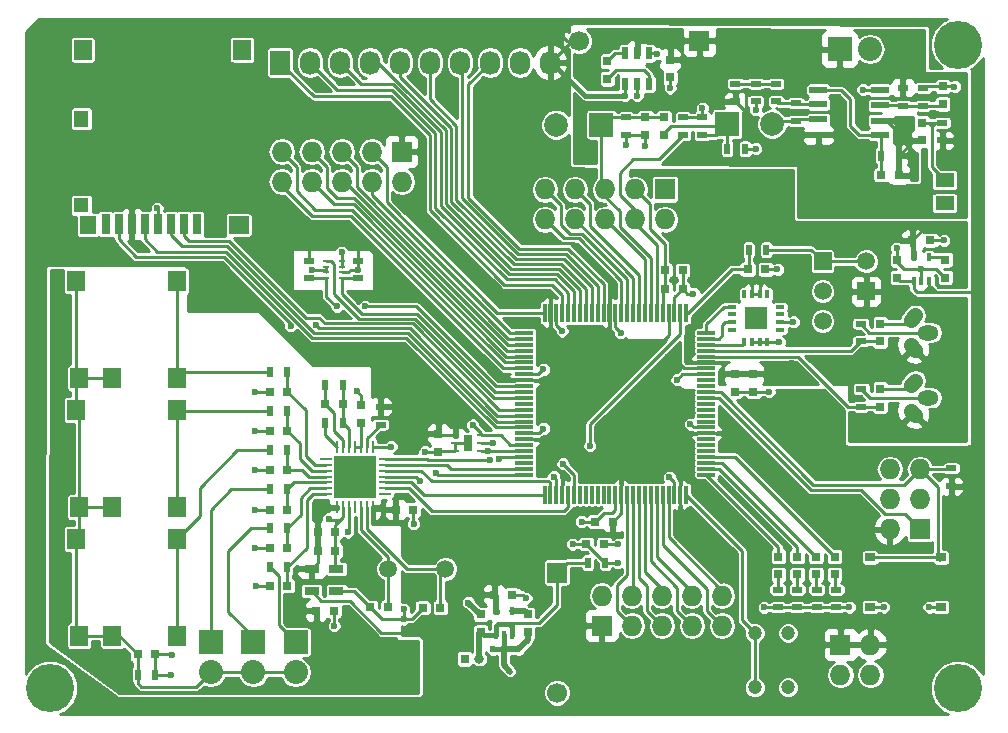
<source format=gbr>
G04 #@! TF.FileFunction,Copper,L1,Top,Signal*
%FSLAX46Y46*%
G04 Gerber Fmt 4.6, Leading zero omitted, Abs format (unit mm)*
G04 Created by KiCad (PCBNEW (2015-08-05 BZR 6055, Git fa29c62)-product) date 10/03/2016 14:30:23*
%MOMM*%
G01*
G04 APERTURE LIST*
%ADD10C,0.100000*%
%ADD11R,0.500000X0.900000*%
%ADD12R,0.900000X0.500000*%
%ADD13C,4.064000*%
%ADD14R,1.727200X1.727200*%
%ADD15O,1.727200X1.727200*%
%ADD16R,0.800000X0.750000*%
%ADD17O,1.800860X1.300480*%
%ADD18C,1.300480*%
%ADD19C,1.501140*%
%ADD20R,0.300000X1.500000*%
%ADD21R,1.500000X0.300000*%
%ADD22R,0.750000X0.800000*%
%ADD23C,1.699260*%
%ADD24R,1.699260X1.699260*%
%ADD25R,0.797560X0.797560*%
%ADD26R,1.300000X0.700000*%
%ADD27R,1.727200X2.032000*%
%ADD28O,1.727200X2.032000*%
%ADD29R,0.406400X0.660400*%
%ADD30R,0.800000X0.350000*%
%ADD31R,1.950000X1.950000*%
%ADD32R,0.350000X0.800000*%
%ADD33R,3.600000X3.600000*%
%ADD34R,0.250000X1.000000*%
%ADD35R,1.000000X0.250000*%
%ADD36R,0.600000X0.250000*%
%ADD37R,0.650000X1.350000*%
%ADD38R,0.800000X0.250000*%
%ADD39R,1.500000X1.500000*%
%ADD40C,1.500000*%
%ADD41R,0.800000X1.680000*%
%ADD42R,1.700000X1.500000*%
%ADD43R,1.400000X1.500000*%
%ADD44R,1.300000X1.300000*%
%ADD45R,1.500000X1.700000*%
%ADD46R,1.300000X1.400000*%
%ADD47R,2.032000X2.032000*%
%ADD48O,2.032000X2.032000*%
%ADD49R,0.900000X0.700000*%
%ADD50C,1.200000*%
%ADD51C,1.998980*%
%ADD52R,1.998980X1.998980*%
%ADD53R,1.600000X1.200000*%
%ADD54R,0.600000X1.100000*%
%ADD55R,1.500000X0.600000*%
%ADD56R,0.800000X0.800000*%
%ADD57O,0.800000X0.800000*%
%ADD58C,0.600000*%
%ADD59C,0.254000*%
%ADD60C,0.508000*%
%ADD61C,0.381000*%
G04 APERTURE END LIST*
D10*
D11*
X89205500Y-139192000D03*
X87705500Y-139192000D03*
D12*
X90487500Y-125488000D03*
X90487500Y-126988000D03*
X86360000Y-126988000D03*
X86360000Y-125488000D03*
D13*
X141287500Y-161671000D03*
X64389000Y-161671000D03*
X141287500Y-107188000D03*
D14*
X116459000Y-119443500D03*
D15*
X116459000Y-121983500D03*
X113919000Y-119443500D03*
X113919000Y-121983500D03*
X111379000Y-119443500D03*
X111379000Y-121983500D03*
X108839000Y-119443500D03*
X108839000Y-121983500D03*
X106299000Y-119443500D03*
X106299000Y-121983500D03*
D16*
X117971000Y-126301500D03*
X116471000Y-126301500D03*
D14*
X94170500Y-116268500D03*
D15*
X94170500Y-118808500D03*
X91630500Y-116268500D03*
X91630500Y-118808500D03*
X89090500Y-116268500D03*
X89090500Y-118808500D03*
X86550500Y-116268500D03*
X86550500Y-118808500D03*
X84010500Y-116268500D03*
X84010500Y-118808500D03*
D17*
X138747500Y-137096500D03*
D18*
X137654411Y-135649589D02*
X137300589Y-136003411D01*
X137300589Y-138189589D02*
X137654411Y-138543411D01*
D19*
X97881440Y-151574500D03*
X92999560Y-151574500D03*
D20*
X118268000Y-129904500D03*
X117768000Y-129904500D03*
X117268000Y-129904500D03*
X116768000Y-129904500D03*
X116268000Y-129904500D03*
X115768000Y-129904500D03*
X115268000Y-129904500D03*
X114768000Y-129904500D03*
X114268000Y-129904500D03*
X113768000Y-129904500D03*
X113268000Y-129904500D03*
X112768000Y-129904500D03*
X112268000Y-129904500D03*
X111768000Y-129904500D03*
X111268000Y-129904500D03*
X110768000Y-129904500D03*
X110268000Y-129904500D03*
X109768000Y-129904500D03*
X109268000Y-129904500D03*
X108768000Y-129904500D03*
X108268000Y-129904500D03*
X107768000Y-129904500D03*
X107268000Y-129904500D03*
X106768000Y-129904500D03*
X106268000Y-129904500D03*
D21*
X104568000Y-131604500D03*
X104568000Y-132104500D03*
X104568000Y-132604500D03*
X104568000Y-133104500D03*
X104568000Y-133604500D03*
X104568000Y-134104500D03*
X104568000Y-134604500D03*
X104568000Y-135104500D03*
X104568000Y-135604500D03*
X104568000Y-136104500D03*
X104568000Y-136604500D03*
X104568000Y-137104500D03*
X104568000Y-137604500D03*
X104568000Y-138104500D03*
X104568000Y-138604500D03*
X104568000Y-139104500D03*
X104568000Y-139604500D03*
X104568000Y-140104500D03*
X104568000Y-140604500D03*
X104568000Y-141104500D03*
X104568000Y-141604500D03*
X104568000Y-142104500D03*
X104568000Y-142604500D03*
X104568000Y-143104500D03*
X104568000Y-143604500D03*
D20*
X106268000Y-145304500D03*
X106768000Y-145304500D03*
X107268000Y-145304500D03*
X107768000Y-145304500D03*
X108268000Y-145304500D03*
X108768000Y-145304500D03*
X109268000Y-145304500D03*
X109768000Y-145304500D03*
X110268000Y-145304500D03*
X110768000Y-145304500D03*
X111268000Y-145304500D03*
X111768000Y-145304500D03*
X112268000Y-145304500D03*
X112768000Y-145304500D03*
X113268000Y-145304500D03*
X113768000Y-145304500D03*
X114268000Y-145304500D03*
X114768000Y-145304500D03*
X115268000Y-145304500D03*
X115768000Y-145304500D03*
X116268000Y-145304500D03*
X116768000Y-145304500D03*
X117268000Y-145304500D03*
X117768000Y-145304500D03*
X118268000Y-145304500D03*
D21*
X119968000Y-143604500D03*
X119968000Y-143104500D03*
X119968000Y-142604500D03*
X119968000Y-142104500D03*
X119968000Y-141604500D03*
X119968000Y-141104500D03*
X119968000Y-140604500D03*
X119968000Y-140104500D03*
X119968000Y-139604500D03*
X119968000Y-139104500D03*
X119968000Y-138604500D03*
X119968000Y-138104500D03*
X119968000Y-137604500D03*
X119968000Y-137104500D03*
X119968000Y-136604500D03*
X119968000Y-136104500D03*
X119968000Y-135604500D03*
X119968000Y-135104500D03*
X119968000Y-134604500D03*
X119968000Y-134104500D03*
X119968000Y-133604500D03*
X119968000Y-133104500D03*
X119968000Y-132604500D03*
X119968000Y-132104500D03*
X119968000Y-131604500D03*
D22*
X134683500Y-130822000D03*
X134683500Y-132322000D03*
X136140900Y-125425700D03*
X136140900Y-126925700D03*
X140204900Y-126925700D03*
X140204900Y-125425700D03*
D16*
X138922900Y-123762700D03*
X137422900Y-123762700D03*
D22*
X100869750Y-155428250D03*
X100869750Y-156928250D03*
X104870250Y-156928250D03*
X104870250Y-155428250D03*
D16*
X103524750Y-153765250D03*
X102024750Y-153765250D03*
X88443500Y-155130500D03*
X86943500Y-155130500D03*
X111303500Y-149479000D03*
X109803500Y-149479000D03*
D22*
X134683500Y-136346500D03*
X134683500Y-137846500D03*
X122364500Y-136576500D03*
X122364500Y-135076500D03*
X123952000Y-136576500D03*
X123952000Y-135076500D03*
D16*
X124978860Y-126220220D03*
X123478860Y-126220220D03*
X117971000Y-127889000D03*
X116471000Y-127889000D03*
X91515500Y-154813000D03*
X93015500Y-154813000D03*
X95960500Y-154876500D03*
X97460500Y-154876500D03*
X87070500Y-150050500D03*
X88570500Y-150050500D03*
X87070500Y-148463000D03*
X88570500Y-148463000D03*
X93674500Y-146558000D03*
X95174500Y-146558000D03*
X84506500Y-136588500D03*
X83006500Y-136588500D03*
X84506500Y-139890500D03*
X83006500Y-139890500D03*
X84506500Y-143192500D03*
X83006500Y-143192500D03*
X84506500Y-146558000D03*
X83006500Y-146558000D03*
X84506500Y-149796500D03*
X83006500Y-149796500D03*
X84506500Y-153035000D03*
X83006500Y-153035000D03*
D22*
X90741500Y-139243500D03*
X90741500Y-137743500D03*
D16*
X73324000Y-158813500D03*
X71824000Y-158813500D03*
X89205500Y-137604500D03*
X87705500Y-137604500D03*
D22*
X97282000Y-140156500D03*
X97282000Y-141656500D03*
D16*
X112065500Y-147574000D03*
X110565500Y-147574000D03*
D23*
X107317540Y-162052520D03*
D24*
X107317540Y-151892520D03*
D25*
X126079250Y-150539450D03*
X126079250Y-152038050D03*
X127666750Y-150539450D03*
X127666750Y-152038050D03*
X129254250Y-150539450D03*
X129254250Y-152038050D03*
X130841750Y-150539450D03*
X130841750Y-152038050D03*
D26*
X86550500Y-153477000D03*
X86550500Y-151577000D03*
X88646000Y-153477000D03*
X88646000Y-151577000D03*
D14*
X131318000Y-157988000D03*
D15*
X133858000Y-157988000D03*
X131318000Y-160528000D03*
X133858000Y-160528000D03*
D14*
X138049000Y-148209000D03*
D15*
X135509000Y-148209000D03*
X138049000Y-145669000D03*
X135509000Y-145669000D03*
X138049000Y-143129000D03*
X135509000Y-143129000D03*
D14*
X111125000Y-156400500D03*
D15*
X111125000Y-153860500D03*
X113665000Y-156400500D03*
X113665000Y-153860500D03*
X116205000Y-156400500D03*
X116205000Y-153860500D03*
X118745000Y-156400500D03*
X118745000Y-153860500D03*
X121285000Y-156400500D03*
X121285000Y-153860500D03*
D27*
X83883500Y-108712000D03*
D28*
X86423500Y-108712000D03*
X88963500Y-108712000D03*
X91503500Y-108712000D03*
X94043500Y-108712000D03*
X96583500Y-108712000D03*
X99123500Y-108712000D03*
X101663500Y-108712000D03*
X104203500Y-108712000D03*
X106743500Y-108712000D03*
D11*
X109930500Y-151066500D03*
X111430500Y-151066500D03*
D12*
X133032500Y-130822000D03*
X133032500Y-132322000D03*
X133096000Y-136346500D03*
X133096000Y-137846500D03*
X140716000Y-143077500D03*
X140716000Y-144577500D03*
D11*
X123542360Y-124569220D03*
X125042360Y-124569220D03*
D12*
X126015750Y-154832750D03*
X126015750Y-153332750D03*
X127666750Y-154832750D03*
X127666750Y-153332750D03*
X129317750Y-154832750D03*
X129317750Y-153332750D03*
X130968750Y-154832750D03*
X130968750Y-153332750D03*
D11*
X84506500Y-151447500D03*
X83006500Y-151447500D03*
X84506500Y-148145500D03*
X83006500Y-148145500D03*
X84506500Y-144843500D03*
X83006500Y-144843500D03*
X84506500Y-141541500D03*
X83006500Y-141541500D03*
X84506500Y-138239500D03*
X83006500Y-138239500D03*
X84506500Y-134937500D03*
X83006500Y-134937500D03*
D12*
X92392500Y-137870500D03*
X92392500Y-139370500D03*
D11*
X73324000Y-160528000D03*
X71824000Y-160528000D03*
X89205500Y-136017000D03*
X87705500Y-136017000D03*
D29*
X137512500Y-127191700D03*
X138833300Y-127191700D03*
X138172900Y-127191700D03*
X138833300Y-125159700D03*
X137512500Y-125159700D03*
X102177850Y-157194250D03*
X103498650Y-157194250D03*
X102838250Y-157194250D03*
X103498650Y-155162250D03*
X102177850Y-155162250D03*
D30*
X122145440Y-131332880D03*
X122145440Y-130682880D03*
X122145440Y-130032880D03*
X122145440Y-129382880D03*
D31*
X124170440Y-130357880D03*
D30*
X126195440Y-131332880D03*
X126195440Y-130682880D03*
X126195440Y-130032880D03*
X126195440Y-129382880D03*
D32*
X123195440Y-128332880D03*
X123845440Y-128332880D03*
X124495440Y-128332880D03*
X125145440Y-128332880D03*
X123195440Y-132382880D03*
X123845440Y-132382880D03*
X124495440Y-132382880D03*
X125145440Y-132382880D03*
D33*
X90233500Y-143764000D03*
D34*
X90233500Y-141264000D03*
X90733500Y-141264000D03*
X91233500Y-141264000D03*
X91733500Y-141264000D03*
X89733500Y-141264000D03*
X89233500Y-141264000D03*
X88733500Y-141264000D03*
X90233500Y-146364000D03*
X89733500Y-146364000D03*
X89233500Y-146364000D03*
X88733500Y-146364000D03*
X90733500Y-146364000D03*
X91233500Y-146364000D03*
X91733500Y-146364000D03*
D35*
X92733500Y-142264000D03*
X92733500Y-142764000D03*
X92733500Y-143264000D03*
X92733500Y-143764000D03*
X92733500Y-144264000D03*
X92733500Y-144764000D03*
X92733500Y-145264000D03*
X87733500Y-145264000D03*
X87733500Y-144764000D03*
X87733500Y-144264000D03*
X87733500Y-143764000D03*
X87733500Y-143264000D03*
X87733500Y-142764000D03*
X87733500Y-142264000D03*
D36*
X89105500Y-126988000D03*
X89105500Y-126488000D03*
X87805500Y-126488000D03*
X87805500Y-126988000D03*
X89105500Y-125988000D03*
X89105500Y-125488000D03*
X87805500Y-125988000D03*
X87805500Y-125488000D03*
D37*
X99790250Y-140938250D03*
D38*
X98690250Y-140288250D03*
X98690250Y-140938250D03*
X98690250Y-141588250D03*
X100890250Y-141588250D03*
X100890250Y-140938250D03*
X100890250Y-140288250D03*
D39*
X129809240Y-125534420D03*
D40*
X129809240Y-128074420D03*
X129809240Y-130614420D03*
D39*
X133497320Y-128076960D03*
D40*
X133497320Y-125536960D03*
D41*
X69118000Y-122387000D03*
X70218000Y-122387000D03*
X72418000Y-122387000D03*
X71318000Y-122387000D03*
X75718000Y-122387000D03*
X76818000Y-122387000D03*
X74618000Y-122387000D03*
X73518000Y-122387000D03*
D42*
X80368000Y-122477000D03*
D43*
X67618000Y-122477000D03*
D44*
X67058000Y-120807000D03*
D45*
X80658000Y-107627000D03*
D46*
X67058000Y-113467000D03*
D45*
X67168000Y-107627000D03*
X66876000Y-157262000D03*
X69676000Y-157262000D03*
X75176000Y-157262000D03*
X75176000Y-149062000D03*
X66576000Y-149062000D03*
X66876000Y-146340000D03*
X69676000Y-146340000D03*
X75176000Y-146340000D03*
X75176000Y-138140000D03*
X66576000Y-138140000D03*
X66876000Y-135418000D03*
X69676000Y-135418000D03*
X75176000Y-135418000D03*
X75176000Y-127218000D03*
X66576000Y-127218000D03*
D47*
X85200000Y-157800000D03*
D48*
X85200000Y-160340000D03*
D47*
X81600000Y-157800000D03*
D48*
X81600000Y-160340000D03*
D47*
X78000000Y-157800000D03*
D48*
X78000000Y-160340000D03*
D49*
X133842500Y-154817500D03*
X133842500Y-150617500D03*
X139842500Y-154817500D03*
X139842500Y-150617500D03*
D50*
X126876000Y-161621500D03*
X124076000Y-161621500D03*
X126876000Y-157021500D03*
X124076000Y-157021500D03*
D17*
X138747500Y-131572000D03*
D18*
X137654411Y-130125089D02*
X137300589Y-130478911D01*
X137300589Y-132665089D02*
X137654411Y-133018911D01*
D22*
X116903500Y-108470000D03*
X116903500Y-109970000D03*
X111569500Y-110097000D03*
X111569500Y-108597000D03*
D16*
X134759000Y-118237000D03*
X136259000Y-118237000D03*
D22*
X138239500Y-113804000D03*
X138239500Y-115304000D03*
X116395500Y-113359500D03*
X116395500Y-114859500D03*
X114808000Y-113359500D03*
X114808000Y-114859500D03*
X139985750Y-112224250D03*
X139985750Y-110724250D03*
D23*
X109219480Y-106867960D03*
D24*
X119379480Y-106867960D03*
D51*
X125539500Y-113919000D03*
D52*
X121729500Y-113919000D03*
D51*
X107251500Y-113982500D03*
D52*
X111061500Y-113982500D03*
D53*
X140144500Y-118634000D03*
X140144500Y-120634000D03*
D12*
X117983000Y-113359500D03*
X117983000Y-114859500D03*
D11*
X134759000Y-116586000D03*
X136259000Y-116586000D03*
D12*
X119634000Y-114859500D03*
X119634000Y-113359500D03*
X136620250Y-110851250D03*
X136620250Y-112351250D03*
X139954000Y-115304000D03*
X139954000Y-113804000D03*
X113157000Y-113359500D03*
X113157000Y-114859500D03*
X127571500Y-113653000D03*
X127571500Y-112153000D03*
D11*
X121741500Y-116014500D03*
X123241500Y-116014500D03*
D12*
X125857000Y-112002000D03*
X125857000Y-110502000D03*
X138334750Y-112351250D03*
X138334750Y-110851250D03*
X124142500Y-112002000D03*
X124142500Y-110502000D03*
X122428000Y-112002000D03*
X122428000Y-110502000D03*
D54*
X113109500Y-110520000D03*
X114109500Y-110520000D03*
X115109500Y-110520000D03*
X115109500Y-107920000D03*
X114109500Y-107920000D03*
X113109500Y-107920000D03*
D55*
X134648250Y-114834750D03*
X134648250Y-113634750D03*
X134648250Y-112334750D03*
X134648250Y-111034750D03*
X129448250Y-111034750D03*
X129448250Y-112234750D03*
X129448250Y-113534750D03*
X129448250Y-114834750D03*
D47*
X131254500Y-107569000D03*
D48*
X133794500Y-107569000D03*
D56*
X99504500Y-159194500D03*
D57*
X100754500Y-159194500D03*
D58*
X86550500Y-126238000D03*
X140970000Y-110744000D03*
X133223000Y-110998000D03*
X114808000Y-115760500D03*
X113157000Y-115697000D03*
X124142500Y-116014500D03*
X124142500Y-112712500D03*
X118872000Y-128270000D03*
X73469500Y-121031000D03*
X89090500Y-124777500D03*
X117475000Y-135572500D03*
X138811000Y-154813000D03*
X135001000Y-154813000D03*
X124860750Y-154832750D03*
X116903500Y-110871000D03*
X115760500Y-107950000D03*
X114109500Y-111506000D03*
X136088900Y-124424700D03*
X95186500Y-147764500D03*
X107061000Y-143764000D03*
X104044750Y-158400750D03*
X102838250Y-158400750D03*
X94361000Y-155829000D03*
X94361000Y-155003500D03*
X109410500Y-147574000D03*
X112522000Y-149479000D03*
X132080000Y-154813000D03*
X125994160Y-126220220D03*
X99822000Y-154432000D03*
X140077900Y-123762700D03*
X138172900Y-126175700D03*
X74606000Y-160528000D03*
X96139000Y-141668500D03*
X74733000Y-158877000D03*
X104711500Y-154051000D03*
X93281500Y-141224000D03*
X106172000Y-134683500D03*
X107759500Y-131445000D03*
X112712500Y-131572000D03*
X106172000Y-139700000D03*
X118618000Y-139319000D03*
X116840000Y-143827500D03*
X125285500Y-136588500D03*
X127345440Y-130675380D03*
X126138940Y-132389880D03*
X101949250Y-158400750D03*
X108140500Y-153924000D03*
X106426000Y-153924000D03*
X113792000Y-136779000D03*
X111506000Y-136779000D03*
X90487500Y-126238000D03*
X107823000Y-117665500D03*
X107442000Y-106108500D03*
X116205000Y-132334000D03*
X71374000Y-120967500D03*
X117538500Y-134048500D03*
X114935000Y-133604000D03*
X116713000Y-133604000D03*
X113093500Y-111506000D03*
X98958400Y-138785600D03*
X106172000Y-135636000D03*
X106807000Y-131381500D03*
X111696500Y-131572000D03*
X106235500Y-140716000D03*
X118491000Y-140144500D03*
X117729000Y-143827500D03*
X108013500Y-143700500D03*
X141541500Y-128778000D03*
X141541500Y-127508000D03*
X127269240Y-132488940D03*
X127261620Y-134188200D03*
X88455500Y-156400500D03*
X88011000Y-147320000D03*
X81788000Y-146558000D03*
X81788000Y-143192500D03*
X81788000Y-139890500D03*
X81788000Y-136588500D03*
X90360500Y-136525000D03*
X81851500Y-153035000D03*
X81724500Y-149796500D03*
X110109000Y-141160500D03*
X108648500Y-149479000D03*
X112458500Y-151066500D03*
X89598500Y-148463000D03*
X91059000Y-129349500D03*
X88709500Y-129349500D03*
X100200000Y-139400000D03*
X101500000Y-141600000D03*
X102412800Y-142240000D03*
X101904800Y-140919200D03*
X86931500Y-130937000D03*
X84772500Y-131000500D03*
X97091500Y-143446500D03*
X95758000Y-144145000D03*
X101650800Y-142392400D03*
X107823000Y-142684500D03*
X119634000Y-112585500D03*
D59*
X86550500Y-126238000D02*
X87805500Y-126238000D01*
X87805500Y-126238000D02*
X87757000Y-126238000D01*
X87757000Y-126238000D02*
X87805500Y-126238000D01*
X139985750Y-110724250D02*
X140950250Y-110724250D01*
X140950250Y-110724250D02*
X140970000Y-110744000D01*
X134648250Y-111034750D02*
X133259750Y-111034750D01*
X133259750Y-111034750D02*
X133223000Y-110998000D01*
X114808000Y-114859500D02*
X114808000Y-115760500D01*
X113157000Y-114859500D02*
X113157000Y-115697000D01*
X113157000Y-114859500D02*
X114808000Y-114859500D01*
X123241500Y-116014500D02*
X124142500Y-116014500D01*
X124142500Y-112002000D02*
X124142500Y-112712500D01*
X138334750Y-110851250D02*
X138461750Y-110724250D01*
X138461750Y-110724250D02*
X139985750Y-110724250D01*
X117971000Y-126301500D02*
X117971000Y-127889000D01*
X118352000Y-128270000D02*
X117971000Y-127889000D01*
X118872000Y-128270000D02*
X118352000Y-128270000D01*
X117268000Y-129904500D02*
X117268000Y-128592000D01*
X117268000Y-128592000D02*
X117971000Y-127889000D01*
X73518000Y-122387000D02*
X73518000Y-121079500D01*
X73518000Y-121079500D02*
X73469500Y-121031000D01*
X89105500Y-124792500D02*
X89090500Y-124777500D01*
X89105500Y-124792500D02*
X89105500Y-125488000D01*
X134683500Y-136346500D02*
X136957500Y-136346500D01*
X136957500Y-136346500D02*
X137477500Y-135826500D01*
X134683500Y-130822000D02*
X136957500Y-130822000D01*
X136957500Y-130822000D02*
X137477500Y-130302000D01*
X117943000Y-135104500D02*
X119968000Y-135104500D01*
X117475000Y-135572500D02*
X117943000Y-135104500D01*
X139842500Y-154817500D02*
X139838000Y-154813000D01*
X139838000Y-154813000D02*
X138811000Y-154813000D01*
X133842500Y-154817500D02*
X133847000Y-154813000D01*
X133847000Y-154813000D02*
X135001000Y-154813000D01*
X126015750Y-154832750D02*
X124860750Y-154832750D01*
X116903500Y-109970000D02*
X116903500Y-110871000D01*
X115109500Y-107920000D02*
X115730500Y-107920000D01*
X115730500Y-107920000D02*
X115760500Y-107950000D01*
X114109500Y-110520000D02*
X114109500Y-111506000D01*
X136140900Y-125425700D02*
X136140900Y-124476700D01*
X136140900Y-124476700D02*
X136088900Y-124424700D01*
X95174500Y-146558000D02*
X95174500Y-147752500D01*
X95174500Y-147752500D02*
X95186500Y-147764500D01*
X130968750Y-154832750D02*
X129317750Y-154832750D01*
X129317750Y-154832750D02*
X127666750Y-154832750D01*
X107268000Y-145304500D02*
X107268000Y-143971000D01*
X107268000Y-143971000D02*
X107061000Y-143764000D01*
D60*
X104013000Y-158400750D02*
X104044750Y-158400750D01*
X104870250Y-156928250D02*
X104870250Y-157575250D01*
X104013000Y-158400750D02*
X102838250Y-158400750D01*
X104870250Y-157575250D02*
X104044750Y-158400750D01*
D59*
X94361000Y-155829000D02*
X94361000Y-155003500D01*
X95960500Y-154876500D02*
X95008000Y-155829000D01*
X92531500Y-155829000D02*
X94361000Y-155829000D01*
X92531500Y-155829000D02*
X91515500Y-154813000D01*
X95008000Y-155829000D02*
X94361000Y-155829000D01*
X88646000Y-153477000D02*
X90179500Y-153477000D01*
X90179500Y-153477000D02*
X91515500Y-154813000D01*
X110565500Y-147574000D02*
X109410500Y-147574000D01*
X111303500Y-149479000D02*
X112522000Y-149479000D01*
D60*
X102838250Y-158400750D02*
X102838250Y-159734250D01*
X102838250Y-159734250D02*
X103378000Y-160274000D01*
D59*
X130968750Y-154832750D02*
X132060250Y-154832750D01*
X132060250Y-154832750D02*
X132080000Y-154813000D01*
X130968750Y-154832750D02*
X126015750Y-154832750D01*
X124978860Y-126220220D02*
X125994160Y-126220220D01*
X100869750Y-155428250D02*
X100818250Y-155428250D01*
D60*
X100818250Y-155428250D02*
X99822000Y-154432000D01*
D59*
X138922900Y-123762700D02*
X140077900Y-123762700D01*
X138172900Y-126175700D02*
X139454900Y-126175700D01*
X139454900Y-126175700D02*
X140204900Y-126925700D01*
X136140900Y-125425700D02*
X136140900Y-125604200D01*
X136140900Y-125604200D02*
X136712400Y-126175700D01*
X136712400Y-126175700D02*
X138172900Y-126175700D01*
X89105500Y-125488000D02*
X89105500Y-125988000D01*
X87805500Y-125988000D02*
X87805500Y-126238000D01*
X87805500Y-126238000D02*
X87805500Y-126488000D01*
X73324000Y-160528000D02*
X74606000Y-160528000D01*
X97282000Y-141656500D02*
X96151000Y-141656500D01*
X96151000Y-141656500D02*
X96139000Y-141668500D01*
X73324000Y-160528000D02*
X73324000Y-158813500D01*
X73324000Y-158813500D02*
X74669500Y-158813500D01*
X74669500Y-158813500D02*
X74733000Y-158877000D01*
X103524750Y-153765250D02*
X104425750Y-153765250D01*
X104425750Y-153765250D02*
X104711500Y-154051000D01*
X91733500Y-141264000D02*
X93241500Y-141264000D01*
X93241500Y-141264000D02*
X93281500Y-141224000D01*
X98690250Y-140938250D02*
X99790250Y-140938250D01*
X98690250Y-140938250D02*
X98690250Y-141588250D01*
X98690250Y-141588250D02*
X97350250Y-141588250D01*
X97350250Y-141588250D02*
X97282000Y-141656500D01*
X112268000Y-145304500D02*
X112268000Y-146558000D01*
X111327500Y-146812000D02*
X110565500Y-147574000D01*
X112014000Y-146812000D02*
X111327500Y-146812000D01*
X112268000Y-146558000D02*
X112014000Y-146812000D01*
X104568000Y-135104500D02*
X105751000Y-135104500D01*
X105751000Y-135104500D02*
X106172000Y-134683500D01*
X107268000Y-129904500D02*
X107268000Y-130953500D01*
X107268000Y-130953500D02*
X107759500Y-131445000D01*
X112268000Y-129904500D02*
X112268000Y-131127500D01*
X112268000Y-131127500D02*
X112712500Y-131572000D01*
X104568000Y-140104500D02*
X105767500Y-140104500D01*
X105767500Y-140104500D02*
X106172000Y-139700000D01*
X119968000Y-139604500D02*
X118903500Y-139604500D01*
X118903500Y-139604500D02*
X118618000Y-139319000D01*
X117268000Y-145304500D02*
X117268000Y-144255500D01*
X117268000Y-144255500D02*
X116840000Y-143827500D01*
X123952000Y-136576500D02*
X125273500Y-136576500D01*
X125273500Y-136576500D02*
X125285500Y-136588500D01*
X122364500Y-136576500D02*
X123952000Y-136576500D01*
X126195440Y-130682880D02*
X127337940Y-130682880D01*
X127337940Y-130682880D02*
X127345440Y-130675380D01*
X125145440Y-132382880D02*
X126131940Y-132382880D01*
X126131940Y-132382880D02*
X126138940Y-132389880D01*
X125145440Y-132382880D02*
X124495440Y-132382880D01*
X123845440Y-132382880D02*
X124495440Y-132382880D01*
D61*
X101949250Y-158400750D02*
X102838250Y-158400750D01*
X102838250Y-158400750D02*
X102838250Y-157194250D01*
D59*
X138172900Y-127191700D02*
X138172900Y-126175700D01*
D61*
X102024750Y-153765250D02*
X102024750Y-153054750D01*
X105029000Y-152527000D02*
X106426000Y-153924000D01*
X102552500Y-152527000D02*
X105029000Y-152527000D01*
X102024750Y-153054750D02*
X102552500Y-152527000D01*
D59*
X114935000Y-133604000D02*
X114681000Y-133604000D01*
X114681000Y-133604000D02*
X111506000Y-136779000D01*
X90487500Y-126238000D02*
X90487500Y-125488000D01*
X89666000Y-126488000D02*
X89105500Y-126488000D01*
X89916000Y-126238000D02*
X89666000Y-126488000D01*
X90487500Y-126238000D02*
X89916000Y-126238000D01*
X91313000Y-124333000D02*
X91186000Y-124206000D01*
X91186000Y-124206000D02*
X90487500Y-124206000D01*
X91313000Y-124333000D02*
X91948000Y-124968000D01*
X90487500Y-125488000D02*
X90487500Y-124206000D01*
X86360000Y-125488000D02*
X86360000Y-124333000D01*
X107823000Y-117665500D02*
X107823000Y-117729000D01*
X109219480Y-106867960D02*
X108201460Y-106867960D01*
X108201460Y-106867960D02*
X107442000Y-106108500D01*
X109219480Y-106867960D02*
X108587540Y-106867960D01*
X108587540Y-106867960D02*
X106743500Y-108712000D01*
X111768000Y-129904500D02*
X111768000Y-127135000D01*
X105410000Y-124015500D02*
X103949500Y-122555000D01*
X108648500Y-124015500D02*
X105410000Y-124015500D01*
X111768000Y-127135000D02*
X108648500Y-124015500D01*
D61*
X106934000Y-108712000D02*
X109728000Y-111506000D01*
X109728000Y-111506000D02*
X113093500Y-111506000D01*
X106934000Y-108712000D02*
X106743500Y-108712000D01*
D59*
X71374000Y-120967500D02*
X71374000Y-122331000D01*
X71374000Y-122331000D02*
X71318000Y-122387000D01*
X117538500Y-134048500D02*
X118094500Y-134604500D01*
X118094500Y-134604500D02*
X119968000Y-134604500D01*
X116768000Y-129904500D02*
X116768000Y-131771000D01*
X116768000Y-131771000D02*
X116205000Y-132334000D01*
X117157500Y-134048500D02*
X117538500Y-134048500D01*
X116205000Y-132334000D02*
X114935000Y-133604000D01*
X116713000Y-133604000D02*
X117157500Y-134048500D01*
X142569400Y-128144200D02*
X142594400Y-128144200D01*
X142594400Y-128144200D02*
X143090900Y-127647700D01*
X113109500Y-110520000D02*
X113109500Y-111490000D01*
X113109500Y-111490000D02*
X113093500Y-111506000D01*
X138833300Y-127724700D02*
X138988900Y-127724700D01*
X138988900Y-127724700D02*
X139408400Y-128144200D01*
X138833300Y-127724700D02*
X138788900Y-127724700D01*
X138788900Y-127724700D02*
X138369400Y-128144200D01*
X138833300Y-127924700D02*
X138888900Y-127924700D01*
X138888900Y-127924700D02*
X139108400Y-128144200D01*
X138680900Y-128144200D02*
X139108400Y-128144200D01*
X139108400Y-128144200D02*
X139408400Y-128144200D01*
X139408400Y-128144200D02*
X142569400Y-128144200D01*
X142569400Y-128144200D02*
X142588900Y-128124700D01*
X86550500Y-153477000D02*
X87378500Y-154305000D01*
X92456000Y-156972000D02*
X94424500Y-156972000D01*
X89789000Y-154305000D02*
X92456000Y-156972000D01*
X87378500Y-154305000D02*
X89789000Y-154305000D01*
X104568000Y-135604500D02*
X102521000Y-135604500D01*
X102521000Y-135604500D02*
X97240748Y-130324248D01*
X98690250Y-140288250D02*
X97413750Y-140288250D01*
X97413750Y-140288250D02*
X97282000Y-140156500D01*
X112065500Y-147574000D02*
X112768000Y-146871500D01*
X112768000Y-146871500D02*
X112768000Y-145304500D01*
X106140500Y-135604500D02*
X104568000Y-135604500D01*
X106172000Y-135636000D02*
X106140500Y-135604500D01*
X106768000Y-131342500D02*
X106768000Y-129904500D01*
X106807000Y-131381500D02*
X106768000Y-131342500D01*
X111768000Y-131500500D02*
X111768000Y-129904500D01*
X111696500Y-131572000D02*
X111768000Y-131500500D01*
X106124000Y-140604500D02*
X104568000Y-140604500D01*
X106235500Y-140716000D02*
X106124000Y-140604500D01*
X118531000Y-140104500D02*
X119968000Y-140104500D01*
X118491000Y-140144500D02*
X118531000Y-140104500D01*
X117768000Y-145304500D02*
X117768000Y-143866500D01*
X117768000Y-143866500D02*
X117729000Y-143827500D01*
X107768000Y-143946000D02*
X107768000Y-145304500D01*
X108013500Y-143700500D02*
X107768000Y-143946000D01*
X111760000Y-129912500D02*
X111768000Y-129904500D01*
X102024750Y-153765250D02*
X102177850Y-153918350D01*
D60*
X102177850Y-153918350D02*
X102177850Y-155162250D01*
D59*
X136140900Y-126925700D02*
X136406900Y-127191700D01*
X136406900Y-127191700D02*
X137512500Y-127191700D01*
X137437000Y-127116200D02*
X137512500Y-127191700D01*
X137512500Y-127191700D02*
X137512500Y-127864800D01*
X137512500Y-127864800D02*
X137791900Y-128144200D01*
X137791900Y-128144200D02*
X138369400Y-128144200D01*
X138833300Y-127991800D02*
X138833300Y-127924700D01*
X138833300Y-127924700D02*
X138833300Y-127724700D01*
X138833300Y-127724700D02*
X138833300Y-127191700D01*
X138680900Y-128144200D02*
X138833300Y-127991800D01*
X138369400Y-128144200D02*
X138680900Y-128144200D01*
X93674500Y-146558000D02*
X91927500Y-146558000D01*
X91927500Y-146558000D02*
X91733500Y-146364000D01*
X140204900Y-125425700D02*
X139938900Y-125159700D01*
X139938900Y-125159700D02*
X138833300Y-125159700D01*
X123845440Y-128332880D02*
X123845440Y-127274440D01*
X123845440Y-127274440D02*
X123825000Y-127254000D01*
X124495440Y-128332880D02*
X124495440Y-127409060D01*
X124495440Y-127409060D02*
X124523500Y-127381000D01*
X137422900Y-123762700D02*
X138567100Y-122618500D01*
X141541500Y-123888500D02*
X141541500Y-127508000D01*
X140271500Y-122618500D02*
X141541500Y-123888500D01*
X138567100Y-122618500D02*
X140271500Y-122618500D01*
X123952000Y-135076500D02*
X126700980Y-135076500D01*
X127261620Y-134515860D02*
X127261620Y-134188200D01*
X126700980Y-135076500D02*
X127261620Y-134515860D01*
X124495440Y-128332880D02*
X123845440Y-128332880D01*
X122364500Y-135076500D02*
X123952000Y-135076500D01*
X121864000Y-134104500D02*
X119968000Y-134104500D01*
X137422900Y-123762700D02*
X137422900Y-125070100D01*
X137422900Y-125070100D02*
X137512500Y-125159700D01*
D60*
X100754500Y-159194500D02*
X100754500Y-157043500D01*
X100754500Y-157043500D02*
X100869750Y-156928250D01*
D59*
X107317540Y-151892520D02*
X108143560Y-151066500D01*
X108143560Y-151066500D02*
X109930500Y-151066500D01*
X103282750Y-156241750D02*
X103378000Y-156146500D01*
X107317540Y-154619960D02*
X107317540Y-151892520D01*
X105791000Y-156146500D02*
X107317540Y-154619960D01*
X103378000Y-156146500D02*
X105791000Y-156146500D01*
D61*
X103498650Y-157194250D02*
X103498650Y-156457650D01*
X102177850Y-156394150D02*
X102177850Y-157194250D01*
X102330250Y-156241750D02*
X102177850Y-156394150D01*
X103282750Y-156241750D02*
X102330250Y-156241750D01*
X103498650Y-156457650D02*
X103282750Y-156241750D01*
D59*
X100869750Y-156928250D02*
X101135750Y-157194250D01*
D61*
X101135750Y-157194250D02*
X102177850Y-157194250D01*
D60*
X103498650Y-155162250D02*
X104604250Y-155162250D01*
X104604250Y-155162250D02*
X104870250Y-155428250D01*
D59*
X104604250Y-155162250D02*
X104870250Y-155428250D01*
X88443500Y-156388500D02*
X88455500Y-156400500D01*
X88443500Y-155130500D02*
X88443500Y-156388500D01*
X88011000Y-147320000D02*
X88138000Y-147447000D01*
X88138000Y-147447000D02*
X88582500Y-147447000D01*
X88582500Y-147447000D02*
X88582500Y-147828000D01*
X88582500Y-147447000D02*
X88963500Y-147447000D01*
X88582500Y-147828000D02*
X88570500Y-147840000D01*
X88570500Y-148463000D02*
X88570500Y-147840000D01*
X88963500Y-147447000D02*
X89233500Y-147177000D01*
X88570500Y-147840000D02*
X88963500Y-147447000D01*
X89233500Y-147177000D02*
X89233500Y-146364000D01*
X88570500Y-150050500D02*
X88570500Y-148463000D01*
X83006500Y-146558000D02*
X81788000Y-146558000D01*
X83006500Y-143192500D02*
X81788000Y-143192500D01*
X83006500Y-139890500D02*
X81788000Y-139890500D01*
X83006500Y-136588500D02*
X81788000Y-136588500D01*
X90741500Y-136906000D02*
X90360500Y-136525000D01*
X90741500Y-137743500D02*
X90741500Y-136906000D01*
X83006500Y-153035000D02*
X81851500Y-153035000D01*
X83006500Y-149796500D02*
X81724500Y-149796500D01*
X88646000Y-151577000D02*
X88570500Y-151501500D01*
X88570500Y-151501500D02*
X88570500Y-150050500D01*
X87070500Y-148463000D02*
X87070500Y-147117500D01*
X87070500Y-147117500D02*
X87824000Y-146364000D01*
X87824000Y-146364000D02*
X88733500Y-146364000D01*
X87070500Y-150050500D02*
X87070500Y-148463000D01*
X86550500Y-151577000D02*
X87070500Y-151057000D01*
X87070500Y-151057000D02*
X87070500Y-150050500D01*
X121650760Y-133604500D02*
X127737100Y-133604500D01*
X131979100Y-137846500D02*
X133096000Y-137846500D01*
X127737100Y-133604500D02*
X131979100Y-137846500D01*
X134683500Y-137846500D02*
X133096000Y-137846500D01*
X119968000Y-133604500D02*
X121650760Y-133604500D01*
X121650760Y-133604500D02*
X121665500Y-133604500D01*
X133032500Y-132322000D02*
X132250000Y-133104500D01*
X121467000Y-133104500D02*
X119968000Y-133104500D01*
X132250000Y-133104500D02*
X121467000Y-133104500D01*
X133032500Y-132322000D02*
X134683500Y-132322000D01*
X119968000Y-132604500D02*
X122973820Y-132604500D01*
X122973820Y-132604500D02*
X123195440Y-132382880D01*
X110109000Y-139319000D02*
X117768000Y-131660000D01*
X117768000Y-129904500D02*
X117768000Y-131660000D01*
X110109000Y-141160500D02*
X110109000Y-139319000D01*
X108648500Y-149479000D02*
X109803500Y-149479000D01*
X111430500Y-151066500D02*
X112458500Y-151066500D01*
X111430500Y-151066500D02*
X111391000Y-151066500D01*
X111391000Y-151066500D02*
X109803500Y-149479000D01*
X113919000Y-119443500D02*
X115189000Y-120713500D01*
X116471000Y-124091000D02*
X116471000Y-126301500D01*
X115189000Y-122809000D02*
X116471000Y-124091000D01*
X115189000Y-120713500D02*
X115189000Y-122809000D01*
X116471000Y-126301500D02*
X116471000Y-127889000D01*
X116268000Y-129904500D02*
X116268000Y-128092000D01*
X116268000Y-128092000D02*
X116471000Y-127889000D01*
X116280500Y-129892000D02*
X116268000Y-129904500D01*
X92999560Y-151574500D02*
X92999560Y-150594060D01*
X90733500Y-148328000D02*
X90733500Y-146364000D01*
X92999560Y-150594060D02*
X90733500Y-148328000D01*
X93015500Y-154813000D02*
X93015500Y-151590440D01*
X93015500Y-151590440D02*
X92999560Y-151574500D01*
X90713560Y-146383940D02*
X90733500Y-146364000D01*
X90713560Y-146383940D02*
X90733500Y-146364000D01*
X97881440Y-151574500D02*
X94615000Y-151574500D01*
X91233500Y-148193000D02*
X91233500Y-146364000D01*
X94615000Y-151574500D02*
X91233500Y-148193000D01*
X97460500Y-154876500D02*
X97460500Y-151995440D01*
X97460500Y-151995440D02*
X97881440Y-151574500D01*
X89733500Y-148328000D02*
X89733500Y-146364000D01*
X89598500Y-148463000D02*
X89733500Y-148328000D01*
X84506500Y-136588500D02*
X84506500Y-134937500D01*
X87733500Y-142764000D02*
X86820500Y-142764000D01*
X86042500Y-138124500D02*
X84506500Y-136588500D01*
X86042500Y-141986000D02*
X86042500Y-138124500D01*
X86820500Y-142764000D02*
X86042500Y-141986000D01*
X84506500Y-139890500D02*
X84506500Y-138239500D01*
X87733500Y-143264000D02*
X86558500Y-143264000D01*
X85534500Y-140918500D02*
X84506500Y-139890500D01*
X85534500Y-142240000D02*
X85534500Y-140918500D01*
X86558500Y-143264000D02*
X85534500Y-142240000D01*
X84506500Y-143192500D02*
X84506500Y-141541500D01*
X87733500Y-143764000D02*
X86296500Y-143764000D01*
X85725000Y-143192500D02*
X84506500Y-143192500D01*
X86296500Y-143764000D02*
X85725000Y-143192500D01*
X84506500Y-144843500D02*
X84506500Y-146558000D01*
X87733500Y-144264000D02*
X85086000Y-144264000D01*
X85086000Y-144264000D02*
X84506500Y-144843500D01*
X84506500Y-149796500D02*
X84506500Y-148145500D01*
X87733500Y-144764000D02*
X86439500Y-144764000D01*
X85661500Y-146990500D02*
X84506500Y-148145500D01*
X85661500Y-145542000D02*
X85661500Y-146990500D01*
X86439500Y-144764000D02*
X85661500Y-145542000D01*
X84506500Y-151447500D02*
X84506500Y-153035000D01*
X87733500Y-145264000D02*
X86647502Y-145264000D01*
X86169500Y-149784500D02*
X84506500Y-151447500D01*
X86169500Y-145742002D02*
X86169500Y-149784500D01*
X86647502Y-145264000D02*
X86169500Y-145742002D01*
X90733500Y-141264000D02*
X90733500Y-139251500D01*
X90733500Y-139251500D02*
X90741500Y-139243500D01*
X90233500Y-141264000D02*
X90733500Y-141264000D01*
X89205500Y-139192000D02*
X89733500Y-139720000D01*
X89733500Y-139720000D02*
X89733500Y-141264000D01*
X89205500Y-137604500D02*
X89205500Y-139192000D01*
X89205500Y-136017000D02*
X89205500Y-137604500D01*
X87705500Y-136017000D02*
X87705500Y-137604500D01*
X89233500Y-141264000D02*
X89233500Y-140668500D01*
X88455500Y-138354500D02*
X87705500Y-137604500D01*
X88455500Y-139890500D02*
X88455500Y-138354500D01*
X89233500Y-140668500D02*
X88455500Y-139890500D01*
X126015750Y-153332750D02*
X126015750Y-152101550D01*
X126015750Y-152101550D02*
X126079250Y-152038050D01*
X126079250Y-150539450D02*
X126079250Y-149715750D01*
X126079250Y-149715750D02*
X119968000Y-143604500D01*
X127666750Y-153332750D02*
X127666750Y-152038050D01*
X127666750Y-150539450D02*
X127666750Y-149701250D01*
X121070000Y-143104500D02*
X119968000Y-143104500D01*
X127666750Y-149701250D02*
X121070000Y-143104500D01*
X127469000Y-150341700D02*
X127666750Y-150539450D01*
X129254250Y-152038050D02*
X129254250Y-153269250D01*
X129254250Y-153269250D02*
X129317750Y-153332750D01*
X119968000Y-142604500D02*
X121319300Y-142604500D01*
X121319300Y-142604500D02*
X129254250Y-150539450D01*
X130841750Y-152038050D02*
X130841750Y-153205750D01*
X130841750Y-153205750D02*
X130968750Y-153332750D01*
X130841750Y-150539450D02*
X122406800Y-142104500D01*
X122406800Y-142104500D02*
X119968000Y-142104500D01*
X130600450Y-150539450D02*
X130841750Y-150539450D01*
X123478860Y-126220220D02*
X122107960Y-126220220D01*
X118423680Y-129904500D02*
X118268000Y-129904500D01*
X122107960Y-126220220D02*
X118423680Y-129904500D01*
X123542360Y-124569220D02*
X123542360Y-126156720D01*
X123542360Y-126156720D02*
X123478860Y-126220220D01*
X123415360Y-125966220D02*
X123415360Y-126081220D01*
X113919000Y-121983500D02*
X113919000Y-121158000D01*
X113919000Y-121158000D02*
X112649000Y-119888000D01*
X115939000Y-116903500D02*
X117983000Y-114859500D01*
X113792000Y-116903500D02*
X115939000Y-116903500D01*
X112649000Y-118046500D02*
X113792000Y-116903500D01*
X112649000Y-119888000D02*
X112649000Y-118046500D01*
X115768000Y-129904500D02*
X115768000Y-124150000D01*
X115768000Y-124150000D02*
X113919000Y-122301000D01*
X113919000Y-122301000D02*
X113919000Y-121983500D01*
X115268000Y-129904500D02*
X115268000Y-125237500D01*
X112649000Y-121285000D02*
X110998000Y-119634000D01*
X112649000Y-122618500D02*
X112649000Y-121285000D01*
X115268000Y-125237500D02*
X112649000Y-122618500D01*
X111379000Y-119443500D02*
X111061500Y-119126000D01*
X111061500Y-119126000D02*
X111061500Y-113982500D01*
X111061500Y-113982500D02*
X111684500Y-113359500D01*
X111684500Y-113359500D02*
X113157000Y-113359500D01*
X114808000Y-113359500D02*
X113157000Y-113359500D01*
X114808000Y-113359500D02*
X116395500Y-113359500D01*
X111379000Y-121983500D02*
X114768000Y-125372500D01*
X114768000Y-125372500D02*
X114768000Y-129904500D01*
X114268000Y-129904500D02*
X114268000Y-126714000D01*
X110109000Y-120713500D02*
X108839000Y-119443500D01*
X110109000Y-122555000D02*
X110109000Y-120713500D01*
X114268000Y-126714000D02*
X110109000Y-122555000D01*
X108839000Y-121983500D02*
X113768000Y-126912500D01*
X113768000Y-126912500D02*
X113768000Y-129904500D01*
X113268000Y-129904500D02*
X113268000Y-127047500D01*
X107632500Y-120777000D02*
X106299000Y-119443500D01*
X107632500Y-122428000D02*
X107632500Y-120777000D01*
X108394500Y-123190000D02*
X107632500Y-122428000D01*
X109410500Y-123190000D02*
X108394500Y-123190000D01*
X113268000Y-127047500D02*
X109410500Y-123190000D01*
X106299000Y-121983500D02*
X107909502Y-123594002D01*
X112768000Y-127182500D02*
X112768000Y-129904500D01*
X109179502Y-123594002D02*
X112768000Y-127182500D01*
X107909502Y-123594002D02*
X109179502Y-123594002D01*
X112768000Y-129904500D02*
X112776000Y-129896500D01*
X86360000Y-126988000D02*
X87805500Y-126988000D01*
X87805500Y-126988000D02*
X87805500Y-128572500D01*
X102132000Y-136104500D02*
X104568000Y-136104500D01*
X95377000Y-129349500D02*
X102132000Y-136104500D01*
X91059000Y-129349500D02*
X95377000Y-129349500D01*
X88582500Y-129349500D02*
X88709500Y-129349500D01*
X87805500Y-128572500D02*
X88582500Y-129349500D01*
X104568000Y-136604500D02*
X102060192Y-136604500D01*
X89105500Y-128285000D02*
X89105500Y-126988000D01*
X90805000Y-129984500D02*
X89105500Y-128285000D01*
X95440192Y-129984500D02*
X90805000Y-129984500D01*
X102060192Y-136604500D02*
X95440192Y-129984500D01*
X89105500Y-126988000D02*
X90487500Y-126988000D01*
X90487500Y-130302000D02*
X90585992Y-130400492D01*
X88213500Y-125488000D02*
X88455500Y-125730000D01*
X88455500Y-125730000D02*
X88455500Y-128270000D01*
X88455500Y-128270000D02*
X90487500Y-130302000D01*
X87805500Y-125488000D02*
X88213500Y-125488000D01*
X101988846Y-137104500D02*
X104568000Y-137104500D01*
X95284838Y-130400492D02*
X101988846Y-137104500D01*
X90585992Y-130400492D02*
X95284838Y-130400492D01*
X98393250Y-120491250D02*
X98393250Y-114268250D01*
X94043500Y-109918500D02*
X94043500Y-108712000D01*
X98393250Y-114268250D02*
X94043500Y-109918500D01*
X109768000Y-129904500D02*
X109768000Y-127865654D01*
X103672498Y-125770498D02*
X98393250Y-120491250D01*
X107672844Y-125770498D02*
X103672498Y-125770498D01*
X109768000Y-127865654D02*
X107672844Y-125770498D01*
X92202000Y-108712000D02*
X94234000Y-110744000D01*
X94234000Y-110744000D02*
X97917000Y-114427000D01*
X97917000Y-114427000D02*
X97917000Y-120650000D01*
X97917000Y-120650000D02*
X103441500Y-126174500D01*
X103441500Y-126174500D02*
X107505500Y-126174500D01*
X107505500Y-126174500D02*
X109268000Y-127937000D01*
X109268000Y-127937000D02*
X109268000Y-129904500D01*
X92202000Y-108712000D02*
X91503500Y-108712000D01*
X108768000Y-129904500D02*
X108768000Y-128072000D01*
X90741500Y-110490000D02*
X88963500Y-108712000D01*
X93408346Y-110490000D02*
X90741500Y-110490000D01*
X97472500Y-114554154D02*
X93408346Y-110490000D01*
X97472500Y-120840500D02*
X97472500Y-114554154D01*
X103251000Y-126619000D02*
X97472500Y-120840500D01*
X107315000Y-126619000D02*
X103251000Y-126619000D01*
X108768000Y-128072000D02*
X107315000Y-126619000D01*
X108268000Y-129904500D02*
X108268000Y-128207000D01*
X88709500Y-110998000D02*
X86423500Y-108712000D01*
X93345000Y-110998000D02*
X88709500Y-110998000D01*
X97028000Y-114681000D02*
X93345000Y-110998000D01*
X97028000Y-121031000D02*
X97028000Y-114681000D01*
X103060500Y-127063500D02*
X97028000Y-121031000D01*
X107124500Y-127063500D02*
X103060500Y-127063500D01*
X108268000Y-128207000D02*
X107124500Y-127063500D01*
X107768000Y-129904500D02*
X107768000Y-128405500D01*
X86741000Y-111569500D02*
X83883500Y-108712000D01*
X93281500Y-111569500D02*
X86741000Y-111569500D01*
X96583500Y-114871500D02*
X93281500Y-111569500D01*
X96583500Y-121221500D02*
X96583500Y-114871500D01*
X102870000Y-127508000D02*
X96583500Y-121221500D01*
X106870500Y-127508000D02*
X102870000Y-127508000D01*
X107768000Y-128405500D02*
X106870500Y-127508000D01*
X100890250Y-140090250D02*
X100890250Y-140288250D01*
X100200000Y-139400000D02*
X100890250Y-140090250D01*
X104568000Y-141104500D02*
X103385500Y-141104500D01*
X102569250Y-140288250D02*
X100890250Y-140288250D01*
X103385500Y-141104500D02*
X102569250Y-140288250D01*
X101500000Y-141600000D02*
X100902000Y-141600000D01*
X100902000Y-141600000D02*
X100890250Y-141588250D01*
X100890250Y-141588250D02*
X104551750Y-141588250D01*
X104551750Y-141588250D02*
X104568000Y-141604500D01*
X100890250Y-140938250D02*
X101885750Y-140938250D01*
X102548300Y-142104500D02*
X104568000Y-142104500D01*
X102412800Y-142240000D02*
X102548300Y-142104500D01*
X101885750Y-140938250D02*
X101904800Y-140919200D01*
X110768000Y-129904500D02*
X110768000Y-127595500D01*
X99314000Y-120205500D02*
X99314000Y-108902500D01*
X104013000Y-124904500D02*
X99314000Y-120205500D01*
X108077000Y-124904500D02*
X104013000Y-124904500D01*
X110768000Y-127595500D02*
X108077000Y-124904500D01*
X99314000Y-108902500D02*
X99123500Y-108712000D01*
X79582842Y-123842496D02*
X76153996Y-123842496D01*
X104568000Y-138104500D02*
X102417500Y-138104500D01*
X87185500Y-130302000D02*
X86042346Y-130302000D01*
X87687994Y-130804494D02*
X87185500Y-130302000D01*
X95117494Y-130804494D02*
X87687994Y-130804494D01*
X102417500Y-138104500D02*
X95117494Y-130804494D01*
X86042346Y-130302000D02*
X79582842Y-123842496D01*
X75718000Y-123406500D02*
X75718000Y-122387000D01*
X76153996Y-123842496D02*
X75718000Y-123406500D01*
X84772500Y-131000500D02*
X84772500Y-130810000D01*
X87202996Y-131208496D02*
X86931500Y-130937000D01*
X104568000Y-138604500D02*
X102282500Y-138604500D01*
X102282500Y-138604500D02*
X94886496Y-131208496D01*
X94886496Y-131208496D02*
X87202996Y-131208496D01*
X70218000Y-123685000D02*
X70218000Y-122387000D01*
X71691500Y-125158500D02*
X70218000Y-123685000D01*
X79121000Y-125158500D02*
X71691500Y-125158500D01*
X84772500Y-130810000D02*
X79121000Y-125158500D01*
X79415344Y-124246498D02*
X75541998Y-124246498D01*
X86781344Y-131612498D02*
X79415344Y-124246498D01*
X104568000Y-139104500D02*
X102211000Y-139104500D01*
X94718998Y-131612498D02*
X86781498Y-131612498D01*
X102211000Y-139104500D02*
X94718998Y-131612498D01*
X86781498Y-131612498D02*
X86781344Y-131612498D01*
X74618000Y-123322500D02*
X74618000Y-122387000D01*
X75541998Y-124246498D02*
X74618000Y-123322500D01*
X86677500Y-132016500D02*
X86614000Y-132016500D01*
X86614000Y-132016500D02*
X79311500Y-124714000D01*
X72418000Y-123662500D02*
X72418000Y-122387000D01*
X73469500Y-124714000D02*
X72418000Y-123662500D01*
X79311500Y-124714000D02*
X73469500Y-124714000D01*
X104568000Y-139604500D02*
X102139500Y-139604500D01*
X94551500Y-132016500D02*
X86677500Y-132016500D01*
X102139500Y-139604500D02*
X94551500Y-132016500D01*
X104568000Y-143104500D02*
X98337000Y-143104500D01*
X97996500Y-142764000D02*
X92733500Y-142764000D01*
X98337000Y-143104500D02*
X97996500Y-142764000D01*
X92733500Y-143764000D02*
X95377000Y-143764000D01*
X97249500Y-143604500D02*
X104568000Y-143604500D01*
X97091500Y-143446500D02*
X97249500Y-143604500D01*
X95377000Y-143764000D02*
X95758000Y-144145000D01*
X106268000Y-145304500D02*
X96028500Y-145304500D01*
X94988000Y-144264000D02*
X92733500Y-144264000D01*
X96028500Y-145304500D02*
X94988000Y-144264000D01*
X92733500Y-143264000D02*
X95829500Y-143264000D01*
X106768000Y-144296500D02*
X106616500Y-144145000D01*
X106616500Y-144145000D02*
X96710500Y-144145000D01*
X106768000Y-144296500D02*
X106768000Y-145304500D01*
X95829500Y-143264000D02*
X96710500Y-144145000D01*
X92733500Y-144764000D02*
X94789500Y-144764000D01*
X108268000Y-146303500D02*
X108268000Y-145304500D01*
X107886500Y-146685000D02*
X108268000Y-146303500D01*
X96710500Y-146685000D02*
X107886500Y-146685000D01*
X94789500Y-144764000D02*
X96710500Y-146685000D01*
X96340800Y-142264000D02*
X96418400Y-142341600D01*
X96418400Y-142341600D02*
X98196400Y-142341600D01*
X98196400Y-142341600D02*
X98247200Y-142392400D01*
X98247200Y-142392400D02*
X101650800Y-142392400D01*
X107848400Y-142697200D02*
X108768000Y-143616800D01*
X108768000Y-145304500D02*
X108768000Y-143616800D01*
X96340800Y-142264000D02*
X92733500Y-142264000D01*
X107835700Y-142697200D02*
X107848400Y-142697200D01*
X107823000Y-142684500D02*
X107835700Y-142697200D01*
X98806000Y-120309498D02*
X98806000Y-114046000D01*
X110268000Y-127730500D02*
X107886500Y-125349000D01*
X107886500Y-125349000D02*
X103845502Y-125349000D01*
X103845502Y-125349000D02*
X98806000Y-120309498D01*
X110268000Y-129904500D02*
X110268000Y-127730500D01*
X96583500Y-111823500D02*
X96583500Y-108712000D01*
X98806000Y-114046000D02*
X96583500Y-111823500D01*
X113268000Y-145304500D02*
X113268000Y-152098500D01*
X112395000Y-155130500D02*
X113665000Y-156400500D01*
X112395000Y-152971500D02*
X112395000Y-155130500D01*
X113268000Y-152098500D02*
X112395000Y-152971500D01*
X113665000Y-153860500D02*
X113768000Y-153757500D01*
X113768000Y-153757500D02*
X113768000Y-145304500D01*
X114268000Y-145304500D02*
X114268000Y-152368000D01*
X114935000Y-155130500D02*
X116205000Y-156400500D01*
X114935000Y-153035000D02*
X114935000Y-155130500D01*
X114268000Y-152368000D02*
X114935000Y-153035000D01*
X116205000Y-153860500D02*
X116205000Y-153289000D01*
X114768000Y-151852000D02*
X114768000Y-145304500D01*
X116205000Y-153289000D02*
X114768000Y-151852000D01*
X115268000Y-145304500D02*
X115268000Y-150955000D01*
X117475000Y-155130500D02*
X118745000Y-156400500D01*
X117475000Y-153162000D02*
X117475000Y-155130500D01*
X115268000Y-150955000D02*
X117475000Y-153162000D01*
X118745000Y-153860500D02*
X118745000Y-153543000D01*
X115768000Y-150566000D02*
X115768000Y-145304500D01*
X118745000Y-153543000D02*
X115768000Y-150566000D01*
X116268000Y-145304500D02*
X116268000Y-149542000D01*
X120015000Y-155130500D02*
X121285000Y-156400500D01*
X120015000Y-153289000D02*
X120015000Y-155130500D01*
X116268000Y-149542000D02*
X120015000Y-153289000D01*
X121285000Y-153860500D02*
X121285000Y-153416000D01*
X116768000Y-148899000D02*
X116768000Y-145304500D01*
X121285000Y-153416000D02*
X116768000Y-148899000D01*
X124076000Y-157021500D02*
X122999500Y-155945000D01*
X122999500Y-150036000D02*
X118268000Y-145304500D01*
X122999500Y-155945000D02*
X122999500Y-150036000D01*
X124076000Y-157021500D02*
X124076000Y-161621500D01*
X138049000Y-148209000D02*
X136779000Y-146939000D01*
X121039000Y-137104500D02*
X119968000Y-137104500D01*
X128841500Y-144907000D02*
X121039000Y-137104500D01*
X133096000Y-144907000D02*
X128841500Y-144907000D01*
X135128000Y-146939000D02*
X133096000Y-144907000D01*
X136779000Y-146939000D02*
X135128000Y-146939000D01*
X119968000Y-136604500D02*
X121174000Y-136604500D01*
X136715500Y-144462500D02*
X138049000Y-143129000D01*
X129032000Y-144462500D02*
X136715500Y-144462500D01*
X121174000Y-136604500D02*
X129032000Y-144462500D01*
X139842500Y-150617500D02*
X139573000Y-150348000D01*
X139573000Y-150348000D02*
X139573000Y-144653000D01*
X139573000Y-144653000D02*
X138049000Y-143129000D01*
X133842500Y-150617500D02*
X139842500Y-150617500D01*
X139715500Y-150808000D02*
X139573000Y-150665500D01*
X140716000Y-143077500D02*
X140664500Y-143129000D01*
X140664500Y-143129000D02*
X138049000Y-143129000D01*
X119968000Y-132104500D02*
X121001420Y-132104500D01*
X121579760Y-130682880D02*
X122145440Y-130682880D01*
X121300240Y-130962400D02*
X121579760Y-130682880D01*
X121300240Y-131805680D02*
X121300240Y-130962400D01*
X121001420Y-132104500D02*
X121300240Y-131805680D01*
X119968000Y-131604500D02*
X119968000Y-130890020D01*
X121475140Y-129382880D02*
X122145440Y-129382880D01*
X119968000Y-130890020D02*
X121475140Y-129382880D01*
X75176000Y-149062000D02*
X77100000Y-147138000D01*
X80258500Y-141541500D02*
X83006500Y-141541500D01*
X77100000Y-144700000D02*
X80258500Y-141541500D01*
X77100000Y-147138000D02*
X77100000Y-144700000D01*
X75176000Y-157262000D02*
X75176000Y-149062000D01*
X75176000Y-149062000D02*
X75404000Y-149062000D01*
X75176000Y-138140000D02*
X75275500Y-138239500D01*
X75275500Y-138239500D02*
X83006500Y-138239500D01*
X75176000Y-138140000D02*
X75176000Y-146340000D01*
X82907000Y-138140000D02*
X83006500Y-138239500D01*
X138747500Y-131572000D02*
X133782500Y-131572000D01*
X133782500Y-131572000D02*
X133032500Y-130822000D01*
X138747500Y-137096500D02*
X133846000Y-137096500D01*
X133846000Y-137096500D02*
X133096000Y-136346500D01*
X133497320Y-125536960D02*
X133494780Y-125534420D01*
X133494780Y-125534420D02*
X129809240Y-125534420D01*
X129809240Y-125534420D02*
X128844040Y-124569220D01*
X128844040Y-124569220D02*
X125042360Y-124569220D01*
X91233500Y-141264000D02*
X91233500Y-140529500D01*
X91233500Y-140529500D02*
X92392500Y-139370500D01*
X87705500Y-139192000D02*
X87705500Y-140236000D01*
X87705500Y-140236000D02*
X88733500Y-141264000D01*
X81600000Y-160340000D02*
X85200000Y-160340000D01*
X78000000Y-160340000D02*
X81600000Y-160340000D01*
X71824000Y-160528000D02*
X71824000Y-161232000D01*
X76796000Y-161544000D02*
X78000000Y-160340000D01*
X72136000Y-161544000D02*
X76796000Y-161544000D01*
X71824000Y-161232000D02*
X72136000Y-161544000D01*
X69676000Y-157262000D02*
X70272500Y-157262000D01*
X70272500Y-157262000D02*
X71824000Y-158813500D01*
X71824000Y-158813500D02*
X71824000Y-160528000D01*
X66876000Y-157262000D02*
X69676000Y-157262000D01*
X66576000Y-149062000D02*
X66576000Y-156962000D01*
X66576000Y-156962000D02*
X66876000Y-157262000D01*
X66876000Y-148762000D02*
X66576000Y-149062000D01*
X66876000Y-146340000D02*
X66876000Y-138440000D01*
X66876000Y-146340000D02*
X66876000Y-148762000D01*
X66876000Y-146340000D02*
X69676000Y-146340000D01*
X66576000Y-127218000D02*
X66576000Y-135118000D01*
X66576000Y-135118000D02*
X66876000Y-135418000D01*
X66876000Y-135418000D02*
X69676000Y-135418000D01*
X66576000Y-138140000D02*
X66576000Y-135718000D01*
X66576000Y-135718000D02*
X66876000Y-135418000D01*
X66876000Y-138440000D02*
X66576000Y-138140000D01*
X75176000Y-135418000D02*
X75656500Y-134937500D01*
X75656500Y-134937500D02*
X83006500Y-134937500D01*
X75176000Y-135418000D02*
X75176000Y-127218000D01*
X85200000Y-157800000D02*
X83756500Y-156356500D01*
X83756500Y-152197500D02*
X83006500Y-151447500D01*
X83756500Y-156356500D02*
X83756500Y-152197500D01*
X81600000Y-157800000D02*
X81600000Y-157300000D01*
X81600000Y-157300000D02*
X79500000Y-155200000D01*
X79500000Y-155200000D02*
X79500000Y-150100000D01*
X79500000Y-150100000D02*
X81454500Y-148145500D01*
X81454500Y-148145500D02*
X83006500Y-148145500D01*
X78000000Y-157800000D02*
X78000000Y-146600000D01*
X79756500Y-144843500D02*
X83006500Y-144843500D01*
X78000000Y-146600000D02*
X79756500Y-144843500D01*
X123291250Y-112865250D02*
X123317000Y-112839500D01*
X123317000Y-112839500D02*
X123317000Y-111188500D01*
X122428000Y-112002000D02*
X123291250Y-112865250D01*
X123291250Y-112865250D02*
X123444000Y-113018000D01*
X123444000Y-113018000D02*
X123444000Y-113601500D01*
D61*
X116903500Y-108470000D02*
X116903500Y-106997500D01*
X116903500Y-106997500D02*
X116773960Y-106867960D01*
X114109500Y-107920000D02*
X114109500Y-107124500D01*
X114366040Y-106867960D02*
X116773960Y-106867960D01*
X116773960Y-106867960D02*
X119252480Y-106867960D01*
X114109500Y-107124500D02*
X114366040Y-106867960D01*
D59*
X115109500Y-110520000D02*
X115109500Y-109775500D01*
X112319500Y-109347000D02*
X111569500Y-110097000D01*
X114681000Y-109347000D02*
X112319500Y-109347000D01*
X115109500Y-109775500D02*
X114681000Y-109347000D01*
X111569500Y-108597000D02*
X112246500Y-107920000D01*
X112246500Y-107920000D02*
X113109500Y-107920000D01*
X134648250Y-114834750D02*
X132932250Y-114834750D01*
X131354750Y-111034750D02*
X129448250Y-111034750D01*
X132143500Y-111823500D02*
X131354750Y-111034750D01*
X132143500Y-114046000D02*
X132143500Y-111823500D01*
X132932250Y-114834750D02*
X132143500Y-114046000D01*
X134759000Y-116586000D02*
X134759000Y-114945500D01*
X134759000Y-114945500D02*
X134648250Y-114834750D01*
X134759000Y-118237000D02*
X134759000Y-116586000D01*
X138239500Y-115304000D02*
X137541000Y-115304000D01*
X137541000Y-115304000D02*
X136259000Y-116586000D01*
X136259000Y-116586000D02*
X136259000Y-114669000D01*
X136259000Y-114669000D02*
X135224750Y-113634750D01*
X135224750Y-113634750D02*
X134648250Y-113634750D01*
X136259000Y-118237000D02*
X136259000Y-116586000D01*
X139065000Y-114046000D02*
X139319000Y-113792000D01*
X139446000Y-113792000D02*
X139446000Y-113804000D01*
X139319000Y-113792000D02*
X139446000Y-113792000D01*
X139065000Y-114046000D02*
X138811000Y-113792000D01*
X138747500Y-113792000D02*
X138747500Y-113804000D01*
X138811000Y-113792000D02*
X138747500Y-113792000D01*
X140144500Y-118634000D02*
X139065000Y-117554500D01*
X139065000Y-117554500D02*
X139065000Y-114046000D01*
X139065000Y-114046000D02*
X139065000Y-113804000D01*
X138239500Y-113804000D02*
X138747500Y-113804000D01*
X138747500Y-113804000D02*
X139065000Y-113804000D01*
X139065000Y-113804000D02*
X139446000Y-113804000D01*
X139446000Y-113804000D02*
X139954000Y-113804000D01*
X121741500Y-116014500D02*
X121741500Y-113931000D01*
X121741500Y-113931000D02*
X121729500Y-113919000D01*
X116395500Y-114859500D02*
X116395500Y-114681000D01*
X116395500Y-114681000D02*
X116967000Y-114109500D01*
X116967000Y-114109500D02*
X121539000Y-114109500D01*
X121539000Y-114109500D02*
X121729500Y-113919000D01*
X119634000Y-114859500D02*
X120789000Y-114859500D01*
X120789000Y-114859500D02*
X121729500Y-113919000D01*
X136620250Y-112351250D02*
X136603750Y-112334750D01*
X136603750Y-112334750D02*
X134648250Y-112334750D01*
X139985750Y-112224250D02*
X139858750Y-112351250D01*
X139858750Y-112351250D02*
X138334750Y-112351250D01*
X136620250Y-112351250D02*
X138334750Y-112351250D01*
X125539500Y-113919000D02*
X125805500Y-113653000D01*
X125805500Y-113653000D02*
X127571500Y-113653000D01*
X127571500Y-113653000D02*
X127689750Y-113534750D01*
X127689750Y-113534750D02*
X129448250Y-113534750D01*
X119634000Y-113359500D02*
X119634000Y-112585500D01*
X117983000Y-113359500D02*
X119634000Y-113359500D01*
X125857000Y-112002000D02*
X126008000Y-112153000D01*
X126008000Y-112153000D02*
X127571500Y-112153000D01*
X127571500Y-112153000D02*
X127653250Y-112234750D01*
X127653250Y-112234750D02*
X129448250Y-112234750D01*
X124142500Y-110502000D02*
X125857000Y-110502000D01*
X122428000Y-110502000D02*
X124142500Y-110502000D01*
X106268000Y-129904500D02*
X102282000Y-129904500D01*
X92900500Y-117538500D02*
X91630500Y-116268500D01*
X92900500Y-120523000D02*
X92900500Y-117538500D01*
X102282000Y-129904500D02*
X92900500Y-120523000D01*
X106221000Y-129857500D02*
X106268000Y-129904500D01*
X104568000Y-131604500D02*
X103347000Y-131604500D01*
X91630500Y-119888000D02*
X91630500Y-118808500D01*
X103347000Y-131604500D02*
X91630500Y-119888000D01*
X104568000Y-131604500D02*
X104426500Y-131604500D01*
X104568000Y-132104500D02*
X103212000Y-132104500D01*
X90360500Y-117538500D02*
X89090500Y-116268500D01*
X90360500Y-119253000D02*
X90360500Y-117538500D01*
X103212000Y-132104500D02*
X90360500Y-119253000D01*
X103140654Y-132604500D02*
X89344654Y-118808500D01*
X104568000Y-132604500D02*
X103140654Y-132604500D01*
X89344654Y-118808500D02*
X89090500Y-118808500D01*
X88709500Y-120205500D02*
X87820500Y-119316500D01*
X104568000Y-133104500D02*
X103069308Y-133104500D01*
X87820500Y-117538500D02*
X86550500Y-116268500D01*
X87820500Y-119316500D02*
X87820500Y-117538500D01*
X90170308Y-120205500D02*
X88709500Y-120205500D01*
X103069308Y-133104500D02*
X90170308Y-120205500D01*
X88455500Y-120713500D02*
X86550500Y-118808500D01*
X104568000Y-133604500D02*
X102997962Y-133604500D01*
X90106962Y-120713500D02*
X88455500Y-120713500D01*
X102997962Y-133604500D02*
X90106962Y-120713500D01*
X86868000Y-121158000D02*
X85280500Y-119570500D01*
X104568000Y-134104500D02*
X102926000Y-134104500D01*
X85280500Y-117538500D02*
X84010500Y-116268500D01*
X85280500Y-119570500D02*
X85280500Y-117538500D01*
X89979500Y-121158000D02*
X86868000Y-121158000D01*
X102926000Y-134104500D02*
X89979500Y-121158000D01*
X86550500Y-121666000D02*
X84010500Y-119126000D01*
X104568000Y-134604500D02*
X102791000Y-134604500D01*
X84010500Y-119126000D02*
X84010500Y-118808500D01*
X89852500Y-121666000D02*
X86550500Y-121666000D01*
X102791000Y-134604500D02*
X89852500Y-121666000D01*
X111268000Y-129904500D02*
X111268000Y-127460500D01*
X99822000Y-110553500D02*
X101663500Y-108712000D01*
X99822000Y-120142154D02*
X99822000Y-110553500D01*
X104139846Y-124460000D02*
X99822000Y-120142154D01*
X108267500Y-124460000D02*
X104139846Y-124460000D01*
X111268000Y-127460500D02*
X108267500Y-124460000D01*
G36*
X65484437Y-126368000D02*
X65484437Y-128068000D01*
X65507796Y-128192144D01*
X65581165Y-128306162D01*
X65693113Y-128382653D01*
X65826000Y-128409563D01*
X66114000Y-128409563D01*
X66114000Y-134228695D01*
X66001856Y-134249796D01*
X65887838Y-134323165D01*
X65811347Y-134435113D01*
X65784437Y-134568000D01*
X65784437Y-136268000D01*
X65807796Y-136392144D01*
X65881165Y-136506162D01*
X65993113Y-136582653D01*
X66114000Y-136607133D01*
X66114000Y-136948437D01*
X65826000Y-136948437D01*
X65701856Y-136971796D01*
X65587838Y-137045165D01*
X65511347Y-137157113D01*
X65484437Y-137290000D01*
X65484437Y-138990000D01*
X65507796Y-139114144D01*
X65581165Y-139228162D01*
X65693113Y-139304653D01*
X65826000Y-139331563D01*
X66414000Y-139331563D01*
X66414000Y-145148437D01*
X66126000Y-145148437D01*
X66001856Y-145171796D01*
X65887838Y-145245165D01*
X65811347Y-145357113D01*
X65784437Y-145490000D01*
X65784437Y-147190000D01*
X65807796Y-147314144D01*
X65881165Y-147428162D01*
X65993113Y-147504653D01*
X66126000Y-147531563D01*
X66414000Y-147531563D01*
X66414000Y-147870437D01*
X65826000Y-147870437D01*
X65701856Y-147893796D01*
X65587838Y-147967165D01*
X65511347Y-148079113D01*
X65484437Y-148212000D01*
X65484437Y-149912000D01*
X65507796Y-150036144D01*
X65581165Y-150150162D01*
X65693113Y-150226653D01*
X65826000Y-150253563D01*
X66114000Y-150253563D01*
X66114000Y-156072695D01*
X66001856Y-156093796D01*
X65887838Y-156167165D01*
X65811347Y-156279113D01*
X65784437Y-156412000D01*
X65784437Y-158112000D01*
X65807796Y-158236144D01*
X65881165Y-158350162D01*
X65993113Y-158426653D01*
X66126000Y-158453563D01*
X67626000Y-158453563D01*
X67750144Y-158430204D01*
X67864162Y-158356835D01*
X67940653Y-158244887D01*
X67967563Y-158112000D01*
X67967563Y-157724000D01*
X68584437Y-157724000D01*
X68584437Y-158112000D01*
X68607796Y-158236144D01*
X68681165Y-158350162D01*
X68793113Y-158426653D01*
X68926000Y-158453563D01*
X70426000Y-158453563D01*
X70550144Y-158430204D01*
X70664162Y-158356835D01*
X70684379Y-158327246D01*
X71082437Y-158725304D01*
X71082437Y-159188500D01*
X71105796Y-159312644D01*
X71179165Y-159426662D01*
X71291113Y-159503153D01*
X71362000Y-159517508D01*
X71362000Y-159816330D01*
X71335838Y-159833165D01*
X71259347Y-159945113D01*
X71232437Y-160078000D01*
X71232437Y-160978000D01*
X71255796Y-161102144D01*
X71329165Y-161216162D01*
X71363519Y-161239635D01*
X71397168Y-161408800D01*
X71487506Y-161544000D01*
X71497317Y-161558683D01*
X71809317Y-161870684D01*
X71959201Y-161970833D01*
X72136000Y-162006000D01*
X76796000Y-162006000D01*
X76972800Y-161970832D01*
X77122683Y-161870683D01*
X77425762Y-161567604D01*
X77456527Y-161588161D01*
X77973532Y-161691000D01*
X78026468Y-161691000D01*
X78543473Y-161588161D01*
X78981769Y-161295301D01*
X79274629Y-160857005D01*
X79285570Y-160802000D01*
X80314430Y-160802000D01*
X80325371Y-160857005D01*
X80618231Y-161295301D01*
X81056527Y-161588161D01*
X81573532Y-161691000D01*
X81626468Y-161691000D01*
X82143473Y-161588161D01*
X82581769Y-161295301D01*
X82874629Y-160857005D01*
X82885570Y-160802000D01*
X83914430Y-160802000D01*
X83925371Y-160857005D01*
X84218231Y-161295301D01*
X84656527Y-161588161D01*
X85173532Y-161691000D01*
X85226468Y-161691000D01*
X85743473Y-161588161D01*
X86181769Y-161295301D01*
X86474629Y-160857005D01*
X86577468Y-160340000D01*
X86474629Y-159822995D01*
X86181769Y-159384699D01*
X85841836Y-159157563D01*
X86216000Y-159157563D01*
X86340144Y-159134204D01*
X86454162Y-159060835D01*
X86530653Y-158948887D01*
X86557563Y-158816000D01*
X86557563Y-156784000D01*
X86534204Y-156659856D01*
X86460835Y-156545838D01*
X86348887Y-156469347D01*
X86216000Y-156442437D01*
X84495803Y-156442437D01*
X84218500Y-156165134D01*
X84218500Y-155416250D01*
X85908500Y-155416250D01*
X85908500Y-155631810D01*
X86005173Y-155865199D01*
X86183802Y-156043827D01*
X86417191Y-156140500D01*
X86657750Y-156140500D01*
X86816500Y-155981750D01*
X86816500Y-155257500D01*
X86067250Y-155257500D01*
X85908500Y-155416250D01*
X84218500Y-155416250D01*
X84218500Y-153751563D01*
X84906500Y-153751563D01*
X85030644Y-153728204D01*
X85144662Y-153654835D01*
X85221153Y-153542887D01*
X85248063Y-153410000D01*
X85248063Y-152660000D01*
X85224704Y-152535856D01*
X85151335Y-152421838D01*
X85039387Y-152345347D01*
X84968500Y-152330992D01*
X84968500Y-152159170D01*
X84994662Y-152142335D01*
X85071153Y-152030387D01*
X85098063Y-151897500D01*
X85098063Y-151862750D01*
X85265500Y-151862750D01*
X85265500Y-152053309D01*
X85362173Y-152286698D01*
X85540801Y-152465327D01*
X85774190Y-152562000D01*
X86264750Y-152562000D01*
X86423500Y-152403250D01*
X86423500Y-151704000D01*
X85424250Y-151704000D01*
X85265500Y-151862750D01*
X85098063Y-151862750D01*
X85098063Y-151509303D01*
X85290808Y-151316558D01*
X85424250Y-151450000D01*
X86423500Y-151450000D01*
X86423500Y-151430000D01*
X86677500Y-151430000D01*
X86677500Y-151450000D01*
X86697500Y-151450000D01*
X86697500Y-151704000D01*
X86677500Y-151704000D01*
X86677500Y-152403250D01*
X86836250Y-152562000D01*
X87326810Y-152562000D01*
X87560199Y-152465327D01*
X87738827Y-152286698D01*
X87780786Y-152185401D01*
X87863113Y-152241653D01*
X87996000Y-152268563D01*
X89296000Y-152268563D01*
X89420144Y-152245204D01*
X89534162Y-152171835D01*
X89610653Y-152059887D01*
X89637563Y-151927000D01*
X89637563Y-151227000D01*
X89614204Y-151102856D01*
X89540835Y-150988838D01*
X89428887Y-150912347D01*
X89296000Y-150885437D01*
X89032500Y-150885437D01*
X89032500Y-150755397D01*
X89094644Y-150743704D01*
X89208662Y-150670335D01*
X89285153Y-150558387D01*
X89312063Y-150425500D01*
X89312063Y-149675500D01*
X89288704Y-149551356D01*
X89215335Y-149437338D01*
X89103387Y-149360847D01*
X89032500Y-149346492D01*
X89032500Y-149167897D01*
X89094644Y-149156204D01*
X89208662Y-149082835D01*
X89258770Y-149009500D01*
X89471637Y-149097889D01*
X89724255Y-149098110D01*
X89957728Y-149001640D01*
X90136513Y-148823168D01*
X90233389Y-148589863D01*
X90233610Y-148337245D01*
X90195500Y-148245013D01*
X90195500Y-147205563D01*
X90271500Y-147205563D01*
X90271500Y-148328000D01*
X90306668Y-148504800D01*
X90406817Y-148654683D01*
X92399843Y-150647709D01*
X92385437Y-150653662D01*
X92079795Y-150958771D01*
X91914178Y-151357619D01*
X91913802Y-151789486D01*
X92078722Y-152188623D01*
X92383831Y-152494265D01*
X92553500Y-152564718D01*
X92553500Y-154108103D01*
X92491356Y-154119796D01*
X92377338Y-154193165D01*
X92300847Y-154305113D01*
X92273937Y-154438000D01*
X92273937Y-154918071D01*
X92257063Y-154901197D01*
X92257063Y-154438000D01*
X92233704Y-154313856D01*
X92160335Y-154199838D01*
X92048387Y-154123347D01*
X91915500Y-154096437D01*
X91452304Y-154096437D01*
X90506183Y-153150317D01*
X90471287Y-153127000D01*
X90356300Y-153050168D01*
X90179500Y-153015000D01*
X89616489Y-153015000D01*
X89614204Y-153002856D01*
X89540835Y-152888838D01*
X89428887Y-152812347D01*
X89296000Y-152785437D01*
X87996000Y-152785437D01*
X87871856Y-152808796D01*
X87757838Y-152882165D01*
X87681347Y-152994113D01*
X87654437Y-153127000D01*
X87654437Y-153827000D01*
X87657448Y-153843000D01*
X87569866Y-153843000D01*
X87542063Y-153815197D01*
X87542063Y-153127000D01*
X87518704Y-153002856D01*
X87445335Y-152888838D01*
X87333387Y-152812347D01*
X87200500Y-152785437D01*
X85900500Y-152785437D01*
X85776356Y-152808796D01*
X85662338Y-152882165D01*
X85585847Y-152994113D01*
X85558937Y-153127000D01*
X85558937Y-153827000D01*
X85582296Y-153951144D01*
X85655665Y-154065162D01*
X85767613Y-154141653D01*
X85900500Y-154168563D01*
X86301157Y-154168563D01*
X86183802Y-154217173D01*
X86005173Y-154395801D01*
X85908500Y-154629190D01*
X85908500Y-154844750D01*
X86067250Y-155003500D01*
X86816500Y-155003500D01*
X86816500Y-154983500D01*
X87070500Y-154983500D01*
X87070500Y-155003500D01*
X87090500Y-155003500D01*
X87090500Y-155257500D01*
X87070500Y-155257500D01*
X87070500Y-155981750D01*
X87229250Y-156140500D01*
X87469809Y-156140500D01*
X87703198Y-156043827D01*
X87881827Y-155865199D01*
X87902720Y-155814760D01*
X87910613Y-155820153D01*
X87981500Y-155834508D01*
X87981500Y-155976431D01*
X87917487Y-156040332D01*
X87820611Y-156273637D01*
X87820390Y-156526255D01*
X87916860Y-156759728D01*
X88095332Y-156938513D01*
X88328637Y-157035389D01*
X88581255Y-157035610D01*
X88814728Y-156939140D01*
X88993513Y-156760668D01*
X89090389Y-156527363D01*
X89090610Y-156274745D01*
X88994140Y-156041272D01*
X88905500Y-155952477D01*
X88905500Y-155835397D01*
X88967644Y-155823704D01*
X89081662Y-155750335D01*
X89158153Y-155638387D01*
X89185063Y-155505500D01*
X89185063Y-154767000D01*
X89597634Y-154767000D01*
X92129317Y-157298684D01*
X92279201Y-157398833D01*
X92456000Y-157434000D01*
X93726000Y-157434000D01*
X93726000Y-157543500D01*
X93736006Y-157592910D01*
X93764447Y-157634535D01*
X93806841Y-157661815D01*
X93853000Y-157670500D01*
X95567500Y-157670500D01*
X95567500Y-162052000D01*
X70272121Y-162052000D01*
X64389130Y-157796220D01*
X64452246Y-126301500D01*
X65497903Y-126301500D01*
X65484437Y-126368000D01*
X65484437Y-126368000D01*
G37*
X65484437Y-126368000D02*
X65484437Y-128068000D01*
X65507796Y-128192144D01*
X65581165Y-128306162D01*
X65693113Y-128382653D01*
X65826000Y-128409563D01*
X66114000Y-128409563D01*
X66114000Y-134228695D01*
X66001856Y-134249796D01*
X65887838Y-134323165D01*
X65811347Y-134435113D01*
X65784437Y-134568000D01*
X65784437Y-136268000D01*
X65807796Y-136392144D01*
X65881165Y-136506162D01*
X65993113Y-136582653D01*
X66114000Y-136607133D01*
X66114000Y-136948437D01*
X65826000Y-136948437D01*
X65701856Y-136971796D01*
X65587838Y-137045165D01*
X65511347Y-137157113D01*
X65484437Y-137290000D01*
X65484437Y-138990000D01*
X65507796Y-139114144D01*
X65581165Y-139228162D01*
X65693113Y-139304653D01*
X65826000Y-139331563D01*
X66414000Y-139331563D01*
X66414000Y-145148437D01*
X66126000Y-145148437D01*
X66001856Y-145171796D01*
X65887838Y-145245165D01*
X65811347Y-145357113D01*
X65784437Y-145490000D01*
X65784437Y-147190000D01*
X65807796Y-147314144D01*
X65881165Y-147428162D01*
X65993113Y-147504653D01*
X66126000Y-147531563D01*
X66414000Y-147531563D01*
X66414000Y-147870437D01*
X65826000Y-147870437D01*
X65701856Y-147893796D01*
X65587838Y-147967165D01*
X65511347Y-148079113D01*
X65484437Y-148212000D01*
X65484437Y-149912000D01*
X65507796Y-150036144D01*
X65581165Y-150150162D01*
X65693113Y-150226653D01*
X65826000Y-150253563D01*
X66114000Y-150253563D01*
X66114000Y-156072695D01*
X66001856Y-156093796D01*
X65887838Y-156167165D01*
X65811347Y-156279113D01*
X65784437Y-156412000D01*
X65784437Y-158112000D01*
X65807796Y-158236144D01*
X65881165Y-158350162D01*
X65993113Y-158426653D01*
X66126000Y-158453563D01*
X67626000Y-158453563D01*
X67750144Y-158430204D01*
X67864162Y-158356835D01*
X67940653Y-158244887D01*
X67967563Y-158112000D01*
X67967563Y-157724000D01*
X68584437Y-157724000D01*
X68584437Y-158112000D01*
X68607796Y-158236144D01*
X68681165Y-158350162D01*
X68793113Y-158426653D01*
X68926000Y-158453563D01*
X70426000Y-158453563D01*
X70550144Y-158430204D01*
X70664162Y-158356835D01*
X70684379Y-158327246D01*
X71082437Y-158725304D01*
X71082437Y-159188500D01*
X71105796Y-159312644D01*
X71179165Y-159426662D01*
X71291113Y-159503153D01*
X71362000Y-159517508D01*
X71362000Y-159816330D01*
X71335838Y-159833165D01*
X71259347Y-159945113D01*
X71232437Y-160078000D01*
X71232437Y-160978000D01*
X71255796Y-161102144D01*
X71329165Y-161216162D01*
X71363519Y-161239635D01*
X71397168Y-161408800D01*
X71487506Y-161544000D01*
X71497317Y-161558683D01*
X71809317Y-161870684D01*
X71959201Y-161970833D01*
X72136000Y-162006000D01*
X76796000Y-162006000D01*
X76972800Y-161970832D01*
X77122683Y-161870683D01*
X77425762Y-161567604D01*
X77456527Y-161588161D01*
X77973532Y-161691000D01*
X78026468Y-161691000D01*
X78543473Y-161588161D01*
X78981769Y-161295301D01*
X79274629Y-160857005D01*
X79285570Y-160802000D01*
X80314430Y-160802000D01*
X80325371Y-160857005D01*
X80618231Y-161295301D01*
X81056527Y-161588161D01*
X81573532Y-161691000D01*
X81626468Y-161691000D01*
X82143473Y-161588161D01*
X82581769Y-161295301D01*
X82874629Y-160857005D01*
X82885570Y-160802000D01*
X83914430Y-160802000D01*
X83925371Y-160857005D01*
X84218231Y-161295301D01*
X84656527Y-161588161D01*
X85173532Y-161691000D01*
X85226468Y-161691000D01*
X85743473Y-161588161D01*
X86181769Y-161295301D01*
X86474629Y-160857005D01*
X86577468Y-160340000D01*
X86474629Y-159822995D01*
X86181769Y-159384699D01*
X85841836Y-159157563D01*
X86216000Y-159157563D01*
X86340144Y-159134204D01*
X86454162Y-159060835D01*
X86530653Y-158948887D01*
X86557563Y-158816000D01*
X86557563Y-156784000D01*
X86534204Y-156659856D01*
X86460835Y-156545838D01*
X86348887Y-156469347D01*
X86216000Y-156442437D01*
X84495803Y-156442437D01*
X84218500Y-156165134D01*
X84218500Y-155416250D01*
X85908500Y-155416250D01*
X85908500Y-155631810D01*
X86005173Y-155865199D01*
X86183802Y-156043827D01*
X86417191Y-156140500D01*
X86657750Y-156140500D01*
X86816500Y-155981750D01*
X86816500Y-155257500D01*
X86067250Y-155257500D01*
X85908500Y-155416250D01*
X84218500Y-155416250D01*
X84218500Y-153751563D01*
X84906500Y-153751563D01*
X85030644Y-153728204D01*
X85144662Y-153654835D01*
X85221153Y-153542887D01*
X85248063Y-153410000D01*
X85248063Y-152660000D01*
X85224704Y-152535856D01*
X85151335Y-152421838D01*
X85039387Y-152345347D01*
X84968500Y-152330992D01*
X84968500Y-152159170D01*
X84994662Y-152142335D01*
X85071153Y-152030387D01*
X85098063Y-151897500D01*
X85098063Y-151862750D01*
X85265500Y-151862750D01*
X85265500Y-152053309D01*
X85362173Y-152286698D01*
X85540801Y-152465327D01*
X85774190Y-152562000D01*
X86264750Y-152562000D01*
X86423500Y-152403250D01*
X86423500Y-151704000D01*
X85424250Y-151704000D01*
X85265500Y-151862750D01*
X85098063Y-151862750D01*
X85098063Y-151509303D01*
X85290808Y-151316558D01*
X85424250Y-151450000D01*
X86423500Y-151450000D01*
X86423500Y-151430000D01*
X86677500Y-151430000D01*
X86677500Y-151450000D01*
X86697500Y-151450000D01*
X86697500Y-151704000D01*
X86677500Y-151704000D01*
X86677500Y-152403250D01*
X86836250Y-152562000D01*
X87326810Y-152562000D01*
X87560199Y-152465327D01*
X87738827Y-152286698D01*
X87780786Y-152185401D01*
X87863113Y-152241653D01*
X87996000Y-152268563D01*
X89296000Y-152268563D01*
X89420144Y-152245204D01*
X89534162Y-152171835D01*
X89610653Y-152059887D01*
X89637563Y-151927000D01*
X89637563Y-151227000D01*
X89614204Y-151102856D01*
X89540835Y-150988838D01*
X89428887Y-150912347D01*
X89296000Y-150885437D01*
X89032500Y-150885437D01*
X89032500Y-150755397D01*
X89094644Y-150743704D01*
X89208662Y-150670335D01*
X89285153Y-150558387D01*
X89312063Y-150425500D01*
X89312063Y-149675500D01*
X89288704Y-149551356D01*
X89215335Y-149437338D01*
X89103387Y-149360847D01*
X89032500Y-149346492D01*
X89032500Y-149167897D01*
X89094644Y-149156204D01*
X89208662Y-149082835D01*
X89258770Y-149009500D01*
X89471637Y-149097889D01*
X89724255Y-149098110D01*
X89957728Y-149001640D01*
X90136513Y-148823168D01*
X90233389Y-148589863D01*
X90233610Y-148337245D01*
X90195500Y-148245013D01*
X90195500Y-147205563D01*
X90271500Y-147205563D01*
X90271500Y-148328000D01*
X90306668Y-148504800D01*
X90406817Y-148654683D01*
X92399843Y-150647709D01*
X92385437Y-150653662D01*
X92079795Y-150958771D01*
X91914178Y-151357619D01*
X91913802Y-151789486D01*
X92078722Y-152188623D01*
X92383831Y-152494265D01*
X92553500Y-152564718D01*
X92553500Y-154108103D01*
X92491356Y-154119796D01*
X92377338Y-154193165D01*
X92300847Y-154305113D01*
X92273937Y-154438000D01*
X92273937Y-154918071D01*
X92257063Y-154901197D01*
X92257063Y-154438000D01*
X92233704Y-154313856D01*
X92160335Y-154199838D01*
X92048387Y-154123347D01*
X91915500Y-154096437D01*
X91452304Y-154096437D01*
X90506183Y-153150317D01*
X90471287Y-153127000D01*
X90356300Y-153050168D01*
X90179500Y-153015000D01*
X89616489Y-153015000D01*
X89614204Y-153002856D01*
X89540835Y-152888838D01*
X89428887Y-152812347D01*
X89296000Y-152785437D01*
X87996000Y-152785437D01*
X87871856Y-152808796D01*
X87757838Y-152882165D01*
X87681347Y-152994113D01*
X87654437Y-153127000D01*
X87654437Y-153827000D01*
X87657448Y-153843000D01*
X87569866Y-153843000D01*
X87542063Y-153815197D01*
X87542063Y-153127000D01*
X87518704Y-153002856D01*
X87445335Y-152888838D01*
X87333387Y-152812347D01*
X87200500Y-152785437D01*
X85900500Y-152785437D01*
X85776356Y-152808796D01*
X85662338Y-152882165D01*
X85585847Y-152994113D01*
X85558937Y-153127000D01*
X85558937Y-153827000D01*
X85582296Y-153951144D01*
X85655665Y-154065162D01*
X85767613Y-154141653D01*
X85900500Y-154168563D01*
X86301157Y-154168563D01*
X86183802Y-154217173D01*
X86005173Y-154395801D01*
X85908500Y-154629190D01*
X85908500Y-154844750D01*
X86067250Y-155003500D01*
X86816500Y-155003500D01*
X86816500Y-154983500D01*
X87070500Y-154983500D01*
X87070500Y-155003500D01*
X87090500Y-155003500D01*
X87090500Y-155257500D01*
X87070500Y-155257500D01*
X87070500Y-155981750D01*
X87229250Y-156140500D01*
X87469809Y-156140500D01*
X87703198Y-156043827D01*
X87881827Y-155865199D01*
X87902720Y-155814760D01*
X87910613Y-155820153D01*
X87981500Y-155834508D01*
X87981500Y-155976431D01*
X87917487Y-156040332D01*
X87820611Y-156273637D01*
X87820390Y-156526255D01*
X87916860Y-156759728D01*
X88095332Y-156938513D01*
X88328637Y-157035389D01*
X88581255Y-157035610D01*
X88814728Y-156939140D01*
X88993513Y-156760668D01*
X89090389Y-156527363D01*
X89090610Y-156274745D01*
X88994140Y-156041272D01*
X88905500Y-155952477D01*
X88905500Y-155835397D01*
X88967644Y-155823704D01*
X89081662Y-155750335D01*
X89158153Y-155638387D01*
X89185063Y-155505500D01*
X89185063Y-154767000D01*
X89597634Y-154767000D01*
X92129317Y-157298684D01*
X92279201Y-157398833D01*
X92456000Y-157434000D01*
X93726000Y-157434000D01*
X93726000Y-157543500D01*
X93736006Y-157592910D01*
X93764447Y-157634535D01*
X93806841Y-157661815D01*
X93853000Y-157670500D01*
X95567500Y-157670500D01*
X95567500Y-162052000D01*
X70272121Y-162052000D01*
X64389130Y-157796220D01*
X64452246Y-126301500D01*
X65497903Y-126301500D01*
X65484437Y-126368000D01*
G36*
X87233500Y-145730563D02*
X87976453Y-145730563D01*
X87973500Y-145737691D01*
X87973500Y-146078250D01*
X88132250Y-146237000D01*
X88671000Y-146237000D01*
X88671000Y-146217000D01*
X88766937Y-146217000D01*
X88766937Y-146511000D01*
X88671000Y-146511000D01*
X88671000Y-146491000D01*
X88132250Y-146491000D01*
X87973500Y-146649750D01*
X87973500Y-146684967D01*
X87885245Y-146684890D01*
X87651772Y-146781360D01*
X87472987Y-146959832D01*
X87376111Y-147193137D01*
X87375890Y-147445755D01*
X87378884Y-147453000D01*
X87356250Y-147453000D01*
X87197500Y-147611750D01*
X87197500Y-148336000D01*
X87217500Y-148336000D01*
X87217500Y-148590000D01*
X87197500Y-148590000D01*
X87197500Y-149923500D01*
X87217500Y-149923500D01*
X87217500Y-150177500D01*
X87197500Y-150177500D01*
X87197500Y-150197500D01*
X86943500Y-150197500D01*
X86943500Y-150177500D01*
X86923500Y-150177500D01*
X86923500Y-149923500D01*
X86943500Y-149923500D01*
X86943500Y-148590000D01*
X86923500Y-148590000D01*
X86923500Y-148336000D01*
X86943500Y-148336000D01*
X86943500Y-147611750D01*
X86784750Y-147453000D01*
X86631500Y-147453000D01*
X86631500Y-145933368D01*
X86838868Y-145726000D01*
X87210967Y-145726000D01*
X87233500Y-145730563D01*
X87233500Y-145730563D01*
G37*
X87233500Y-145730563D02*
X87976453Y-145730563D01*
X87973500Y-145737691D01*
X87973500Y-146078250D01*
X88132250Y-146237000D01*
X88671000Y-146237000D01*
X88671000Y-146217000D01*
X88766937Y-146217000D01*
X88766937Y-146511000D01*
X88671000Y-146511000D01*
X88671000Y-146491000D01*
X88132250Y-146491000D01*
X87973500Y-146649750D01*
X87973500Y-146684967D01*
X87885245Y-146684890D01*
X87651772Y-146781360D01*
X87472987Y-146959832D01*
X87376111Y-147193137D01*
X87375890Y-147445755D01*
X87378884Y-147453000D01*
X87356250Y-147453000D01*
X87197500Y-147611750D01*
X87197500Y-148336000D01*
X87217500Y-148336000D01*
X87217500Y-148590000D01*
X87197500Y-148590000D01*
X87197500Y-149923500D01*
X87217500Y-149923500D01*
X87217500Y-150177500D01*
X87197500Y-150177500D01*
X87197500Y-150197500D01*
X86943500Y-150197500D01*
X86943500Y-150177500D01*
X86923500Y-150177500D01*
X86923500Y-149923500D01*
X86943500Y-149923500D01*
X86943500Y-148590000D01*
X86923500Y-148590000D01*
X86923500Y-148336000D01*
X86943500Y-148336000D01*
X86943500Y-147611750D01*
X86784750Y-147453000D01*
X86631500Y-147453000D01*
X86631500Y-145933368D01*
X86838868Y-145726000D01*
X87210967Y-145726000D01*
X87233500Y-145730563D01*
G36*
X139948454Y-105180185D02*
X139282025Y-105845452D01*
X138920912Y-106715109D01*
X138920090Y-107656760D01*
X139279685Y-108527046D01*
X139890572Y-109139000D01*
X138892000Y-109139000D01*
X138892000Y-105854500D01*
X138869604Y-105734068D01*
X138798120Y-105621936D01*
X138688643Y-105546449D01*
X138558422Y-105519503D01*
X109515849Y-105396180D01*
X109448113Y-105371610D01*
X108952604Y-105393788D01*
X108649922Y-105392503D01*
X108526742Y-105415410D01*
X108414914Y-105487369D01*
X108339893Y-105597166D01*
X108313500Y-105727500D01*
X108313500Y-106141585D01*
X108175790Y-106003875D01*
X107924527Y-106084102D01*
X107723130Y-106639327D01*
X107749539Y-107229359D01*
X107924527Y-107651818D01*
X108175790Y-107732045D01*
X108313500Y-107594335D01*
X108313500Y-113157453D01*
X108008415Y-112851834D01*
X107518111Y-112648242D01*
X106987218Y-112647779D01*
X106496560Y-112850515D01*
X106120834Y-113225585D01*
X105917242Y-113715889D01*
X105916779Y-114246782D01*
X106119515Y-114737440D01*
X106494585Y-115113166D01*
X106984889Y-115316758D01*
X107515782Y-115317221D01*
X108006440Y-115114485D01*
X108313500Y-114807961D01*
X108313500Y-117348000D01*
X108335603Y-117467668D01*
X108406812Y-117579974D01*
X108516105Y-117655728D01*
X108646259Y-117682993D01*
X110599500Y-117696058D01*
X110599500Y-118527018D01*
X110531462Y-118572480D01*
X110271638Y-118961334D01*
X110180400Y-119420018D01*
X110180400Y-119466982D01*
X110271638Y-119925666D01*
X110531462Y-120314520D01*
X110920316Y-120574344D01*
X111375524Y-120664891D01*
X111495156Y-120784523D01*
X111379000Y-120761418D01*
X110920316Y-120852656D01*
X110571000Y-121086062D01*
X110571000Y-120713500D01*
X110535832Y-120536700D01*
X110435683Y-120386817D01*
X109951036Y-119902170D01*
X110037600Y-119466982D01*
X110037600Y-119420018D01*
X109946362Y-118961334D01*
X109686538Y-118572480D01*
X109297684Y-118312656D01*
X108839000Y-118221418D01*
X108380316Y-118312656D01*
X107991462Y-118572480D01*
X107731638Y-118961334D01*
X107640400Y-119420018D01*
X107640400Y-119466982D01*
X107731638Y-119925666D01*
X107991462Y-120314520D01*
X108380316Y-120574344D01*
X108839000Y-120665582D01*
X109297684Y-120574344D01*
X109308950Y-120566816D01*
X109647000Y-120904866D01*
X109647000Y-121086062D01*
X109297684Y-120852656D01*
X108839000Y-120761418D01*
X108380316Y-120852656D01*
X108094500Y-121043632D01*
X108094500Y-120777000D01*
X108059332Y-120600200D01*
X107959183Y-120450317D01*
X107411036Y-119902170D01*
X107497600Y-119466982D01*
X107497600Y-119420018D01*
X107406362Y-118961334D01*
X107146538Y-118572480D01*
X106757684Y-118312656D01*
X106299000Y-118221418D01*
X105840316Y-118312656D01*
X105451462Y-118572480D01*
X105191638Y-118961334D01*
X105100400Y-119420018D01*
X105100400Y-119466982D01*
X105191638Y-119925666D01*
X105451462Y-120314520D01*
X105840316Y-120574344D01*
X106299000Y-120665582D01*
X106757684Y-120574344D01*
X106768950Y-120566816D01*
X107170500Y-120968366D01*
X107170500Y-121148342D01*
X107146538Y-121112480D01*
X106757684Y-120852656D01*
X106299000Y-120761418D01*
X105840316Y-120852656D01*
X105451462Y-121112480D01*
X105191638Y-121501334D01*
X105100400Y-121960018D01*
X105100400Y-122006982D01*
X105191638Y-122465666D01*
X105451462Y-122854520D01*
X105840316Y-123114344D01*
X106299000Y-123205582D01*
X106757684Y-123114344D01*
X106768950Y-123106816D01*
X107582819Y-123920685D01*
X107698529Y-123998000D01*
X104331213Y-123998000D01*
X100284000Y-119950788D01*
X100284000Y-110744866D01*
X101100403Y-109928463D01*
X101204816Y-109998230D01*
X101663500Y-110089468D01*
X102122184Y-109998230D01*
X102511038Y-109738406D01*
X102770862Y-109349552D01*
X102862100Y-108890868D01*
X102862100Y-108533132D01*
X103004900Y-108533132D01*
X103004900Y-108890868D01*
X103096138Y-109349552D01*
X103355962Y-109738406D01*
X103744816Y-109998230D01*
X104203500Y-110089468D01*
X104662184Y-109998230D01*
X105051038Y-109738406D01*
X105310862Y-109349552D01*
X105326766Y-109269598D01*
X105451546Y-109626320D01*
X105841464Y-110062732D01*
X106368709Y-110316709D01*
X106384474Y-110319358D01*
X106616500Y-110198217D01*
X106616500Y-108839000D01*
X106870500Y-108839000D01*
X106870500Y-110198217D01*
X107102526Y-110319358D01*
X107118291Y-110316709D01*
X107645536Y-110062732D01*
X108035454Y-109626320D01*
X108228684Y-109073913D01*
X108084424Y-108839000D01*
X106870500Y-108839000D01*
X106616500Y-108839000D01*
X106596500Y-108839000D01*
X106596500Y-108585000D01*
X106616500Y-108585000D01*
X106616500Y-107225783D01*
X106870500Y-107225783D01*
X106870500Y-108585000D01*
X108084424Y-108585000D01*
X108228684Y-108350087D01*
X108035454Y-107797680D01*
X107645536Y-107361268D01*
X107118291Y-107107291D01*
X107102526Y-107104642D01*
X106870500Y-107225783D01*
X106616500Y-107225783D01*
X106384474Y-107104642D01*
X106368709Y-107107291D01*
X105841464Y-107361268D01*
X105451546Y-107797680D01*
X105326766Y-108154402D01*
X105310862Y-108074448D01*
X105051038Y-107685594D01*
X104662184Y-107425770D01*
X104203500Y-107334532D01*
X103744816Y-107425770D01*
X103355962Y-107685594D01*
X103096138Y-108074448D01*
X103004900Y-108533132D01*
X102862100Y-108533132D01*
X102770862Y-108074448D01*
X102511038Y-107685594D01*
X102122184Y-107425770D01*
X101663500Y-107334532D01*
X101204816Y-107425770D01*
X100815962Y-107685594D01*
X100556138Y-108074448D01*
X100464900Y-108533132D01*
X100464900Y-108890868D01*
X100525684Y-109196449D01*
X99776000Y-109946134D01*
X99776000Y-109868726D01*
X99971038Y-109738406D01*
X100230862Y-109349552D01*
X100322100Y-108890868D01*
X100322100Y-108533132D01*
X100230862Y-108074448D01*
X99971038Y-107685594D01*
X99582184Y-107425770D01*
X99123500Y-107334532D01*
X98664816Y-107425770D01*
X98275962Y-107685594D01*
X98016138Y-108074448D01*
X97924900Y-108533132D01*
X97924900Y-108890868D01*
X98016138Y-109349552D01*
X98275962Y-109738406D01*
X98664816Y-109998230D01*
X98852000Y-110035463D01*
X98852000Y-113438633D01*
X97045500Y-111632134D01*
X97045500Y-109996014D01*
X97431038Y-109738406D01*
X97690862Y-109349552D01*
X97782100Y-108890868D01*
X97782100Y-108533132D01*
X97690862Y-108074448D01*
X97431038Y-107685594D01*
X97042184Y-107425770D01*
X96583500Y-107334532D01*
X96124816Y-107425770D01*
X95735962Y-107685594D01*
X95476138Y-108074448D01*
X95384900Y-108533132D01*
X95384900Y-108890868D01*
X95476138Y-109349552D01*
X95735962Y-109738406D01*
X96121500Y-109996014D01*
X96121500Y-111343134D01*
X94666682Y-109888316D01*
X94891038Y-109738406D01*
X95150862Y-109349552D01*
X95242100Y-108890868D01*
X95242100Y-108533132D01*
X95150862Y-108074448D01*
X94891038Y-107685594D01*
X94502184Y-107425770D01*
X94043500Y-107334532D01*
X93584816Y-107425770D01*
X93195962Y-107685594D01*
X92936138Y-108074448D01*
X92844900Y-108533132D01*
X92844900Y-108701534D01*
X92702100Y-108558734D01*
X92702100Y-108533132D01*
X92610862Y-108074448D01*
X92351038Y-107685594D01*
X91962184Y-107425770D01*
X91503500Y-107334532D01*
X91044816Y-107425770D01*
X90655962Y-107685594D01*
X90396138Y-108074448D01*
X90304900Y-108533132D01*
X90304900Y-108890868D01*
X90396138Y-109349552D01*
X90655962Y-109738406D01*
X91044816Y-109998230D01*
X91194480Y-110028000D01*
X90932867Y-110028000D01*
X90101316Y-109196450D01*
X90162100Y-108890868D01*
X90162100Y-108533132D01*
X90070862Y-108074448D01*
X89811038Y-107685594D01*
X89422184Y-107425770D01*
X88963500Y-107334532D01*
X88504816Y-107425770D01*
X88115962Y-107685594D01*
X87856138Y-108074448D01*
X87764900Y-108533132D01*
X87764900Y-108890868D01*
X87856138Y-109349552D01*
X88115962Y-109738406D01*
X88504816Y-109998230D01*
X88963500Y-110089468D01*
X89422184Y-109998230D01*
X89526597Y-109928463D01*
X90134133Y-110536000D01*
X88900866Y-110536000D01*
X87561316Y-109196450D01*
X87622100Y-108890868D01*
X87622100Y-108533132D01*
X87530862Y-108074448D01*
X87271038Y-107685594D01*
X86882184Y-107425770D01*
X86423500Y-107334532D01*
X85964816Y-107425770D01*
X85575962Y-107685594D01*
X85316138Y-108074448D01*
X85224900Y-108533132D01*
X85224900Y-108890868D01*
X85316138Y-109349552D01*
X85575962Y-109738406D01*
X85964816Y-109998230D01*
X86423500Y-110089468D01*
X86882184Y-109998230D01*
X86986597Y-109928463D01*
X88165634Y-111107500D01*
X86932367Y-111107500D01*
X85088663Y-109263797D01*
X85088663Y-107696000D01*
X85065304Y-107571856D01*
X84991935Y-107457838D01*
X84879987Y-107381347D01*
X84747100Y-107354437D01*
X83019900Y-107354437D01*
X82895756Y-107377796D01*
X82781738Y-107451165D01*
X82705247Y-107563113D01*
X82678337Y-107696000D01*
X82678337Y-109728000D01*
X82701696Y-109852144D01*
X82775065Y-109966162D01*
X82887013Y-110042653D01*
X83019900Y-110069563D01*
X84587697Y-110069563D01*
X86414316Y-111896183D01*
X86534070Y-111976200D01*
X86564200Y-111996332D01*
X86741000Y-112031500D01*
X93090134Y-112031500D01*
X96121500Y-115062866D01*
X96121500Y-121221500D01*
X96156668Y-121398300D01*
X96228853Y-121506332D01*
X96256817Y-121548183D01*
X102543317Y-127834684D01*
X102693201Y-127934833D01*
X102870000Y-127970000D01*
X106679134Y-127970000D01*
X107306000Y-128596867D01*
X107306000Y-128644474D01*
X107277699Y-128616173D01*
X107044310Y-128519500D01*
X107001750Y-128519500D01*
X106843000Y-128678250D01*
X106843000Y-128963579D01*
X106803347Y-129021613D01*
X106776437Y-129154500D01*
X106776437Y-130654500D01*
X106799796Y-130778644D01*
X106806000Y-130788285D01*
X106806000Y-130953500D01*
X106841168Y-131130300D01*
X106907669Y-131229825D01*
X106941317Y-131280183D01*
X107124484Y-131463350D01*
X107124390Y-131570755D01*
X107220860Y-131804228D01*
X107399332Y-131983013D01*
X107632637Y-132079889D01*
X107885255Y-132080110D01*
X108118728Y-131983640D01*
X108297513Y-131805168D01*
X108394389Y-131571863D01*
X108394610Y-131319245D01*
X108298140Y-131085772D01*
X108208588Y-130996063D01*
X108418000Y-130996063D01*
X108521671Y-130976556D01*
X108618000Y-130996063D01*
X108918000Y-130996063D01*
X109021671Y-130976556D01*
X109118000Y-130996063D01*
X109418000Y-130996063D01*
X109521671Y-130976556D01*
X109618000Y-130996063D01*
X109918000Y-130996063D01*
X110021671Y-130976556D01*
X110118000Y-130996063D01*
X110418000Y-130996063D01*
X110521671Y-130976556D01*
X110618000Y-130996063D01*
X110918000Y-130996063D01*
X111021671Y-130976556D01*
X111067964Y-130985931D01*
X111079673Y-131014198D01*
X111258301Y-131192827D01*
X111491690Y-131289500D01*
X111534250Y-131289500D01*
X111693000Y-131130750D01*
X111693000Y-130845421D01*
X111732653Y-130787387D01*
X111759563Y-130654500D01*
X111759563Y-129154500D01*
X111736204Y-129030356D01*
X111730000Y-129020715D01*
X111730000Y-127460500D01*
X111694832Y-127283700D01*
X111594683Y-127133817D01*
X108594183Y-124133317D01*
X108573085Y-124119220D01*
X108478473Y-124056002D01*
X108988136Y-124056002D01*
X112306000Y-127373867D01*
X112306000Y-128644474D01*
X112277699Y-128616173D01*
X112044310Y-128519500D01*
X112001750Y-128519500D01*
X111843000Y-128678250D01*
X111843000Y-128963579D01*
X111803347Y-129021613D01*
X111776437Y-129154500D01*
X111776437Y-130654500D01*
X111799796Y-130778644D01*
X111806000Y-130788285D01*
X111806000Y-131127500D01*
X111841168Y-131304300D01*
X111915470Y-131415500D01*
X111941317Y-131454183D01*
X112077484Y-131590350D01*
X112077390Y-131697755D01*
X112173860Y-131931228D01*
X112352332Y-132110013D01*
X112585637Y-132206889D01*
X112838255Y-132207110D01*
X113071728Y-132110640D01*
X113127217Y-132055248D01*
X113170869Y-132123086D01*
X113280666Y-132198107D01*
X113411000Y-132224500D01*
X116550133Y-132224500D01*
X109782317Y-138992317D01*
X109682168Y-139142200D01*
X109647000Y-139319000D01*
X109647000Y-140724452D01*
X109570987Y-140800332D01*
X109474111Y-141033637D01*
X109473890Y-141286255D01*
X109570360Y-141519728D01*
X109748832Y-141698513D01*
X109982137Y-141795389D01*
X110234755Y-141795610D01*
X110468228Y-141699140D01*
X110647013Y-141520668D01*
X110743889Y-141287363D01*
X110744110Y-141034745D01*
X110647640Y-140801272D01*
X110571000Y-140724498D01*
X110571000Y-140338250D01*
X118583000Y-140338250D01*
X118583000Y-140380810D01*
X118679673Y-140614199D01*
X118858302Y-140792827D01*
X118885791Y-140804213D01*
X118895944Y-140858171D01*
X118876437Y-140954500D01*
X118876437Y-141254500D01*
X118895944Y-141358171D01*
X118876437Y-141454500D01*
X118876437Y-141754500D01*
X118895944Y-141858171D01*
X118876437Y-141954500D01*
X118876437Y-142254500D01*
X118895944Y-142358171D01*
X118876437Y-142454500D01*
X118876437Y-142754500D01*
X118895944Y-142858171D01*
X118876437Y-142954500D01*
X118876437Y-143254500D01*
X118895944Y-143358171D01*
X118876437Y-143454500D01*
X118876437Y-143754500D01*
X118899796Y-143878644D01*
X118973165Y-143992662D01*
X119085113Y-144069153D01*
X119218000Y-144096063D01*
X119806197Y-144096063D01*
X125541889Y-149831756D01*
X125442308Y-149895835D01*
X125365817Y-150007783D01*
X125338907Y-150140670D01*
X125338907Y-150938230D01*
X125362266Y-151062374D01*
X125435635Y-151176392D01*
X125547583Y-151252883D01*
X125680470Y-151279793D01*
X126478030Y-151279793D01*
X126602174Y-151256434D01*
X126716192Y-151183065D01*
X126792683Y-151071117D01*
X126819593Y-150938230D01*
X126819593Y-150140670D01*
X126796234Y-150016526D01*
X126722865Y-149902508D01*
X126610917Y-149826017D01*
X126541250Y-149811909D01*
X126541250Y-149715750D01*
X126532298Y-149670745D01*
X126506083Y-149538951D01*
X126405934Y-149389067D01*
X120980533Y-143963667D01*
X121032653Y-143887387D01*
X121059563Y-143754500D01*
X121059563Y-143747429D01*
X127138212Y-149826079D01*
X127029808Y-149895835D01*
X126953317Y-150007783D01*
X126926407Y-150140670D01*
X126926407Y-150938230D01*
X126949766Y-151062374D01*
X127023135Y-151176392D01*
X127135083Y-151252883D01*
X127267970Y-151279793D01*
X128065530Y-151279793D01*
X128189674Y-151256434D01*
X128303692Y-151183065D01*
X128380183Y-151071117D01*
X128407093Y-150938230D01*
X128407093Y-150345659D01*
X128513907Y-150452473D01*
X128513907Y-150938230D01*
X128537266Y-151062374D01*
X128610635Y-151176392D01*
X128722583Y-151252883D01*
X128855470Y-151279793D01*
X129653030Y-151279793D01*
X129777174Y-151256434D01*
X129891192Y-151183065D01*
X129967683Y-151071117D01*
X129994593Y-150938230D01*
X129994593Y-150345660D01*
X130101407Y-150452474D01*
X130101407Y-150938230D01*
X130124766Y-151062374D01*
X130198135Y-151176392D01*
X130310083Y-151252883D01*
X130442970Y-151279793D01*
X131240530Y-151279793D01*
X131364674Y-151256434D01*
X131478692Y-151183065D01*
X131555183Y-151071117D01*
X131582093Y-150938230D01*
X131582093Y-150140670D01*
X131558734Y-150016526D01*
X131485365Y-149902508D01*
X131373417Y-149826017D01*
X131240530Y-149799107D01*
X130754774Y-149799107D01*
X129523693Y-148568026D01*
X134054042Y-148568026D01*
X134226312Y-148983947D01*
X134620510Y-149415821D01*
X135149973Y-149663968D01*
X135382000Y-149543469D01*
X135382000Y-148336000D01*
X134175183Y-148336000D01*
X134054042Y-148568026D01*
X129523693Y-148568026D01*
X122733483Y-141777817D01*
X122698587Y-141754500D01*
X122583600Y-141677668D01*
X122406800Y-141642500D01*
X121059563Y-141642500D01*
X121059563Y-141454500D01*
X121040056Y-141350829D01*
X121059563Y-141254500D01*
X121059563Y-140954500D01*
X121040056Y-140850829D01*
X121049431Y-140804536D01*
X121077698Y-140792827D01*
X121256327Y-140614199D01*
X121353000Y-140380810D01*
X121353000Y-140338250D01*
X121194250Y-140179500D01*
X120908921Y-140179500D01*
X120850887Y-140139847D01*
X120718000Y-140112937D01*
X119218000Y-140112937D01*
X119093856Y-140136296D01*
X119026715Y-140179500D01*
X118741750Y-140179500D01*
X118583000Y-140338250D01*
X110571000Y-140338250D01*
X110571000Y-139510366D01*
X117711500Y-132369867D01*
X117711500Y-134714218D01*
X117658222Y-134749817D01*
X117616317Y-134777817D01*
X117456650Y-134937484D01*
X117349245Y-134937390D01*
X117115772Y-135033860D01*
X116936987Y-135212332D01*
X116840111Y-135445637D01*
X116839890Y-135698255D01*
X116936360Y-135931728D01*
X117114832Y-136110513D01*
X117348137Y-136207389D01*
X117600755Y-136207610D01*
X117725703Y-136155982D01*
X117734410Y-136202258D01*
X117806369Y-136314086D01*
X117916166Y-136389107D01*
X118046500Y-136415500D01*
X118884335Y-136415500D01*
X118876437Y-136454500D01*
X118876437Y-136754500D01*
X118895944Y-136858171D01*
X118876437Y-136954500D01*
X118876437Y-137254500D01*
X118895944Y-137358171D01*
X118876437Y-137454500D01*
X118876437Y-137754500D01*
X118895944Y-137858171D01*
X118876437Y-137954500D01*
X118876437Y-138254500D01*
X118895944Y-138358171D01*
X118876437Y-138454500D01*
X118876437Y-138738745D01*
X118744863Y-138684111D01*
X118492245Y-138683890D01*
X118258772Y-138780360D01*
X118079987Y-138958832D01*
X117983111Y-139192137D01*
X117982890Y-139444755D01*
X118079360Y-139678228D01*
X118257832Y-139857013D01*
X118491137Y-139953889D01*
X118610956Y-139953994D01*
X118726700Y-140031332D01*
X118903500Y-140066500D01*
X119081230Y-140066500D01*
X119085113Y-140069153D01*
X119218000Y-140096063D01*
X120718000Y-140096063D01*
X120842144Y-140072704D01*
X120909285Y-140029500D01*
X121194250Y-140029500D01*
X121353000Y-139870750D01*
X121353000Y-139828190D01*
X121256327Y-139594801D01*
X121077698Y-139416173D01*
X121050209Y-139404787D01*
X121040056Y-139350829D01*
X121059563Y-139254500D01*
X121059563Y-138954500D01*
X121040056Y-138850829D01*
X121059563Y-138754500D01*
X121059563Y-138454500D01*
X121040056Y-138350829D01*
X121059563Y-138254500D01*
X121059563Y-137954500D01*
X121040056Y-137850829D01*
X121055533Y-137774399D01*
X128514816Y-145233683D01*
X128622298Y-145305500D01*
X128664700Y-145333832D01*
X128841500Y-145369000D01*
X132904634Y-145369000D01*
X134581047Y-147045413D01*
X134226312Y-147434053D01*
X134054042Y-147849974D01*
X134175183Y-148082000D01*
X135382000Y-148082000D01*
X135382000Y-148062000D01*
X135636000Y-148062000D01*
X135636000Y-148082000D01*
X135656000Y-148082000D01*
X135656000Y-148336000D01*
X135636000Y-148336000D01*
X135636000Y-149543469D01*
X135868027Y-149663968D01*
X136397490Y-149415821D01*
X136791688Y-148983947D01*
X136843837Y-148858041D01*
X136843837Y-149072600D01*
X136867196Y-149196744D01*
X136940565Y-149310762D01*
X137052513Y-149387253D01*
X137185400Y-149414163D01*
X138912600Y-149414163D01*
X139036744Y-149390804D01*
X139111000Y-149343021D01*
X139111000Y-150086092D01*
X139077847Y-150134613D01*
X139073617Y-150155500D01*
X134612989Y-150155500D01*
X134610704Y-150143356D01*
X134537335Y-150029338D01*
X134425387Y-149952847D01*
X134292500Y-149925937D01*
X133392500Y-149925937D01*
X133268356Y-149949296D01*
X133154338Y-150022665D01*
X133077847Y-150134613D01*
X133050937Y-150267500D01*
X133050937Y-150967500D01*
X133074296Y-151091644D01*
X133147665Y-151205662D01*
X133259613Y-151282153D01*
X133392500Y-151309063D01*
X134292500Y-151309063D01*
X134416644Y-151285704D01*
X134530662Y-151212335D01*
X134607153Y-151100387D01*
X134611383Y-151079500D01*
X139072011Y-151079500D01*
X139074296Y-151091644D01*
X139147665Y-151205662D01*
X139259613Y-151282153D01*
X139392500Y-151309063D01*
X140292500Y-151309063D01*
X140416644Y-151285704D01*
X140530662Y-151212335D01*
X140607153Y-151100387D01*
X140634063Y-150967500D01*
X140634063Y-150267500D01*
X140610704Y-150143356D01*
X140537335Y-150029338D01*
X140425387Y-149952847D01*
X140292500Y-149925937D01*
X140035000Y-149925937D01*
X140035000Y-145419136D01*
X140139690Y-145462500D01*
X140430250Y-145462500D01*
X140589000Y-145303750D01*
X140589000Y-144702500D01*
X140843000Y-144702500D01*
X140843000Y-145303750D01*
X141001750Y-145462500D01*
X141292310Y-145462500D01*
X141525699Y-145365827D01*
X141704327Y-145187198D01*
X141801000Y-144953809D01*
X141801000Y-144861250D01*
X141642250Y-144702500D01*
X140843000Y-144702500D01*
X140589000Y-144702500D01*
X140569000Y-144702500D01*
X140569000Y-144452500D01*
X140589000Y-144452500D01*
X140589000Y-143851250D01*
X140843000Y-143851250D01*
X140843000Y-144452500D01*
X141642250Y-144452500D01*
X141801000Y-144293750D01*
X141801000Y-144201191D01*
X141704327Y-143967802D01*
X141525699Y-143789173D01*
X141292310Y-143692500D01*
X141001750Y-143692500D01*
X140843000Y-143851250D01*
X140589000Y-143851250D01*
X140430250Y-143692500D01*
X140139690Y-143692500D01*
X139906301Y-143789173D01*
X139727673Y-143967802D01*
X139673047Y-144099680D01*
X139172316Y-143598950D01*
X139177628Y-143591000D01*
X140058248Y-143591000D01*
X140133113Y-143642153D01*
X140266000Y-143669063D01*
X141166000Y-143669063D01*
X141290144Y-143645704D01*
X141404162Y-143572335D01*
X141480653Y-143460387D01*
X141507563Y-143327500D01*
X141507563Y-142827500D01*
X141484204Y-142703356D01*
X141410835Y-142589338D01*
X141298887Y-142512847D01*
X141166000Y-142485937D01*
X140266000Y-142485937D01*
X140141856Y-142509296D01*
X140027838Y-142582665D01*
X139970214Y-142667000D01*
X139177628Y-142667000D01*
X138920020Y-142281462D01*
X138531166Y-142021638D01*
X138072482Y-141930400D01*
X138025518Y-141930400D01*
X137566834Y-142021638D01*
X137177980Y-142281462D01*
X136918156Y-142670316D01*
X136826918Y-143129000D01*
X136918156Y-143587684D01*
X136925684Y-143598950D01*
X136524134Y-144000500D01*
X136344158Y-144000500D01*
X136380020Y-143976538D01*
X136639844Y-143587684D01*
X136731082Y-143129000D01*
X136639844Y-142670316D01*
X136380020Y-142281462D01*
X135991166Y-142021638D01*
X135532482Y-141930400D01*
X135485518Y-141930400D01*
X135026834Y-142021638D01*
X134637980Y-142281462D01*
X134378156Y-142670316D01*
X134286918Y-143129000D01*
X134378156Y-143587684D01*
X134637980Y-143976538D01*
X134673842Y-144000500D01*
X129223366Y-144000500D01*
X122540929Y-137318063D01*
X122739500Y-137318063D01*
X122863644Y-137294704D01*
X122977662Y-137221335D01*
X123054153Y-137109387D01*
X123068508Y-137038500D01*
X123247103Y-137038500D01*
X123258796Y-137100644D01*
X123332165Y-137214662D01*
X123444113Y-137291153D01*
X123577000Y-137318063D01*
X124327000Y-137318063D01*
X124451144Y-137294704D01*
X124565162Y-137221335D01*
X124641653Y-137109387D01*
X124656008Y-137038500D01*
X124837473Y-137038500D01*
X124925332Y-137126513D01*
X125158637Y-137223389D01*
X125411255Y-137223610D01*
X125644728Y-137127140D01*
X125823513Y-136948668D01*
X125920389Y-136715363D01*
X125920610Y-136462745D01*
X125901089Y-136415500D01*
X129894734Y-136415500D01*
X131618000Y-138138766D01*
X131618000Y-140906500D01*
X131640910Y-141028258D01*
X131712869Y-141140086D01*
X131822666Y-141215107D01*
X131953000Y-141241500D01*
X142113000Y-141241500D01*
X142234758Y-141218590D01*
X142346586Y-141146631D01*
X142421607Y-141036834D01*
X142448000Y-140906500D01*
X142448000Y-109474000D01*
X142425090Y-109352242D01*
X142387887Y-109294427D01*
X142626546Y-109195815D01*
X143292975Y-108530548D01*
X143373000Y-108337827D01*
X143373000Y-160519966D01*
X143295315Y-160331954D01*
X142630048Y-159665525D01*
X141760391Y-159304412D01*
X140818740Y-159303590D01*
X139948454Y-159663185D01*
X139282025Y-160328452D01*
X138920912Y-161198109D01*
X138920090Y-162139760D01*
X139279685Y-163010046D01*
X139944952Y-163676475D01*
X140418236Y-163873000D01*
X65258082Y-163873000D01*
X65728046Y-163678815D01*
X66394475Y-163013548D01*
X66755588Y-162143891D01*
X66756410Y-161202240D01*
X66396815Y-160331954D01*
X65731548Y-159665525D01*
X64861891Y-159304412D01*
X63920240Y-159303590D01*
X63049954Y-159663185D01*
X62383525Y-160328452D01*
X62327000Y-160464579D01*
X62327000Y-157860329D01*
X63927001Y-157860329D01*
X63975520Y-158034650D01*
X64065650Y-158132425D01*
X70034650Y-162450425D01*
X70100666Y-162487607D01*
X70231000Y-162514000D01*
X95694500Y-162514000D01*
X95816258Y-162491090D01*
X95928086Y-162419131D01*
X96003107Y-162309334D01*
X96007604Y-162287124D01*
X106132705Y-162287124D01*
X106312674Y-162722682D01*
X106645625Y-163056215D01*
X107080869Y-163236944D01*
X107552144Y-163237355D01*
X107987702Y-163057386D01*
X108321235Y-162724435D01*
X108501964Y-162289191D01*
X108502375Y-161817916D01*
X108322406Y-161382358D01*
X107989455Y-161048825D01*
X107554211Y-160868096D01*
X107082936Y-160867685D01*
X106647378Y-161047654D01*
X106313845Y-161380605D01*
X106133116Y-161815849D01*
X106132705Y-162287124D01*
X96007604Y-162287124D01*
X96029500Y-162179000D01*
X96029500Y-157543500D01*
X96006590Y-157421742D01*
X95934631Y-157309914D01*
X95824834Y-157234893D01*
X95694500Y-157208500D01*
X94188000Y-157208500D01*
X94188000Y-156444731D01*
X94234137Y-156463889D01*
X94486755Y-156464110D01*
X94720228Y-156367640D01*
X94797002Y-156291000D01*
X95008000Y-156291000D01*
X95184800Y-156255832D01*
X95334683Y-156155683D01*
X95897304Y-155593063D01*
X96360500Y-155593063D01*
X96484644Y-155569704D01*
X96598662Y-155496335D01*
X96675153Y-155384387D01*
X96702063Y-155251500D01*
X96702063Y-154501500D01*
X96678704Y-154377356D01*
X96605335Y-154263338D01*
X96493387Y-154186847D01*
X96360500Y-154159937D01*
X95560500Y-154159937D01*
X95436356Y-154183296D01*
X95322338Y-154256665D01*
X95245847Y-154368613D01*
X95218937Y-154501500D01*
X95218937Y-154964696D01*
X94955143Y-155228491D01*
X94995889Y-155130363D01*
X94996110Y-154877745D01*
X94899640Y-154644272D01*
X94721168Y-154465487D01*
X94487863Y-154368611D01*
X94235245Y-154368390D01*
X94188000Y-154387911D01*
X94188000Y-151800866D01*
X94288317Y-151901183D01*
X94438200Y-152001332D01*
X94615000Y-152036500D01*
X96897746Y-152036500D01*
X96960602Y-152188623D01*
X96998500Y-152226587D01*
X96998500Y-154171603D01*
X96936356Y-154183296D01*
X96822338Y-154256665D01*
X96745847Y-154368613D01*
X96718937Y-154501500D01*
X96718937Y-155251500D01*
X96742296Y-155375644D01*
X96815665Y-155489662D01*
X96927613Y-155566153D01*
X97060500Y-155593063D01*
X97860500Y-155593063D01*
X97984644Y-155569704D01*
X98098662Y-155496335D01*
X98175153Y-155384387D01*
X98202063Y-155251500D01*
X98202063Y-154501500D01*
X98178704Y-154377356D01*
X98105335Y-154263338D01*
X97993387Y-154186847D01*
X97922500Y-154172492D01*
X97922500Y-153263940D01*
X100989750Y-153263940D01*
X100989750Y-153479500D01*
X101148500Y-153638250D01*
X101897750Y-153638250D01*
X101897750Y-152914000D01*
X101739000Y-152755250D01*
X101498441Y-152755250D01*
X101265052Y-152851923D01*
X101086423Y-153030551D01*
X100989750Y-153263940D01*
X97922500Y-153263940D01*
X97922500Y-152660107D01*
X98096426Y-152660258D01*
X98495563Y-152495338D01*
X98801205Y-152190229D01*
X98966822Y-151791381D01*
X98967198Y-151359514D01*
X98802278Y-150960377D01*
X98497169Y-150654735D01*
X98098321Y-150489118D01*
X97666454Y-150488742D01*
X97267317Y-150653662D01*
X96961675Y-150958771D01*
X96897841Y-151112500D01*
X94806366Y-151112500D01*
X94188000Y-150494134D01*
X94188000Y-148082000D01*
X94165090Y-147960242D01*
X94093131Y-147848414D01*
X93983334Y-147773393D01*
X93853000Y-147747000D01*
X91695500Y-147747000D01*
X91695500Y-146886533D01*
X91700063Y-146864000D01*
X91700063Y-146491000D01*
X91796000Y-146491000D01*
X91796000Y-147340250D01*
X91954750Y-147499000D01*
X91984810Y-147499000D01*
X92218199Y-147402327D01*
X92396827Y-147223698D01*
X92493500Y-146990309D01*
X92493500Y-146843750D01*
X92639500Y-146843750D01*
X92639500Y-147059310D01*
X92736173Y-147292699D01*
X92914802Y-147471327D01*
X93148191Y-147568000D01*
X93388750Y-147568000D01*
X93547500Y-147409250D01*
X93547500Y-146685000D01*
X92798250Y-146685000D01*
X92639500Y-146843750D01*
X92493500Y-146843750D01*
X92493500Y-146649750D01*
X92334750Y-146491000D01*
X91796000Y-146491000D01*
X91700063Y-146491000D01*
X91700063Y-146217000D01*
X91796000Y-146217000D01*
X91796000Y-146237000D01*
X92334750Y-146237000D01*
X92493500Y-146078250D01*
X92493500Y-145737691D01*
X92490547Y-145730563D01*
X92828912Y-145730563D01*
X92736173Y-145823301D01*
X92639500Y-146056690D01*
X92639500Y-146272250D01*
X92798250Y-146431000D01*
X93547500Y-146431000D01*
X93547500Y-145706750D01*
X93472849Y-145632099D01*
X93548153Y-145521887D01*
X93575063Y-145389000D01*
X93575063Y-145226000D01*
X94598134Y-145226000D01*
X95213571Y-145841437D01*
X94774500Y-145841437D01*
X94650356Y-145864796D01*
X94634296Y-145875131D01*
X94612827Y-145823301D01*
X94434198Y-145644673D01*
X94200809Y-145548000D01*
X93960250Y-145548000D01*
X93801500Y-145706750D01*
X93801500Y-146431000D01*
X93821500Y-146431000D01*
X93821500Y-146685000D01*
X93801500Y-146685000D01*
X93801500Y-147409250D01*
X93960250Y-147568000D01*
X94200809Y-147568000D01*
X94434198Y-147471327D01*
X94612827Y-147292699D01*
X94633720Y-147242260D01*
X94641613Y-147247653D01*
X94712500Y-147262008D01*
X94712500Y-147340431D01*
X94648487Y-147404332D01*
X94551611Y-147637637D01*
X94551390Y-147890255D01*
X94647860Y-148123728D01*
X94826332Y-148302513D01*
X95059637Y-148399389D01*
X95312255Y-148399610D01*
X95545728Y-148303140D01*
X95724513Y-148124668D01*
X95821389Y-147891363D01*
X95821610Y-147638745D01*
X95725140Y-147405272D01*
X95636500Y-147316477D01*
X95636500Y-147262897D01*
X95698644Y-147251204D01*
X95812662Y-147177835D01*
X95889153Y-147065887D01*
X95916063Y-146933000D01*
X95916063Y-146543930D01*
X96383816Y-147011683D01*
X96510025Y-147096013D01*
X96533700Y-147111832D01*
X96710500Y-147147000D01*
X107886500Y-147147000D01*
X108063300Y-147111832D01*
X108213183Y-147011683D01*
X108594683Y-146630184D01*
X108694832Y-146480300D01*
X108704638Y-146431000D01*
X108711588Y-146396063D01*
X108918000Y-146396063D01*
X109021671Y-146376556D01*
X109118000Y-146396063D01*
X109418000Y-146396063D01*
X109521671Y-146376556D01*
X109618000Y-146396063D01*
X109918000Y-146396063D01*
X110021671Y-146376556D01*
X110118000Y-146396063D01*
X110418000Y-146396063D01*
X110521671Y-146376556D01*
X110618000Y-146396063D01*
X110918000Y-146396063D01*
X111021671Y-146376556D01*
X111118000Y-146396063D01*
X111134395Y-146396063D01*
X111000817Y-146485316D01*
X110628696Y-146857437D01*
X110165500Y-146857437D01*
X110041356Y-146880796D01*
X109927338Y-146954165D01*
X109850847Y-147066113D01*
X109842397Y-147107842D01*
X109770668Y-147035987D01*
X109537363Y-146939111D01*
X109284745Y-146938890D01*
X109051272Y-147035360D01*
X108872487Y-147213832D01*
X108775611Y-147447137D01*
X108775390Y-147699755D01*
X108871860Y-147933228D01*
X109050332Y-148112013D01*
X109283637Y-148208889D01*
X109536255Y-148209110D01*
X109769728Y-148112640D01*
X109841287Y-148041207D01*
X109847296Y-148073144D01*
X109920665Y-148187162D01*
X110032613Y-148263653D01*
X110165500Y-148290563D01*
X110965500Y-148290563D01*
X111089644Y-148267204D01*
X111105704Y-148256869D01*
X111127173Y-148308699D01*
X111305802Y-148487327D01*
X111539191Y-148584000D01*
X111779750Y-148584000D01*
X111938500Y-148425250D01*
X111938500Y-147701000D01*
X111918500Y-147701000D01*
X111918500Y-147447000D01*
X111938500Y-147447000D01*
X111938500Y-147427000D01*
X112192500Y-147427000D01*
X112192500Y-147447000D01*
X112212500Y-147447000D01*
X112212500Y-147701000D01*
X112192500Y-147701000D01*
X112192500Y-148425250D01*
X112351250Y-148584000D01*
X112591809Y-148584000D01*
X112806000Y-148495279D01*
X112806000Y-148909360D01*
X112648863Y-148844111D01*
X112396245Y-148843890D01*
X112162772Y-148940360D01*
X112085998Y-149017000D01*
X112028693Y-149017000D01*
X112021704Y-148979856D01*
X111948335Y-148865838D01*
X111836387Y-148789347D01*
X111703500Y-148762437D01*
X110903500Y-148762437D01*
X110779356Y-148785796D01*
X110665338Y-148859165D01*
X110588847Y-148971113D01*
X110561937Y-149104000D01*
X110561937Y-149584071D01*
X110545063Y-149567197D01*
X110545063Y-149104000D01*
X110521704Y-148979856D01*
X110448335Y-148865838D01*
X110336387Y-148789347D01*
X110203500Y-148762437D01*
X109403500Y-148762437D01*
X109279356Y-148785796D01*
X109165338Y-148859165D01*
X109088847Y-148971113D01*
X109080397Y-149012842D01*
X109008668Y-148940987D01*
X108775363Y-148844111D01*
X108522745Y-148843890D01*
X108289272Y-148940360D01*
X108110487Y-149118832D01*
X108013611Y-149352137D01*
X108013390Y-149604755D01*
X108109860Y-149838228D01*
X108288332Y-150017013D01*
X108521637Y-150113889D01*
X108774255Y-150114110D01*
X109007728Y-150017640D01*
X109079287Y-149946207D01*
X109085296Y-149978144D01*
X109158665Y-150092162D01*
X109270613Y-150168653D01*
X109403500Y-150195563D01*
X109866697Y-150195563D01*
X109946071Y-150274937D01*
X109680500Y-150274937D01*
X109556356Y-150298296D01*
X109442338Y-150371665D01*
X109365847Y-150483613D01*
X109341367Y-150604500D01*
X108143560Y-150604500D01*
X107966761Y-150639667D01*
X107874480Y-150701327D01*
X106467910Y-150701327D01*
X106343766Y-150724686D01*
X106229748Y-150798055D01*
X106153257Y-150910003D01*
X106126347Y-151042890D01*
X106126347Y-152742150D01*
X106149706Y-152866294D01*
X106223075Y-152980312D01*
X106335023Y-153056803D01*
X106467910Y-153083713D01*
X106855540Y-153083713D01*
X106855540Y-154428593D01*
X105599634Y-155684500D01*
X105586813Y-155684500D01*
X105586813Y-155028250D01*
X105563454Y-154904106D01*
X105490085Y-154790088D01*
X105378137Y-154713597D01*
X105245250Y-154686687D01*
X104932321Y-154686687D01*
X104895463Y-154662059D01*
X105070728Y-154589640D01*
X105249513Y-154411168D01*
X105346389Y-154177863D01*
X105346610Y-153925245D01*
X105250140Y-153691772D01*
X105071668Y-153512987D01*
X104838363Y-153416111D01*
X104718668Y-153416006D01*
X104718659Y-153416000D01*
X104602550Y-153338418D01*
X104425750Y-153303250D01*
X104249943Y-153303250D01*
X104242954Y-153266106D01*
X104169585Y-153152088D01*
X104057637Y-153075597D01*
X103924750Y-153048687D01*
X103124750Y-153048687D01*
X103000606Y-153072046D01*
X102984546Y-153082381D01*
X102963077Y-153030551D01*
X102784448Y-152851923D01*
X102551059Y-152755250D01*
X102310500Y-152755250D01*
X102151750Y-152914000D01*
X102151750Y-153638250D01*
X102171750Y-153638250D01*
X102171750Y-153892250D01*
X102151750Y-153892250D01*
X102151750Y-153912250D01*
X101897750Y-153912250D01*
X101897750Y-153892250D01*
X101148500Y-153892250D01*
X100989750Y-154051000D01*
X100989750Y-154266560D01*
X101086423Y-154499949D01*
X101265052Y-154678577D01*
X101322778Y-154702488D01*
X101244750Y-154686687D01*
X100909659Y-154686687D01*
X100406336Y-154183364D01*
X100360640Y-154072772D01*
X100182168Y-153893987D01*
X99948863Y-153797111D01*
X99696245Y-153796890D01*
X99462772Y-153893360D01*
X99283987Y-154071832D01*
X99187111Y-154305137D01*
X99186890Y-154557755D01*
X99283360Y-154791228D01*
X99461832Y-154970013D01*
X99573345Y-155016317D01*
X100153187Y-155596159D01*
X100153187Y-155828250D01*
X100176546Y-155952394D01*
X100249915Y-156066412D01*
X100361863Y-156142903D01*
X100494750Y-156169813D01*
X101244750Y-156169813D01*
X101368894Y-156146454D01*
X101482912Y-156073085D01*
X101553683Y-155969508D01*
X101614952Y-156030777D01*
X101760496Y-156091063D01*
X101692351Y-156193050D01*
X101652349Y-156394150D01*
X101652350Y-156394155D01*
X101652350Y-156668750D01*
X101586313Y-156668750D01*
X101586313Y-156528250D01*
X101562954Y-156404106D01*
X101489585Y-156290088D01*
X101377637Y-156213597D01*
X101244750Y-156186687D01*
X100494750Y-156186687D01*
X100370606Y-156210046D01*
X100256588Y-156283415D01*
X100180097Y-156395363D01*
X100153187Y-156528250D01*
X100153187Y-157328250D01*
X100165500Y-157393689D01*
X100165500Y-158581459D01*
X100149335Y-158556338D01*
X100037387Y-158479847D01*
X99904500Y-158452937D01*
X99104500Y-158452937D01*
X98980356Y-158476296D01*
X98866338Y-158549665D01*
X98789847Y-158661613D01*
X98762937Y-158794500D01*
X98762937Y-159594500D01*
X98786296Y-159718644D01*
X98859665Y-159832662D01*
X98971613Y-159909153D01*
X99104500Y-159936063D01*
X99904500Y-159936063D01*
X100028644Y-159912704D01*
X100142662Y-159839335D01*
X100219153Y-159727387D01*
X100221647Y-159715072D01*
X100458828Y-159873551D01*
X100740100Y-159929500D01*
X100768900Y-159929500D01*
X101050172Y-159873551D01*
X101288623Y-159714223D01*
X101447951Y-159475772D01*
X101503900Y-159194500D01*
X101447951Y-158913228D01*
X101343500Y-158756906D01*
X101343500Y-158597561D01*
X101410610Y-158759978D01*
X101589082Y-158938763D01*
X101822387Y-159035639D01*
X102075005Y-159035860D01*
X102249250Y-158963863D01*
X102249250Y-159734250D01*
X102294085Y-159959651D01*
X102388644Y-160101168D01*
X102421764Y-160150736D01*
X102961514Y-160690486D01*
X103152600Y-160818165D01*
X103378000Y-160863000D01*
X103603400Y-160818165D01*
X103794486Y-160690486D01*
X103922165Y-160499400D01*
X103967000Y-160274000D01*
X103922165Y-160048600D01*
X103794486Y-159857514D01*
X103427250Y-159490278D01*
X103427250Y-158989750D01*
X103807373Y-158989750D01*
X103917887Y-159035639D01*
X104170505Y-159035860D01*
X104403978Y-158939390D01*
X104582763Y-158760918D01*
X104629067Y-158649405D01*
X105286736Y-157991736D01*
X105310388Y-157956338D01*
X105414415Y-157800651D01*
X105456197Y-157590597D01*
X105483412Y-157573085D01*
X105559903Y-157461137D01*
X105586813Y-157328250D01*
X105586813Y-156686250D01*
X109626400Y-156686250D01*
X109626400Y-157390409D01*
X109723073Y-157623798D01*
X109901701Y-157802427D01*
X110135090Y-157899100D01*
X110839250Y-157899100D01*
X110998000Y-157740350D01*
X110998000Y-156527500D01*
X109785150Y-156527500D01*
X109626400Y-156686250D01*
X105586813Y-156686250D01*
X105586813Y-156608500D01*
X105791000Y-156608500D01*
X105967800Y-156573332D01*
X106117683Y-156473183D01*
X107644224Y-154946643D01*
X107744373Y-154796759D01*
X107779540Y-154619960D01*
X107779540Y-153083713D01*
X108167170Y-153083713D01*
X108291314Y-153060354D01*
X108405332Y-152986985D01*
X108481823Y-152875037D01*
X108508733Y-152742150D01*
X108508733Y-151528500D01*
X109341195Y-151528500D01*
X109362296Y-151640644D01*
X109435665Y-151754662D01*
X109547613Y-151831153D01*
X109680500Y-151858063D01*
X110180500Y-151858063D01*
X110304644Y-151834704D01*
X110418662Y-151761335D01*
X110495153Y-151649387D01*
X110522063Y-151516500D01*
X110522063Y-150850929D01*
X110838937Y-151167803D01*
X110838937Y-151516500D01*
X110862296Y-151640644D01*
X110935665Y-151754662D01*
X111047613Y-151831153D01*
X111180500Y-151858063D01*
X111680500Y-151858063D01*
X111804644Y-151834704D01*
X111918662Y-151761335D01*
X111995153Y-151649387D01*
X112019633Y-151528500D01*
X112022452Y-151528500D01*
X112098332Y-151604513D01*
X112331637Y-151701389D01*
X112584255Y-151701610D01*
X112806000Y-151609986D01*
X112806000Y-151907133D01*
X112068317Y-152644817D01*
X111968168Y-152794700D01*
X111934482Y-152964052D01*
X111583684Y-152729656D01*
X111125000Y-152638418D01*
X110666316Y-152729656D01*
X110277462Y-152989480D01*
X110017638Y-153378334D01*
X109926400Y-153837018D01*
X109926400Y-153883982D01*
X110017638Y-154342666D01*
X110277462Y-154731520D01*
X110532454Y-154901900D01*
X110135090Y-154901900D01*
X109901701Y-154998573D01*
X109723073Y-155177202D01*
X109626400Y-155410591D01*
X109626400Y-156114750D01*
X109785150Y-156273500D01*
X110998000Y-156273500D01*
X110998000Y-156253500D01*
X111252000Y-156253500D01*
X111252000Y-156273500D01*
X111272000Y-156273500D01*
X111272000Y-156527500D01*
X111252000Y-156527500D01*
X111252000Y-157740350D01*
X111410750Y-157899100D01*
X112114910Y-157899100D01*
X112348299Y-157802427D01*
X112526927Y-157623798D01*
X112623600Y-157390409D01*
X112623600Y-156981385D01*
X112817462Y-157271520D01*
X113206316Y-157531344D01*
X113665000Y-157622582D01*
X114123684Y-157531344D01*
X114512538Y-157271520D01*
X114772362Y-156882666D01*
X114863600Y-156423982D01*
X114863600Y-156377018D01*
X114772362Y-155918334D01*
X114512538Y-155529480D01*
X114123684Y-155269656D01*
X113665000Y-155178418D01*
X113206316Y-155269656D01*
X113195050Y-155277184D01*
X112857000Y-154939134D01*
X112857000Y-154757938D01*
X113206316Y-154991344D01*
X113665000Y-155082582D01*
X114123684Y-154991344D01*
X114473000Y-154757938D01*
X114473000Y-155130500D01*
X114508168Y-155307300D01*
X114586354Y-155424313D01*
X114608317Y-155457183D01*
X115092964Y-155941830D01*
X115006400Y-156377018D01*
X115006400Y-156423982D01*
X115097638Y-156882666D01*
X115357462Y-157271520D01*
X115746316Y-157531344D01*
X116205000Y-157622582D01*
X116663684Y-157531344D01*
X117052538Y-157271520D01*
X117312362Y-156882666D01*
X117403600Y-156423982D01*
X117403600Y-156377018D01*
X117312362Y-155918334D01*
X117052538Y-155529480D01*
X116663684Y-155269656D01*
X116205000Y-155178418D01*
X115746316Y-155269656D01*
X115735050Y-155277184D01*
X115397000Y-154939134D01*
X115397000Y-154757938D01*
X115746316Y-154991344D01*
X116205000Y-155082582D01*
X116663684Y-154991344D01*
X117013000Y-154757938D01*
X117013000Y-155130500D01*
X117048168Y-155307300D01*
X117126354Y-155424313D01*
X117148317Y-155457183D01*
X117632964Y-155941830D01*
X117546400Y-156377018D01*
X117546400Y-156423982D01*
X117637638Y-156882666D01*
X117897462Y-157271520D01*
X118286316Y-157531344D01*
X118745000Y-157622582D01*
X119203684Y-157531344D01*
X119592538Y-157271520D01*
X119852362Y-156882666D01*
X119943600Y-156423982D01*
X119943600Y-156377018D01*
X119852362Y-155918334D01*
X119592538Y-155529480D01*
X119203684Y-155269656D01*
X118745000Y-155178418D01*
X118286316Y-155269656D01*
X118275050Y-155277184D01*
X117937000Y-154939134D01*
X117937000Y-154757938D01*
X118286316Y-154991344D01*
X118745000Y-155082582D01*
X119203684Y-154991344D01*
X119553000Y-154757938D01*
X119553000Y-155130500D01*
X119588168Y-155307300D01*
X119666354Y-155424313D01*
X119688317Y-155457183D01*
X120172964Y-155941830D01*
X120086400Y-156377018D01*
X120086400Y-156423982D01*
X120177638Y-156882666D01*
X120437462Y-157271520D01*
X120826316Y-157531344D01*
X121285000Y-157622582D01*
X121743684Y-157531344D01*
X122132538Y-157271520D01*
X122392362Y-156882666D01*
X122483600Y-156423982D01*
X122483600Y-156377018D01*
X122392362Y-155918334D01*
X122132538Y-155529480D01*
X121743684Y-155269656D01*
X121285000Y-155178418D01*
X120826316Y-155269656D01*
X120815050Y-155277184D01*
X120477000Y-154939134D01*
X120477000Y-154757938D01*
X120826316Y-154991344D01*
X121285000Y-155082582D01*
X121743684Y-154991344D01*
X122132538Y-154731520D01*
X122392362Y-154342666D01*
X122483600Y-153883982D01*
X122483600Y-153837018D01*
X122392362Y-153378334D01*
X122132538Y-152989480D01*
X121743684Y-152729656D01*
X121285000Y-152638418D01*
X121181394Y-152659027D01*
X117230000Y-148707634D01*
X117230000Y-146564526D01*
X117258301Y-146592827D01*
X117491690Y-146689500D01*
X117534250Y-146689500D01*
X117693000Y-146530750D01*
X117693000Y-146245421D01*
X117732653Y-146187387D01*
X117759563Y-146054500D01*
X117759563Y-144554500D01*
X117776437Y-144554500D01*
X117776437Y-146054500D01*
X117799796Y-146178644D01*
X117843000Y-146245785D01*
X117843000Y-146530750D01*
X118001750Y-146689500D01*
X118044310Y-146689500D01*
X118277699Y-146592827D01*
X118456327Y-146414198D01*
X118467713Y-146386709D01*
X118542144Y-146372704D01*
X118627751Y-146317617D01*
X122537500Y-150227367D01*
X122537500Y-155945000D01*
X122572668Y-156121800D01*
X122643885Y-156228383D01*
X122672817Y-156271683D01*
X123168940Y-156767806D01*
X123141162Y-156834701D01*
X123140838Y-157206667D01*
X123282883Y-157550443D01*
X123545673Y-157813692D01*
X123614000Y-157842064D01*
X123614000Y-160800723D01*
X123547057Y-160828383D01*
X123283808Y-161091173D01*
X123141162Y-161434701D01*
X123140838Y-161806667D01*
X123282883Y-162150443D01*
X123545673Y-162413692D01*
X123889201Y-162556338D01*
X124261167Y-162556662D01*
X124604943Y-162414617D01*
X124868192Y-162151827D01*
X125010838Y-161808299D01*
X125010839Y-161806667D01*
X125940838Y-161806667D01*
X126082883Y-162150443D01*
X126345673Y-162413692D01*
X126689201Y-162556338D01*
X127061167Y-162556662D01*
X127404943Y-162414617D01*
X127668192Y-162151827D01*
X127810838Y-161808299D01*
X127811162Y-161436333D01*
X127669117Y-161092557D01*
X127406327Y-160829308D01*
X127062799Y-160686662D01*
X126690833Y-160686338D01*
X126347057Y-160828383D01*
X126083808Y-161091173D01*
X125941162Y-161434701D01*
X125940838Y-161806667D01*
X125010839Y-161806667D01*
X125011162Y-161436333D01*
X124869117Y-161092557D01*
X124606327Y-160829308D01*
X124538000Y-160800936D01*
X124538000Y-158273750D01*
X129819400Y-158273750D01*
X129819400Y-158977910D01*
X129916073Y-159211299D01*
X130094702Y-159389927D01*
X130328091Y-159486600D01*
X130737115Y-159486600D01*
X130446980Y-159680462D01*
X130187156Y-160069316D01*
X130095918Y-160528000D01*
X130187156Y-160986684D01*
X130446980Y-161375538D01*
X130835834Y-161635362D01*
X131294518Y-161726600D01*
X131341482Y-161726600D01*
X131800166Y-161635362D01*
X132189020Y-161375538D01*
X132448844Y-160986684D01*
X132540082Y-160528000D01*
X132448844Y-160069316D01*
X132189020Y-159680462D01*
X131898885Y-159486600D01*
X132307909Y-159486600D01*
X132541298Y-159389927D01*
X132719927Y-159211299D01*
X132802529Y-159011881D01*
X132969510Y-159194821D01*
X133428834Y-159410096D01*
X133375834Y-159420638D01*
X132986980Y-159680462D01*
X132727156Y-160069316D01*
X132635918Y-160528000D01*
X132727156Y-160986684D01*
X132986980Y-161375538D01*
X133375834Y-161635362D01*
X133834518Y-161726600D01*
X133881482Y-161726600D01*
X134340166Y-161635362D01*
X134729020Y-161375538D01*
X134988844Y-160986684D01*
X135080082Y-160528000D01*
X134988844Y-160069316D01*
X134729020Y-159680462D01*
X134340166Y-159420638D01*
X134287166Y-159410096D01*
X134746490Y-159194821D01*
X135140688Y-158762947D01*
X135312958Y-158347026D01*
X135191817Y-158115000D01*
X133985000Y-158115000D01*
X133985000Y-158135000D01*
X133731000Y-158135000D01*
X133731000Y-158115000D01*
X131445000Y-158115000D01*
X131445000Y-158135000D01*
X131191000Y-158135000D01*
X131191000Y-158115000D01*
X129978150Y-158115000D01*
X129819400Y-158273750D01*
X124538000Y-158273750D01*
X124538000Y-157842277D01*
X124604943Y-157814617D01*
X124868192Y-157551827D01*
X125010838Y-157208299D01*
X125010839Y-157206667D01*
X125940838Y-157206667D01*
X126082883Y-157550443D01*
X126345673Y-157813692D01*
X126689201Y-157956338D01*
X127061167Y-157956662D01*
X127404943Y-157814617D01*
X127668192Y-157551827D01*
X127810838Y-157208299D01*
X127811021Y-156998090D01*
X129819400Y-156998090D01*
X129819400Y-157702250D01*
X129978150Y-157861000D01*
X131191000Y-157861000D01*
X131191000Y-156648150D01*
X131445000Y-156648150D01*
X131445000Y-157861000D01*
X133731000Y-157861000D01*
X133731000Y-156653531D01*
X133985000Y-156653531D01*
X133985000Y-157861000D01*
X135191817Y-157861000D01*
X135312958Y-157628974D01*
X135140688Y-157213053D01*
X134746490Y-156781179D01*
X134217027Y-156533032D01*
X133985000Y-156653531D01*
X133731000Y-156653531D01*
X133498973Y-156533032D01*
X132969510Y-156781179D01*
X132802529Y-156964119D01*
X132719927Y-156764701D01*
X132541298Y-156586073D01*
X132307909Y-156489400D01*
X131603750Y-156489400D01*
X131445000Y-156648150D01*
X131191000Y-156648150D01*
X131032250Y-156489400D01*
X130328091Y-156489400D01*
X130094702Y-156586073D01*
X129916073Y-156764701D01*
X129819400Y-156998090D01*
X127811021Y-156998090D01*
X127811162Y-156836333D01*
X127669117Y-156492557D01*
X127406327Y-156229308D01*
X127062799Y-156086662D01*
X126690833Y-156086338D01*
X126347057Y-156228383D01*
X126083808Y-156491173D01*
X125941162Y-156834701D01*
X125940838Y-157206667D01*
X125010839Y-157206667D01*
X125011162Y-156836333D01*
X124869117Y-156492557D01*
X124606327Y-156229308D01*
X124262799Y-156086662D01*
X123890833Y-156086338D01*
X123822457Y-156114591D01*
X123461500Y-155753634D01*
X123461500Y-154958505D01*
X124225640Y-154958505D01*
X124322110Y-155191978D01*
X124500582Y-155370763D01*
X124733887Y-155467639D01*
X124986505Y-155467860D01*
X125219978Y-155371390D01*
X125296752Y-155294750D01*
X125304080Y-155294750D01*
X125320915Y-155320912D01*
X125432863Y-155397403D01*
X125565750Y-155424313D01*
X126465750Y-155424313D01*
X126589894Y-155400954D01*
X126703912Y-155327585D01*
X126726347Y-155294750D01*
X126955080Y-155294750D01*
X126971915Y-155320912D01*
X127083863Y-155397403D01*
X127216750Y-155424313D01*
X128116750Y-155424313D01*
X128240894Y-155400954D01*
X128354912Y-155327585D01*
X128377347Y-155294750D01*
X128606080Y-155294750D01*
X128622915Y-155320912D01*
X128734863Y-155397403D01*
X128867750Y-155424313D01*
X129767750Y-155424313D01*
X129891894Y-155400954D01*
X130005912Y-155327585D01*
X130028347Y-155294750D01*
X130257080Y-155294750D01*
X130273915Y-155320912D01*
X130385863Y-155397403D01*
X130518750Y-155424313D01*
X131418750Y-155424313D01*
X131542894Y-155400954D01*
X131656912Y-155327585D01*
X131672976Y-155304075D01*
X131719832Y-155351013D01*
X131953137Y-155447889D01*
X132205755Y-155448110D01*
X132439228Y-155351640D01*
X132618013Y-155173168D01*
X132714889Y-154939863D01*
X132715110Y-154687245D01*
X132624313Y-154467500D01*
X133050937Y-154467500D01*
X133050937Y-155167500D01*
X133074296Y-155291644D01*
X133147665Y-155405662D01*
X133259613Y-155482153D01*
X133392500Y-155509063D01*
X134292500Y-155509063D01*
X134416644Y-155485704D01*
X134530662Y-155412335D01*
X134600303Y-155310413D01*
X134640832Y-155351013D01*
X134874137Y-155447889D01*
X135126755Y-155448110D01*
X135360228Y-155351640D01*
X135539013Y-155173168D01*
X135635889Y-154939863D01*
X135635889Y-154938755D01*
X138175890Y-154938755D01*
X138272360Y-155172228D01*
X138450832Y-155351013D01*
X138684137Y-155447889D01*
X138936755Y-155448110D01*
X139124943Y-155370351D01*
X139147665Y-155405662D01*
X139259613Y-155482153D01*
X139392500Y-155509063D01*
X140292500Y-155509063D01*
X140416644Y-155485704D01*
X140530662Y-155412335D01*
X140607153Y-155300387D01*
X140634063Y-155167500D01*
X140634063Y-154467500D01*
X140610704Y-154343356D01*
X140537335Y-154229338D01*
X140425387Y-154152847D01*
X140292500Y-154125937D01*
X139392500Y-154125937D01*
X139268356Y-154149296D01*
X139154338Y-154222665D01*
X139130209Y-154257979D01*
X138937863Y-154178111D01*
X138685245Y-154177890D01*
X138451772Y-154274360D01*
X138272987Y-154452832D01*
X138176111Y-154686137D01*
X138175890Y-154938755D01*
X135635889Y-154938755D01*
X135636110Y-154687245D01*
X135539640Y-154453772D01*
X135361168Y-154274987D01*
X135127863Y-154178111D01*
X134875245Y-154177890D01*
X134641772Y-154274360D01*
X134595822Y-154320229D01*
X134537335Y-154229338D01*
X134425387Y-154152847D01*
X134292500Y-154125937D01*
X133392500Y-154125937D01*
X133268356Y-154149296D01*
X133154338Y-154222665D01*
X133077847Y-154334613D01*
X133050937Y-154467500D01*
X132624313Y-154467500D01*
X132618640Y-154453772D01*
X132440168Y-154274987D01*
X132206863Y-154178111D01*
X131954245Y-154177890D01*
X131720772Y-154274360D01*
X131655770Y-154339248D01*
X131551637Y-154268097D01*
X131418750Y-154241187D01*
X130518750Y-154241187D01*
X130394606Y-154264546D01*
X130280588Y-154337915D01*
X130258153Y-154370750D01*
X130029420Y-154370750D01*
X130012585Y-154344588D01*
X129900637Y-154268097D01*
X129767750Y-154241187D01*
X128867750Y-154241187D01*
X128743606Y-154264546D01*
X128629588Y-154337915D01*
X128607153Y-154370750D01*
X128378420Y-154370750D01*
X128361585Y-154344588D01*
X128249637Y-154268097D01*
X128116750Y-154241187D01*
X127216750Y-154241187D01*
X127092606Y-154264546D01*
X126978588Y-154337915D01*
X126956153Y-154370750D01*
X126727420Y-154370750D01*
X126710585Y-154344588D01*
X126598637Y-154268097D01*
X126465750Y-154241187D01*
X125565750Y-154241187D01*
X125441606Y-154264546D01*
X125327588Y-154337915D01*
X125305153Y-154370750D01*
X125296798Y-154370750D01*
X125220918Y-154294737D01*
X124987613Y-154197861D01*
X124734995Y-154197640D01*
X124501522Y-154294110D01*
X124322737Y-154472582D01*
X124225861Y-154705887D01*
X124225640Y-154958505D01*
X123461500Y-154958505D01*
X123461500Y-153082750D01*
X125224187Y-153082750D01*
X125224187Y-153582750D01*
X125247546Y-153706894D01*
X125320915Y-153820912D01*
X125432863Y-153897403D01*
X125565750Y-153924313D01*
X126465750Y-153924313D01*
X126589894Y-153900954D01*
X126703912Y-153827585D01*
X126780403Y-153715637D01*
X126807313Y-153582750D01*
X126807313Y-153082750D01*
X126875187Y-153082750D01*
X126875187Y-153582750D01*
X126898546Y-153706894D01*
X126971915Y-153820912D01*
X127083863Y-153897403D01*
X127216750Y-153924313D01*
X128116750Y-153924313D01*
X128240894Y-153900954D01*
X128354912Y-153827585D01*
X128431403Y-153715637D01*
X128458313Y-153582750D01*
X128458313Y-153082750D01*
X128434954Y-152958606D01*
X128361585Y-152844588D01*
X128249637Y-152768097D01*
X128187318Y-152755477D01*
X128189674Y-152755034D01*
X128303692Y-152681665D01*
X128380183Y-152569717D01*
X128407093Y-152436830D01*
X128407093Y-151639270D01*
X128513907Y-151639270D01*
X128513907Y-152436830D01*
X128537266Y-152560974D01*
X128610635Y-152674992D01*
X128722583Y-152751483D01*
X128766147Y-152760305D01*
X128743606Y-152764546D01*
X128629588Y-152837915D01*
X128553097Y-152949863D01*
X128526187Y-153082750D01*
X128526187Y-153582750D01*
X128549546Y-153706894D01*
X128622915Y-153820912D01*
X128734863Y-153897403D01*
X128867750Y-153924313D01*
X129767750Y-153924313D01*
X129891894Y-153900954D01*
X130005912Y-153827585D01*
X130082403Y-153715637D01*
X130109313Y-153582750D01*
X130109313Y-153082750D01*
X130085954Y-152958606D01*
X130012585Y-152844588D01*
X129900637Y-152768097D01*
X129791286Y-152745953D01*
X129891192Y-152681665D01*
X129967683Y-152569717D01*
X129994593Y-152436830D01*
X129994593Y-151639270D01*
X130101407Y-151639270D01*
X130101407Y-152436830D01*
X130124766Y-152560974D01*
X130198135Y-152674992D01*
X130310083Y-152751483D01*
X130379750Y-152765591D01*
X130379750Y-152774106D01*
X130280588Y-152837915D01*
X130204097Y-152949863D01*
X130177187Y-153082750D01*
X130177187Y-153582750D01*
X130200546Y-153706894D01*
X130273915Y-153820912D01*
X130385863Y-153897403D01*
X130518750Y-153924313D01*
X131418750Y-153924313D01*
X131542894Y-153900954D01*
X131656912Y-153827585D01*
X131733403Y-153715637D01*
X131760313Y-153582750D01*
X131760313Y-153082750D01*
X131736954Y-152958606D01*
X131663585Y-152844588D01*
X131551637Y-152768097D01*
X131418750Y-152741187D01*
X131386193Y-152741187D01*
X131478692Y-152681665D01*
X131555183Y-152569717D01*
X131582093Y-152436830D01*
X131582093Y-151639270D01*
X131558734Y-151515126D01*
X131485365Y-151401108D01*
X131373417Y-151324617D01*
X131240530Y-151297707D01*
X130442970Y-151297707D01*
X130318826Y-151321066D01*
X130204808Y-151394435D01*
X130128317Y-151506383D01*
X130101407Y-151639270D01*
X129994593Y-151639270D01*
X129971234Y-151515126D01*
X129897865Y-151401108D01*
X129785917Y-151324617D01*
X129653030Y-151297707D01*
X128855470Y-151297707D01*
X128731326Y-151321066D01*
X128617308Y-151394435D01*
X128540817Y-151506383D01*
X128513907Y-151639270D01*
X128407093Y-151639270D01*
X128383734Y-151515126D01*
X128310365Y-151401108D01*
X128198417Y-151324617D01*
X128065530Y-151297707D01*
X127267970Y-151297707D01*
X127143826Y-151321066D01*
X127029808Y-151394435D01*
X126953317Y-151506383D01*
X126926407Y-151639270D01*
X126926407Y-152436830D01*
X126949766Y-152560974D01*
X127023135Y-152674992D01*
X127135083Y-152751483D01*
X127148062Y-152754111D01*
X127092606Y-152764546D01*
X126978588Y-152837915D01*
X126902097Y-152949863D01*
X126875187Y-153082750D01*
X126807313Y-153082750D01*
X126783954Y-152958606D01*
X126710585Y-152844588D01*
X126598637Y-152768097D01*
X126566903Y-152761671D01*
X126602174Y-152755034D01*
X126716192Y-152681665D01*
X126792683Y-152569717D01*
X126819593Y-152436830D01*
X126819593Y-151639270D01*
X126796234Y-151515126D01*
X126722865Y-151401108D01*
X126610917Y-151324617D01*
X126478030Y-151297707D01*
X125680470Y-151297707D01*
X125556326Y-151321066D01*
X125442308Y-151394435D01*
X125365817Y-151506383D01*
X125338907Y-151639270D01*
X125338907Y-152436830D01*
X125362266Y-152560974D01*
X125435635Y-152674992D01*
X125539691Y-152746090D01*
X125441606Y-152764546D01*
X125327588Y-152837915D01*
X125251097Y-152949863D01*
X125224187Y-153082750D01*
X123461500Y-153082750D01*
X123461500Y-150036000D01*
X123426332Y-149859200D01*
X123335872Y-149723817D01*
X123326183Y-149709316D01*
X118759563Y-145142697D01*
X118759563Y-144554500D01*
X118736204Y-144430356D01*
X118662835Y-144316338D01*
X118550887Y-144239847D01*
X118468036Y-144223069D01*
X118456327Y-144194802D01*
X118277699Y-144016173D01*
X118044310Y-143919500D01*
X118001750Y-143919500D01*
X117843000Y-144078250D01*
X117843000Y-144363579D01*
X117803347Y-144421613D01*
X117776437Y-144554500D01*
X117759563Y-144554500D01*
X117736204Y-144430356D01*
X117730000Y-144420715D01*
X117730000Y-144255500D01*
X117694832Y-144078700D01*
X117686680Y-144066500D01*
X117594683Y-143928816D01*
X117475016Y-143809149D01*
X117475110Y-143701745D01*
X117378640Y-143468272D01*
X117200168Y-143289487D01*
X116966863Y-143192611D01*
X116714245Y-143192390D01*
X116480772Y-143288860D01*
X116301987Y-143467332D01*
X116205111Y-143700637D01*
X116204890Y-143953255D01*
X116301360Y-144186728D01*
X116327523Y-144212937D01*
X116118000Y-144212937D01*
X116014329Y-144232444D01*
X115918000Y-144212937D01*
X115618000Y-144212937D01*
X115514329Y-144232444D01*
X115418000Y-144212937D01*
X115118000Y-144212937D01*
X115014329Y-144232444D01*
X114918000Y-144212937D01*
X114618000Y-144212937D01*
X114514329Y-144232444D01*
X114418000Y-144212937D01*
X114118000Y-144212937D01*
X114014329Y-144232444D01*
X113918000Y-144212937D01*
X113618000Y-144212937D01*
X113514329Y-144232444D01*
X113468036Y-144223069D01*
X113456327Y-144194802D01*
X113277699Y-144016173D01*
X113044310Y-143919500D01*
X113001750Y-143919500D01*
X112843000Y-144078250D01*
X112843000Y-144363579D01*
X112803347Y-144421613D01*
X112776437Y-144554500D01*
X112776437Y-145451500D01*
X112759563Y-145451500D01*
X112759563Y-144554500D01*
X112736204Y-144430356D01*
X112693000Y-144363215D01*
X112693000Y-144078250D01*
X112534250Y-143919500D01*
X112491690Y-143919500D01*
X112258301Y-144016173D01*
X112079673Y-144194802D01*
X112068287Y-144222291D01*
X112014329Y-144232444D01*
X111918000Y-144212937D01*
X111618000Y-144212937D01*
X111514329Y-144232444D01*
X111418000Y-144212937D01*
X111118000Y-144212937D01*
X111014329Y-144232444D01*
X110918000Y-144212937D01*
X110618000Y-144212937D01*
X110514329Y-144232444D01*
X110418000Y-144212937D01*
X110118000Y-144212937D01*
X110014329Y-144232444D01*
X109918000Y-144212937D01*
X109618000Y-144212937D01*
X109514329Y-144232444D01*
X109418000Y-144212937D01*
X109230000Y-144212937D01*
X109230000Y-143616800D01*
X109194832Y-143440000D01*
X109094683Y-143290117D01*
X108458027Y-142653461D01*
X108458110Y-142558745D01*
X108361640Y-142325272D01*
X108183168Y-142146487D01*
X107949863Y-142049611D01*
X107697245Y-142049390D01*
X107463772Y-142145860D01*
X107284987Y-142324332D01*
X107188111Y-142557637D01*
X107187890Y-142810255D01*
X107284360Y-143043728D01*
X107462832Y-143222513D01*
X107696137Y-143319389D01*
X107817329Y-143319495D01*
X108306000Y-143808166D01*
X108306000Y-144044474D01*
X108277699Y-144016173D01*
X108044310Y-143919500D01*
X108001750Y-143919500D01*
X107843000Y-144078250D01*
X107843000Y-144363579D01*
X107803347Y-144421613D01*
X107776437Y-144554500D01*
X107776437Y-145451500D01*
X107759563Y-145451500D01*
X107759563Y-144554500D01*
X107736204Y-144430356D01*
X107730000Y-144420715D01*
X107730000Y-143971000D01*
X107695969Y-143799914D01*
X107696110Y-143638245D01*
X107599640Y-143404772D01*
X107421168Y-143225987D01*
X107187863Y-143129111D01*
X106935245Y-143128890D01*
X106701772Y-143225360D01*
X106522987Y-143403832D01*
X106426111Y-143637137D01*
X106426071Y-143683000D01*
X105659563Y-143683000D01*
X105659563Y-143454500D01*
X105640056Y-143350829D01*
X105659563Y-143254500D01*
X105659563Y-142954500D01*
X105640056Y-142850829D01*
X105659563Y-142754500D01*
X105659563Y-142454500D01*
X105640056Y-142350829D01*
X105659563Y-142254500D01*
X105659563Y-141954500D01*
X105640056Y-141850829D01*
X105659563Y-141754500D01*
X105659563Y-141454500D01*
X105640056Y-141350829D01*
X105649431Y-141304536D01*
X105677698Y-141292827D01*
X105856327Y-141114199D01*
X105953000Y-140880810D01*
X105953000Y-140838250D01*
X105794250Y-140679500D01*
X105508921Y-140679500D01*
X105450887Y-140639847D01*
X105318000Y-140612937D01*
X104421000Y-140612937D01*
X104421000Y-140596063D01*
X105318000Y-140596063D01*
X105442144Y-140572704D01*
X105451785Y-140566500D01*
X105767500Y-140566500D01*
X105944300Y-140531332D01*
X106094183Y-140431183D01*
X106190350Y-140335016D01*
X106297755Y-140335110D01*
X106531228Y-140238640D01*
X106710013Y-140060168D01*
X106806889Y-139826863D01*
X106807110Y-139574245D01*
X106710640Y-139340772D01*
X106532168Y-139161987D01*
X106298863Y-139065111D01*
X106046245Y-139064890D01*
X105812772Y-139161360D01*
X105644385Y-139329452D01*
X105659563Y-139254500D01*
X105659563Y-138954500D01*
X105640056Y-138850829D01*
X105659563Y-138754500D01*
X105659563Y-138454500D01*
X105640056Y-138350829D01*
X105659563Y-138254500D01*
X105659563Y-137954500D01*
X105640056Y-137850829D01*
X105659563Y-137754500D01*
X105659563Y-137454500D01*
X105640056Y-137350829D01*
X105659563Y-137254500D01*
X105659563Y-136954500D01*
X105640056Y-136850829D01*
X105659563Y-136754500D01*
X105659563Y-136454500D01*
X105640056Y-136350829D01*
X105649431Y-136304536D01*
X105677698Y-136292827D01*
X105856327Y-136114199D01*
X105953000Y-135880810D01*
X105953000Y-135838250D01*
X105794250Y-135679500D01*
X105508921Y-135679500D01*
X105450887Y-135639847D01*
X105318000Y-135612937D01*
X103818000Y-135612937D01*
X103693856Y-135636296D01*
X103684215Y-135642500D01*
X102323367Y-135642500D01*
X95703683Y-129022817D01*
X95636183Y-128977715D01*
X95553800Y-128922668D01*
X95377000Y-128887500D01*
X91495048Y-128887500D01*
X91419168Y-128811487D01*
X91185863Y-128714611D01*
X90933245Y-128714390D01*
X90699772Y-128810860D01*
X90520987Y-128989332D01*
X90504032Y-129030166D01*
X89567500Y-128093634D01*
X89567500Y-128079500D01*
X91694000Y-128079500D01*
X91740159Y-128070815D01*
X91782553Y-128043535D01*
X91810994Y-128001910D01*
X91821000Y-127952500D01*
X91821000Y-124587000D01*
X91812315Y-124540841D01*
X91785035Y-124498447D01*
X91743410Y-124470006D01*
X91694000Y-124460000D01*
X89646382Y-124460000D01*
X89629140Y-124418272D01*
X89450668Y-124239487D01*
X89217363Y-124142611D01*
X88964745Y-124142390D01*
X88731272Y-124238860D01*
X88552487Y-124417332D01*
X88534770Y-124460000D01*
X85026500Y-124460000D01*
X84980341Y-124468685D01*
X84937947Y-124495965D01*
X84909506Y-124537590D01*
X84899500Y-124587000D01*
X84899500Y-127952500D01*
X84908185Y-127998659D01*
X84935465Y-128041053D01*
X84977090Y-128069494D01*
X85026500Y-128079500D01*
X87343500Y-128079500D01*
X87343500Y-128572500D01*
X87378668Y-128749300D01*
X87421189Y-128812937D01*
X87478817Y-128899183D01*
X88088122Y-129508488D01*
X88170860Y-129708728D01*
X88349332Y-129887513D01*
X88582637Y-129984389D01*
X88835255Y-129984610D01*
X89068728Y-129888140D01*
X89244655Y-129712521D01*
X89874628Y-130342494D01*
X87879360Y-130342494D01*
X87512183Y-129975317D01*
X87509703Y-129973660D01*
X87362300Y-129875168D01*
X87185500Y-129840000D01*
X86233712Y-129840000D01*
X79962275Y-123568563D01*
X81218000Y-123568563D01*
X81342144Y-123545204D01*
X81456162Y-123471835D01*
X81532653Y-123359887D01*
X81559563Y-123227000D01*
X81559563Y-121727000D01*
X81536204Y-121602856D01*
X81462835Y-121488838D01*
X81350887Y-121412347D01*
X81218000Y-121385437D01*
X79518000Y-121385437D01*
X79393856Y-121408796D01*
X79279838Y-121482165D01*
X79203347Y-121594113D01*
X79176437Y-121727000D01*
X79176437Y-123227000D01*
X79199796Y-123351144D01*
X79218684Y-123380496D01*
X77518571Y-123380496D01*
X77532653Y-123359887D01*
X77559563Y-123227000D01*
X77559563Y-121547000D01*
X77536204Y-121422856D01*
X77462835Y-121308838D01*
X77350887Y-121232347D01*
X77218000Y-121205437D01*
X76418000Y-121205437D01*
X76293856Y-121228796D01*
X76269051Y-121244758D01*
X76250887Y-121232347D01*
X76118000Y-121205437D01*
X75318000Y-121205437D01*
X75193856Y-121228796D01*
X75169051Y-121244758D01*
X75150887Y-121232347D01*
X75018000Y-121205437D01*
X74218000Y-121205437D01*
X74093856Y-121228796D01*
X74069051Y-121244758D01*
X74068472Y-121244362D01*
X74104389Y-121157863D01*
X74104610Y-120905245D01*
X74008140Y-120671772D01*
X73829668Y-120492987D01*
X73596363Y-120396111D01*
X73343745Y-120395890D01*
X73110272Y-120492360D01*
X72931487Y-120670832D01*
X72834611Y-120904137D01*
X72834390Y-121156755D01*
X72857839Y-121213504D01*
X72818000Y-121205437D01*
X72263839Y-121205437D01*
X72256327Y-121187301D01*
X72077698Y-121008673D01*
X71844309Y-120912000D01*
X71603750Y-120912000D01*
X71445000Y-121070750D01*
X71445000Y-122260000D01*
X71465000Y-122260000D01*
X71465000Y-122514000D01*
X71445000Y-122514000D01*
X71445000Y-123703250D01*
X71603750Y-123862000D01*
X71844309Y-123862000D01*
X71984161Y-123804072D01*
X71991168Y-123839300D01*
X72080638Y-123973201D01*
X72091317Y-123989183D01*
X72798633Y-124696500D01*
X71882867Y-124696500D01*
X71040308Y-123853942D01*
X71191000Y-123703250D01*
X71191000Y-122514000D01*
X71171000Y-122514000D01*
X71171000Y-122260000D01*
X71191000Y-122260000D01*
X71191000Y-121070750D01*
X71032250Y-120912000D01*
X70791691Y-120912000D01*
X70558302Y-121008673D01*
X70379673Y-121187301D01*
X70372161Y-121205437D01*
X69818000Y-121205437D01*
X69693856Y-121228796D01*
X69669051Y-121244758D01*
X69650887Y-121232347D01*
X69518000Y-121205437D01*
X68718000Y-121205437D01*
X68593856Y-121228796D01*
X68479838Y-121302165D01*
X68410185Y-121404105D01*
X68318000Y-121385437D01*
X68049563Y-121385437D01*
X68049563Y-120157000D01*
X68026204Y-120032856D01*
X67952835Y-119918838D01*
X67840887Y-119842347D01*
X67708000Y-119815437D01*
X66408000Y-119815437D01*
X66283856Y-119838796D01*
X66169838Y-119912165D01*
X66093347Y-120024113D01*
X66066437Y-120157000D01*
X66066437Y-121457000D01*
X66089796Y-121581144D01*
X66163165Y-121695162D01*
X66275113Y-121771653D01*
X66408000Y-121798563D01*
X66576437Y-121798563D01*
X66576437Y-123227000D01*
X66599796Y-123351144D01*
X66673165Y-123465162D01*
X66785113Y-123541653D01*
X66918000Y-123568563D01*
X68318000Y-123568563D01*
X68442144Y-123545204D01*
X68518449Y-123496103D01*
X68585113Y-123541653D01*
X68718000Y-123568563D01*
X69518000Y-123568563D01*
X69642144Y-123545204D01*
X69666949Y-123529242D01*
X69685113Y-123541653D01*
X69756000Y-123556008D01*
X69756000Y-123685000D01*
X69791168Y-123861800D01*
X69865604Y-123973201D01*
X69891317Y-124011683D01*
X71364817Y-125485184D01*
X71514701Y-125585333D01*
X71691500Y-125620500D01*
X78929634Y-125620500D01*
X84150861Y-130841727D01*
X84137611Y-130873637D01*
X84137390Y-131126255D01*
X84233860Y-131359728D01*
X84412332Y-131538513D01*
X84645637Y-131635389D01*
X84898255Y-131635610D01*
X85131728Y-131539140D01*
X85307655Y-131363521D01*
X86287317Y-132343184D01*
X86437201Y-132443333D01*
X86614000Y-132478500D01*
X94360134Y-132478500D01*
X101707883Y-139826250D01*
X101312783Y-139826250D01*
X101290250Y-139821687D01*
X101255768Y-139821687D01*
X101216933Y-139763567D01*
X100835016Y-139381650D01*
X100835110Y-139274245D01*
X100738640Y-139040772D01*
X100560168Y-138861987D01*
X100326863Y-138765111D01*
X100074245Y-138764890D01*
X99840772Y-138861360D01*
X99661987Y-139039832D01*
X99565111Y-139273137D01*
X99564890Y-139525755D01*
X99661360Y-139759228D01*
X99823535Y-139921687D01*
X99677511Y-139921687D01*
X99628577Y-139803551D01*
X99449948Y-139624923D01*
X99216559Y-139528250D01*
X98976000Y-139528250D01*
X98817250Y-139687000D01*
X98817250Y-140225750D01*
X98837250Y-140225750D01*
X98837250Y-140350750D01*
X98817250Y-140350750D01*
X98817250Y-140413250D01*
X98563250Y-140413250D01*
X98563250Y-140350750D01*
X98543250Y-140350750D01*
X98543250Y-140225750D01*
X98563250Y-140225750D01*
X98563250Y-139687000D01*
X98404500Y-139528250D01*
X98249775Y-139528250D01*
X98195327Y-139396802D01*
X98016699Y-139218173D01*
X97783310Y-139121500D01*
X97567750Y-139121500D01*
X97409000Y-139280250D01*
X97409000Y-140029500D01*
X97429000Y-140029500D01*
X97429000Y-140283500D01*
X97409000Y-140283500D01*
X97409000Y-140303500D01*
X97155000Y-140303500D01*
X97155000Y-140283500D01*
X96430750Y-140283500D01*
X96272000Y-140442250D01*
X96272000Y-140682809D01*
X96368673Y-140916198D01*
X96547301Y-141094827D01*
X96597740Y-141115720D01*
X96592347Y-141123613D01*
X96577992Y-141194500D01*
X96563069Y-141194500D01*
X96499168Y-141130487D01*
X96265863Y-141033611D01*
X96013245Y-141033390D01*
X95779772Y-141129860D01*
X95600987Y-141308332D01*
X95504111Y-141541637D01*
X95503890Y-141794255D01*
X95507090Y-141802000D01*
X93545470Y-141802000D01*
X93640728Y-141762640D01*
X93819513Y-141584168D01*
X93916389Y-141350863D01*
X93916610Y-141098245D01*
X93820140Y-140864772D01*
X93641668Y-140685987D01*
X93408363Y-140589111D01*
X93155745Y-140588890D01*
X92922272Y-140685360D01*
X92805427Y-140802000D01*
X92200063Y-140802000D01*
X92200063Y-140764000D01*
X92176704Y-140639856D01*
X92103335Y-140525838D01*
X91991387Y-140449347D01*
X91971123Y-140445243D01*
X92454304Y-139962063D01*
X92842500Y-139962063D01*
X92966644Y-139938704D01*
X93080662Y-139865335D01*
X93157153Y-139753387D01*
X93182100Y-139630191D01*
X96272000Y-139630191D01*
X96272000Y-139870750D01*
X96430750Y-140029500D01*
X97155000Y-140029500D01*
X97155000Y-139280250D01*
X96996250Y-139121500D01*
X96780690Y-139121500D01*
X96547301Y-139218173D01*
X96368673Y-139396802D01*
X96272000Y-139630191D01*
X93182100Y-139630191D01*
X93184063Y-139620500D01*
X93184063Y-139120500D01*
X93160704Y-138996356D01*
X93087335Y-138882338D01*
X92975387Y-138805847D01*
X92842500Y-138778937D01*
X91942500Y-138778937D01*
X91818356Y-138802296D01*
X91704338Y-138875665D01*
X91648000Y-138958118D01*
X91648000Y-138685833D01*
X91816190Y-138755500D01*
X92106750Y-138755500D01*
X92265500Y-138596750D01*
X92265500Y-137995500D01*
X92519500Y-137995500D01*
X92519500Y-138596750D01*
X92678250Y-138755500D01*
X92968810Y-138755500D01*
X93202199Y-138658827D01*
X93380827Y-138480198D01*
X93477500Y-138246809D01*
X93477500Y-138154250D01*
X93318750Y-137995500D01*
X92519500Y-137995500D01*
X92265500Y-137995500D01*
X92245500Y-137995500D01*
X92245500Y-137745500D01*
X92265500Y-137745500D01*
X92265500Y-137144250D01*
X92519500Y-137144250D01*
X92519500Y-137745500D01*
X93318750Y-137745500D01*
X93477500Y-137586750D01*
X93477500Y-137494191D01*
X93380827Y-137260802D01*
X93202199Y-137082173D01*
X92968810Y-136985500D01*
X92678250Y-136985500D01*
X92519500Y-137144250D01*
X92265500Y-137144250D01*
X92106750Y-136985500D01*
X91816190Y-136985500D01*
X91648000Y-137055167D01*
X91648000Y-134620000D01*
X91625090Y-134498242D01*
X91553131Y-134386414D01*
X91443334Y-134311393D01*
X91313000Y-134285000D01*
X86689262Y-134285000D01*
X82215381Y-129811119D01*
X82108834Y-129739393D01*
X81978500Y-129713000D01*
X76085053Y-129713000D01*
X76063165Y-128377825D01*
X76164162Y-128312835D01*
X76240653Y-128200887D01*
X76267563Y-128068000D01*
X76267563Y-126368000D01*
X76244204Y-126243856D01*
X76170835Y-126129838D01*
X76058887Y-126053347D01*
X75996327Y-126040678D01*
X75932131Y-125940914D01*
X75822334Y-125865893D01*
X75692000Y-125839500D01*
X64325500Y-125839500D01*
X64204367Y-125862167D01*
X64092396Y-125933902D01*
X64017155Y-126043548D01*
X63990501Y-126173829D01*
X63927001Y-157860329D01*
X62327000Y-157860329D01*
X62327000Y-116245018D01*
X82811900Y-116245018D01*
X82811900Y-116291982D01*
X82903138Y-116750666D01*
X83162962Y-117139520D01*
X83551816Y-117399344D01*
X84010500Y-117490582D01*
X84469184Y-117399344D01*
X84480450Y-117391816D01*
X84818500Y-117729866D01*
X84818500Y-117911062D01*
X84469184Y-117677656D01*
X84010500Y-117586418D01*
X83551816Y-117677656D01*
X83162962Y-117937480D01*
X82903138Y-118326334D01*
X82811900Y-118785018D01*
X82811900Y-118831982D01*
X82903138Y-119290666D01*
X83162962Y-119679520D01*
X83551816Y-119939344D01*
X84010500Y-120030582D01*
X84220036Y-119988903D01*
X86223816Y-121992683D01*
X86310097Y-122050334D01*
X86373700Y-122092832D01*
X86550500Y-122128000D01*
X89661134Y-122128000D01*
X102464317Y-134931183D01*
X102614200Y-135031332D01*
X102791000Y-135066500D01*
X103307974Y-135066500D01*
X103279673Y-135094801D01*
X103183000Y-135328190D01*
X103183000Y-135370750D01*
X103341750Y-135529500D01*
X103627079Y-135529500D01*
X103685113Y-135569153D01*
X103818000Y-135596063D01*
X105318000Y-135596063D01*
X105442144Y-135572704D01*
X105451785Y-135566500D01*
X105751000Y-135566500D01*
X105927800Y-135531332D01*
X106077683Y-135431183D01*
X106190350Y-135318516D01*
X106297755Y-135318610D01*
X106531228Y-135222140D01*
X106710013Y-135043668D01*
X106806889Y-134810363D01*
X106807110Y-134557745D01*
X106710640Y-134324272D01*
X106532168Y-134145487D01*
X106298863Y-134048611D01*
X106046245Y-134048390D01*
X105812772Y-134144860D01*
X105648573Y-134308772D01*
X105659563Y-134254500D01*
X105659563Y-133954500D01*
X105640056Y-133850829D01*
X105659563Y-133754500D01*
X105659563Y-133454500D01*
X105640056Y-133350829D01*
X105659563Y-133254500D01*
X105659563Y-132954500D01*
X105640056Y-132850829D01*
X105659563Y-132754500D01*
X105659563Y-132454500D01*
X105640056Y-132350829D01*
X105659563Y-132254500D01*
X105659563Y-131954500D01*
X105640056Y-131850829D01*
X105659563Y-131754500D01*
X105659563Y-131454500D01*
X105636204Y-131330356D01*
X105562835Y-131216338D01*
X105450887Y-131139847D01*
X105318000Y-131112937D01*
X103818000Y-131112937D01*
X103693856Y-131136296D01*
X103684215Y-131142500D01*
X103538366Y-131142500D01*
X102762366Y-130366500D01*
X105776437Y-130366500D01*
X105776437Y-130654500D01*
X105799796Y-130778644D01*
X105873165Y-130892662D01*
X105985113Y-130969153D01*
X106067964Y-130985931D01*
X106079673Y-131014198D01*
X106258301Y-131192827D01*
X106491690Y-131289500D01*
X106534250Y-131289500D01*
X106693000Y-131130750D01*
X106693000Y-130845421D01*
X106732653Y-130787387D01*
X106759563Y-130654500D01*
X106759563Y-129154500D01*
X106736204Y-129030356D01*
X106693000Y-128963215D01*
X106693000Y-128678250D01*
X106534250Y-128519500D01*
X106491690Y-128519500D01*
X106258301Y-128616173D01*
X106079673Y-128794802D01*
X106068287Y-128822291D01*
X105993856Y-128836296D01*
X105879838Y-128909665D01*
X105803347Y-129021613D01*
X105776437Y-129154500D01*
X105776437Y-129442500D01*
X102473367Y-129442500D01*
X93362500Y-120331634D01*
X93362500Y-119705938D01*
X93711816Y-119939344D01*
X94170500Y-120030582D01*
X94629184Y-119939344D01*
X95018038Y-119679520D01*
X95277862Y-119290666D01*
X95369100Y-118831982D01*
X95369100Y-118785018D01*
X95277862Y-118326334D01*
X95018038Y-117937480D01*
X94763046Y-117767100D01*
X95160410Y-117767100D01*
X95393799Y-117670427D01*
X95572427Y-117491798D01*
X95669100Y-117258409D01*
X95669100Y-116554250D01*
X95510350Y-116395500D01*
X94297500Y-116395500D01*
X94297500Y-116415500D01*
X94043500Y-116415500D01*
X94043500Y-116395500D01*
X94023500Y-116395500D01*
X94023500Y-116141500D01*
X94043500Y-116141500D01*
X94043500Y-114928650D01*
X94297500Y-114928650D01*
X94297500Y-116141500D01*
X95510350Y-116141500D01*
X95669100Y-115982750D01*
X95669100Y-115278591D01*
X95572427Y-115045202D01*
X95393799Y-114866573D01*
X95160410Y-114769900D01*
X94456250Y-114769900D01*
X94297500Y-114928650D01*
X94043500Y-114928650D01*
X93884750Y-114769900D01*
X93180590Y-114769900D01*
X92947201Y-114866573D01*
X92768573Y-115045202D01*
X92671900Y-115278591D01*
X92671900Y-115687615D01*
X92478038Y-115397480D01*
X92089184Y-115137656D01*
X91630500Y-115046418D01*
X91171816Y-115137656D01*
X90782962Y-115397480D01*
X90523138Y-115786334D01*
X90431900Y-116245018D01*
X90431900Y-116291982D01*
X90523138Y-116750666D01*
X90782962Y-117139520D01*
X91171816Y-117399344D01*
X91630500Y-117490582D01*
X92089184Y-117399344D01*
X92100450Y-117391816D01*
X92438500Y-117729866D01*
X92438500Y-117911062D01*
X92089184Y-117677656D01*
X91630500Y-117586418D01*
X91171816Y-117677656D01*
X90822500Y-117911062D01*
X90822500Y-117538500D01*
X90787332Y-117361700D01*
X90687183Y-117211817D01*
X90202536Y-116727170D01*
X90289100Y-116291982D01*
X90289100Y-116245018D01*
X90197862Y-115786334D01*
X89938038Y-115397480D01*
X89549184Y-115137656D01*
X89090500Y-115046418D01*
X88631816Y-115137656D01*
X88242962Y-115397480D01*
X87983138Y-115786334D01*
X87891900Y-116245018D01*
X87891900Y-116291982D01*
X87983138Y-116750666D01*
X88242962Y-117139520D01*
X88631816Y-117399344D01*
X89090500Y-117490582D01*
X89549184Y-117399344D01*
X89560450Y-117391816D01*
X89898500Y-117729866D01*
X89898500Y-117911062D01*
X89549184Y-117677656D01*
X89090500Y-117586418D01*
X88631816Y-117677656D01*
X88282500Y-117911062D01*
X88282500Y-117538500D01*
X88247332Y-117361700D01*
X88147183Y-117211817D01*
X87662536Y-116727170D01*
X87749100Y-116291982D01*
X87749100Y-116245018D01*
X87657862Y-115786334D01*
X87398038Y-115397480D01*
X87009184Y-115137656D01*
X86550500Y-115046418D01*
X86091816Y-115137656D01*
X85702962Y-115397480D01*
X85443138Y-115786334D01*
X85351900Y-116245018D01*
X85351900Y-116291982D01*
X85443138Y-116750666D01*
X85702962Y-117139520D01*
X86091816Y-117399344D01*
X86550500Y-117490582D01*
X87009184Y-117399344D01*
X87020450Y-117391816D01*
X87358500Y-117729866D01*
X87358500Y-117911062D01*
X87009184Y-117677656D01*
X86550500Y-117586418D01*
X86091816Y-117677656D01*
X85742500Y-117911062D01*
X85742500Y-117538500D01*
X85707332Y-117361700D01*
X85607183Y-117211817D01*
X85122536Y-116727170D01*
X85209100Y-116291982D01*
X85209100Y-116245018D01*
X85117862Y-115786334D01*
X84858038Y-115397480D01*
X84469184Y-115137656D01*
X84010500Y-115046418D01*
X83551816Y-115137656D01*
X83162962Y-115397480D01*
X82903138Y-115786334D01*
X82811900Y-116245018D01*
X62327000Y-116245018D01*
X62327000Y-112767000D01*
X66066437Y-112767000D01*
X66066437Y-114167000D01*
X66089796Y-114291144D01*
X66163165Y-114405162D01*
X66275113Y-114481653D01*
X66408000Y-114508563D01*
X67708000Y-114508563D01*
X67832144Y-114485204D01*
X67946162Y-114411835D01*
X68022653Y-114299887D01*
X68049563Y-114167000D01*
X68049563Y-112767000D01*
X68026204Y-112642856D01*
X67952835Y-112528838D01*
X67840887Y-112452347D01*
X67708000Y-112425437D01*
X66408000Y-112425437D01*
X66283856Y-112448796D01*
X66169838Y-112522165D01*
X66093347Y-112634113D01*
X66066437Y-112767000D01*
X62327000Y-112767000D01*
X62327000Y-106777000D01*
X66076437Y-106777000D01*
X66076437Y-108477000D01*
X66099796Y-108601144D01*
X66173165Y-108715162D01*
X66285113Y-108791653D01*
X66418000Y-108818563D01*
X67918000Y-108818563D01*
X68042144Y-108795204D01*
X68156162Y-108721835D01*
X68232653Y-108609887D01*
X68259563Y-108477000D01*
X68259563Y-106777000D01*
X79566437Y-106777000D01*
X79566437Y-108477000D01*
X79589796Y-108601144D01*
X79663165Y-108715162D01*
X79775113Y-108791653D01*
X79908000Y-108818563D01*
X81408000Y-108818563D01*
X81532144Y-108795204D01*
X81646162Y-108721835D01*
X81722653Y-108609887D01*
X81749563Y-108477000D01*
X81749563Y-106777000D01*
X81726204Y-106652856D01*
X81652835Y-106538838D01*
X81540887Y-106462347D01*
X81408000Y-106435437D01*
X79908000Y-106435437D01*
X79783856Y-106458796D01*
X79669838Y-106532165D01*
X79593347Y-106644113D01*
X79566437Y-106777000D01*
X68259563Y-106777000D01*
X68236204Y-106652856D01*
X68162835Y-106538838D01*
X68050887Y-106462347D01*
X67918000Y-106435437D01*
X66418000Y-106435437D01*
X66293856Y-106458796D01*
X66179838Y-106532165D01*
X66103347Y-106644113D01*
X66076437Y-106777000D01*
X62327000Y-106777000D01*
X62327000Y-106152606D01*
X63452606Y-105027000D01*
X140319190Y-105027000D01*
X139948454Y-105180185D01*
X139948454Y-105180185D01*
G37*
X139948454Y-105180185D02*
X139282025Y-105845452D01*
X138920912Y-106715109D01*
X138920090Y-107656760D01*
X139279685Y-108527046D01*
X139890572Y-109139000D01*
X138892000Y-109139000D01*
X138892000Y-105854500D01*
X138869604Y-105734068D01*
X138798120Y-105621936D01*
X138688643Y-105546449D01*
X138558422Y-105519503D01*
X109515849Y-105396180D01*
X109448113Y-105371610D01*
X108952604Y-105393788D01*
X108649922Y-105392503D01*
X108526742Y-105415410D01*
X108414914Y-105487369D01*
X108339893Y-105597166D01*
X108313500Y-105727500D01*
X108313500Y-106141585D01*
X108175790Y-106003875D01*
X107924527Y-106084102D01*
X107723130Y-106639327D01*
X107749539Y-107229359D01*
X107924527Y-107651818D01*
X108175790Y-107732045D01*
X108313500Y-107594335D01*
X108313500Y-113157453D01*
X108008415Y-112851834D01*
X107518111Y-112648242D01*
X106987218Y-112647779D01*
X106496560Y-112850515D01*
X106120834Y-113225585D01*
X105917242Y-113715889D01*
X105916779Y-114246782D01*
X106119515Y-114737440D01*
X106494585Y-115113166D01*
X106984889Y-115316758D01*
X107515782Y-115317221D01*
X108006440Y-115114485D01*
X108313500Y-114807961D01*
X108313500Y-117348000D01*
X108335603Y-117467668D01*
X108406812Y-117579974D01*
X108516105Y-117655728D01*
X108646259Y-117682993D01*
X110599500Y-117696058D01*
X110599500Y-118527018D01*
X110531462Y-118572480D01*
X110271638Y-118961334D01*
X110180400Y-119420018D01*
X110180400Y-119466982D01*
X110271638Y-119925666D01*
X110531462Y-120314520D01*
X110920316Y-120574344D01*
X111375524Y-120664891D01*
X111495156Y-120784523D01*
X111379000Y-120761418D01*
X110920316Y-120852656D01*
X110571000Y-121086062D01*
X110571000Y-120713500D01*
X110535832Y-120536700D01*
X110435683Y-120386817D01*
X109951036Y-119902170D01*
X110037600Y-119466982D01*
X110037600Y-119420018D01*
X109946362Y-118961334D01*
X109686538Y-118572480D01*
X109297684Y-118312656D01*
X108839000Y-118221418D01*
X108380316Y-118312656D01*
X107991462Y-118572480D01*
X107731638Y-118961334D01*
X107640400Y-119420018D01*
X107640400Y-119466982D01*
X107731638Y-119925666D01*
X107991462Y-120314520D01*
X108380316Y-120574344D01*
X108839000Y-120665582D01*
X109297684Y-120574344D01*
X109308950Y-120566816D01*
X109647000Y-120904866D01*
X109647000Y-121086062D01*
X109297684Y-120852656D01*
X108839000Y-120761418D01*
X108380316Y-120852656D01*
X108094500Y-121043632D01*
X108094500Y-120777000D01*
X108059332Y-120600200D01*
X107959183Y-120450317D01*
X107411036Y-119902170D01*
X107497600Y-119466982D01*
X107497600Y-119420018D01*
X107406362Y-118961334D01*
X107146538Y-118572480D01*
X106757684Y-118312656D01*
X106299000Y-118221418D01*
X105840316Y-118312656D01*
X105451462Y-118572480D01*
X105191638Y-118961334D01*
X105100400Y-119420018D01*
X105100400Y-119466982D01*
X105191638Y-119925666D01*
X105451462Y-120314520D01*
X105840316Y-120574344D01*
X106299000Y-120665582D01*
X106757684Y-120574344D01*
X106768950Y-120566816D01*
X107170500Y-120968366D01*
X107170500Y-121148342D01*
X107146538Y-121112480D01*
X106757684Y-120852656D01*
X106299000Y-120761418D01*
X105840316Y-120852656D01*
X105451462Y-121112480D01*
X105191638Y-121501334D01*
X105100400Y-121960018D01*
X105100400Y-122006982D01*
X105191638Y-122465666D01*
X105451462Y-122854520D01*
X105840316Y-123114344D01*
X106299000Y-123205582D01*
X106757684Y-123114344D01*
X106768950Y-123106816D01*
X107582819Y-123920685D01*
X107698529Y-123998000D01*
X104331213Y-123998000D01*
X100284000Y-119950788D01*
X100284000Y-110744866D01*
X101100403Y-109928463D01*
X101204816Y-109998230D01*
X101663500Y-110089468D01*
X102122184Y-109998230D01*
X102511038Y-109738406D01*
X102770862Y-109349552D01*
X102862100Y-108890868D01*
X102862100Y-108533132D01*
X103004900Y-108533132D01*
X103004900Y-108890868D01*
X103096138Y-109349552D01*
X103355962Y-109738406D01*
X103744816Y-109998230D01*
X104203500Y-110089468D01*
X104662184Y-109998230D01*
X105051038Y-109738406D01*
X105310862Y-109349552D01*
X105326766Y-109269598D01*
X105451546Y-109626320D01*
X105841464Y-110062732D01*
X106368709Y-110316709D01*
X106384474Y-110319358D01*
X106616500Y-110198217D01*
X106616500Y-108839000D01*
X106870500Y-108839000D01*
X106870500Y-110198217D01*
X107102526Y-110319358D01*
X107118291Y-110316709D01*
X107645536Y-110062732D01*
X108035454Y-109626320D01*
X108228684Y-109073913D01*
X108084424Y-108839000D01*
X106870500Y-108839000D01*
X106616500Y-108839000D01*
X106596500Y-108839000D01*
X106596500Y-108585000D01*
X106616500Y-108585000D01*
X106616500Y-107225783D01*
X106870500Y-107225783D01*
X106870500Y-108585000D01*
X108084424Y-108585000D01*
X108228684Y-108350087D01*
X108035454Y-107797680D01*
X107645536Y-107361268D01*
X107118291Y-107107291D01*
X107102526Y-107104642D01*
X106870500Y-107225783D01*
X106616500Y-107225783D01*
X106384474Y-107104642D01*
X106368709Y-107107291D01*
X105841464Y-107361268D01*
X105451546Y-107797680D01*
X105326766Y-108154402D01*
X105310862Y-108074448D01*
X105051038Y-107685594D01*
X104662184Y-107425770D01*
X104203500Y-107334532D01*
X103744816Y-107425770D01*
X103355962Y-107685594D01*
X103096138Y-108074448D01*
X103004900Y-108533132D01*
X102862100Y-108533132D01*
X102770862Y-108074448D01*
X102511038Y-107685594D01*
X102122184Y-107425770D01*
X101663500Y-107334532D01*
X101204816Y-107425770D01*
X100815962Y-107685594D01*
X100556138Y-108074448D01*
X100464900Y-108533132D01*
X100464900Y-108890868D01*
X100525684Y-109196449D01*
X99776000Y-109946134D01*
X99776000Y-109868726D01*
X99971038Y-109738406D01*
X100230862Y-109349552D01*
X100322100Y-108890868D01*
X100322100Y-108533132D01*
X100230862Y-108074448D01*
X99971038Y-107685594D01*
X99582184Y-107425770D01*
X99123500Y-107334532D01*
X98664816Y-107425770D01*
X98275962Y-107685594D01*
X98016138Y-108074448D01*
X97924900Y-108533132D01*
X97924900Y-108890868D01*
X98016138Y-109349552D01*
X98275962Y-109738406D01*
X98664816Y-109998230D01*
X98852000Y-110035463D01*
X98852000Y-113438633D01*
X97045500Y-111632134D01*
X97045500Y-109996014D01*
X97431038Y-109738406D01*
X97690862Y-109349552D01*
X97782100Y-108890868D01*
X97782100Y-108533132D01*
X97690862Y-108074448D01*
X97431038Y-107685594D01*
X97042184Y-107425770D01*
X96583500Y-107334532D01*
X96124816Y-107425770D01*
X95735962Y-107685594D01*
X95476138Y-108074448D01*
X95384900Y-108533132D01*
X95384900Y-108890868D01*
X95476138Y-109349552D01*
X95735962Y-109738406D01*
X96121500Y-109996014D01*
X96121500Y-111343134D01*
X94666682Y-109888316D01*
X94891038Y-109738406D01*
X95150862Y-109349552D01*
X95242100Y-108890868D01*
X95242100Y-108533132D01*
X95150862Y-108074448D01*
X94891038Y-107685594D01*
X94502184Y-107425770D01*
X94043500Y-107334532D01*
X93584816Y-107425770D01*
X93195962Y-107685594D01*
X92936138Y-108074448D01*
X92844900Y-108533132D01*
X92844900Y-108701534D01*
X92702100Y-108558734D01*
X92702100Y-108533132D01*
X92610862Y-108074448D01*
X92351038Y-107685594D01*
X91962184Y-107425770D01*
X91503500Y-107334532D01*
X91044816Y-107425770D01*
X90655962Y-107685594D01*
X90396138Y-108074448D01*
X90304900Y-108533132D01*
X90304900Y-108890868D01*
X90396138Y-109349552D01*
X90655962Y-109738406D01*
X91044816Y-109998230D01*
X91194480Y-110028000D01*
X90932867Y-110028000D01*
X90101316Y-109196450D01*
X90162100Y-108890868D01*
X90162100Y-108533132D01*
X90070862Y-108074448D01*
X89811038Y-107685594D01*
X89422184Y-107425770D01*
X88963500Y-107334532D01*
X88504816Y-107425770D01*
X88115962Y-107685594D01*
X87856138Y-108074448D01*
X87764900Y-108533132D01*
X87764900Y-108890868D01*
X87856138Y-109349552D01*
X88115962Y-109738406D01*
X88504816Y-109998230D01*
X88963500Y-110089468D01*
X89422184Y-109998230D01*
X89526597Y-109928463D01*
X90134133Y-110536000D01*
X88900866Y-110536000D01*
X87561316Y-109196450D01*
X87622100Y-108890868D01*
X87622100Y-108533132D01*
X87530862Y-108074448D01*
X87271038Y-107685594D01*
X86882184Y-107425770D01*
X86423500Y-107334532D01*
X85964816Y-107425770D01*
X85575962Y-107685594D01*
X85316138Y-108074448D01*
X85224900Y-108533132D01*
X85224900Y-108890868D01*
X85316138Y-109349552D01*
X85575962Y-109738406D01*
X85964816Y-109998230D01*
X86423500Y-110089468D01*
X86882184Y-109998230D01*
X86986597Y-109928463D01*
X88165634Y-111107500D01*
X86932367Y-111107500D01*
X85088663Y-109263797D01*
X85088663Y-107696000D01*
X85065304Y-107571856D01*
X84991935Y-107457838D01*
X84879987Y-107381347D01*
X84747100Y-107354437D01*
X83019900Y-107354437D01*
X82895756Y-107377796D01*
X82781738Y-107451165D01*
X82705247Y-107563113D01*
X82678337Y-107696000D01*
X82678337Y-109728000D01*
X82701696Y-109852144D01*
X82775065Y-109966162D01*
X82887013Y-110042653D01*
X83019900Y-110069563D01*
X84587697Y-110069563D01*
X86414316Y-111896183D01*
X86534070Y-111976200D01*
X86564200Y-111996332D01*
X86741000Y-112031500D01*
X93090134Y-112031500D01*
X96121500Y-115062866D01*
X96121500Y-121221500D01*
X96156668Y-121398300D01*
X96228853Y-121506332D01*
X96256817Y-121548183D01*
X102543317Y-127834684D01*
X102693201Y-127934833D01*
X102870000Y-127970000D01*
X106679134Y-127970000D01*
X107306000Y-128596867D01*
X107306000Y-128644474D01*
X107277699Y-128616173D01*
X107044310Y-128519500D01*
X107001750Y-128519500D01*
X106843000Y-128678250D01*
X106843000Y-128963579D01*
X106803347Y-129021613D01*
X106776437Y-129154500D01*
X106776437Y-130654500D01*
X106799796Y-130778644D01*
X106806000Y-130788285D01*
X106806000Y-130953500D01*
X106841168Y-131130300D01*
X106907669Y-131229825D01*
X106941317Y-131280183D01*
X107124484Y-131463350D01*
X107124390Y-131570755D01*
X107220860Y-131804228D01*
X107399332Y-131983013D01*
X107632637Y-132079889D01*
X107885255Y-132080110D01*
X108118728Y-131983640D01*
X108297513Y-131805168D01*
X108394389Y-131571863D01*
X108394610Y-131319245D01*
X108298140Y-131085772D01*
X108208588Y-130996063D01*
X108418000Y-130996063D01*
X108521671Y-130976556D01*
X108618000Y-130996063D01*
X108918000Y-130996063D01*
X109021671Y-130976556D01*
X109118000Y-130996063D01*
X109418000Y-130996063D01*
X109521671Y-130976556D01*
X109618000Y-130996063D01*
X109918000Y-130996063D01*
X110021671Y-130976556D01*
X110118000Y-130996063D01*
X110418000Y-130996063D01*
X110521671Y-130976556D01*
X110618000Y-130996063D01*
X110918000Y-130996063D01*
X111021671Y-130976556D01*
X111067964Y-130985931D01*
X111079673Y-131014198D01*
X111258301Y-131192827D01*
X111491690Y-131289500D01*
X111534250Y-131289500D01*
X111693000Y-131130750D01*
X111693000Y-130845421D01*
X111732653Y-130787387D01*
X111759563Y-130654500D01*
X111759563Y-129154500D01*
X111736204Y-129030356D01*
X111730000Y-129020715D01*
X111730000Y-127460500D01*
X111694832Y-127283700D01*
X111594683Y-127133817D01*
X108594183Y-124133317D01*
X108573085Y-124119220D01*
X108478473Y-124056002D01*
X108988136Y-124056002D01*
X112306000Y-127373867D01*
X112306000Y-128644474D01*
X112277699Y-128616173D01*
X112044310Y-128519500D01*
X112001750Y-128519500D01*
X111843000Y-128678250D01*
X111843000Y-128963579D01*
X111803347Y-129021613D01*
X111776437Y-129154500D01*
X111776437Y-130654500D01*
X111799796Y-130778644D01*
X111806000Y-130788285D01*
X111806000Y-131127500D01*
X111841168Y-131304300D01*
X111915470Y-131415500D01*
X111941317Y-131454183D01*
X112077484Y-131590350D01*
X112077390Y-131697755D01*
X112173860Y-131931228D01*
X112352332Y-132110013D01*
X112585637Y-132206889D01*
X112838255Y-132207110D01*
X113071728Y-132110640D01*
X113127217Y-132055248D01*
X113170869Y-132123086D01*
X113280666Y-132198107D01*
X113411000Y-132224500D01*
X116550133Y-132224500D01*
X109782317Y-138992317D01*
X109682168Y-139142200D01*
X109647000Y-139319000D01*
X109647000Y-140724452D01*
X109570987Y-140800332D01*
X109474111Y-141033637D01*
X109473890Y-141286255D01*
X109570360Y-141519728D01*
X109748832Y-141698513D01*
X109982137Y-141795389D01*
X110234755Y-141795610D01*
X110468228Y-141699140D01*
X110647013Y-141520668D01*
X110743889Y-141287363D01*
X110744110Y-141034745D01*
X110647640Y-140801272D01*
X110571000Y-140724498D01*
X110571000Y-140338250D01*
X118583000Y-140338250D01*
X118583000Y-140380810D01*
X118679673Y-140614199D01*
X118858302Y-140792827D01*
X118885791Y-140804213D01*
X118895944Y-140858171D01*
X118876437Y-140954500D01*
X118876437Y-141254500D01*
X118895944Y-141358171D01*
X118876437Y-141454500D01*
X118876437Y-141754500D01*
X118895944Y-141858171D01*
X118876437Y-141954500D01*
X118876437Y-142254500D01*
X118895944Y-142358171D01*
X118876437Y-142454500D01*
X118876437Y-142754500D01*
X118895944Y-142858171D01*
X118876437Y-142954500D01*
X118876437Y-143254500D01*
X118895944Y-143358171D01*
X118876437Y-143454500D01*
X118876437Y-143754500D01*
X118899796Y-143878644D01*
X118973165Y-143992662D01*
X119085113Y-144069153D01*
X119218000Y-144096063D01*
X119806197Y-144096063D01*
X125541889Y-149831756D01*
X125442308Y-149895835D01*
X125365817Y-150007783D01*
X125338907Y-150140670D01*
X125338907Y-150938230D01*
X125362266Y-151062374D01*
X125435635Y-151176392D01*
X125547583Y-151252883D01*
X125680470Y-151279793D01*
X126478030Y-151279793D01*
X126602174Y-151256434D01*
X126716192Y-151183065D01*
X126792683Y-151071117D01*
X126819593Y-150938230D01*
X126819593Y-150140670D01*
X126796234Y-150016526D01*
X126722865Y-149902508D01*
X126610917Y-149826017D01*
X126541250Y-149811909D01*
X126541250Y-149715750D01*
X126532298Y-149670745D01*
X126506083Y-149538951D01*
X126405934Y-149389067D01*
X120980533Y-143963667D01*
X121032653Y-143887387D01*
X121059563Y-143754500D01*
X121059563Y-143747429D01*
X127138212Y-149826079D01*
X127029808Y-149895835D01*
X126953317Y-150007783D01*
X126926407Y-150140670D01*
X126926407Y-150938230D01*
X126949766Y-151062374D01*
X127023135Y-151176392D01*
X127135083Y-151252883D01*
X127267970Y-151279793D01*
X128065530Y-151279793D01*
X128189674Y-151256434D01*
X128303692Y-151183065D01*
X128380183Y-151071117D01*
X128407093Y-150938230D01*
X128407093Y-150345659D01*
X128513907Y-150452473D01*
X128513907Y-150938230D01*
X128537266Y-151062374D01*
X128610635Y-151176392D01*
X128722583Y-151252883D01*
X128855470Y-151279793D01*
X129653030Y-151279793D01*
X129777174Y-151256434D01*
X129891192Y-151183065D01*
X129967683Y-151071117D01*
X129994593Y-150938230D01*
X129994593Y-150345660D01*
X130101407Y-150452474D01*
X130101407Y-150938230D01*
X130124766Y-151062374D01*
X130198135Y-151176392D01*
X130310083Y-151252883D01*
X130442970Y-151279793D01*
X131240530Y-151279793D01*
X131364674Y-151256434D01*
X131478692Y-151183065D01*
X131555183Y-151071117D01*
X131582093Y-150938230D01*
X131582093Y-150140670D01*
X131558734Y-150016526D01*
X131485365Y-149902508D01*
X131373417Y-149826017D01*
X131240530Y-149799107D01*
X130754774Y-149799107D01*
X129523693Y-148568026D01*
X134054042Y-148568026D01*
X134226312Y-148983947D01*
X134620510Y-149415821D01*
X135149973Y-149663968D01*
X135382000Y-149543469D01*
X135382000Y-148336000D01*
X134175183Y-148336000D01*
X134054042Y-148568026D01*
X129523693Y-148568026D01*
X122733483Y-141777817D01*
X122698587Y-141754500D01*
X122583600Y-141677668D01*
X122406800Y-141642500D01*
X121059563Y-141642500D01*
X121059563Y-141454500D01*
X121040056Y-141350829D01*
X121059563Y-141254500D01*
X121059563Y-140954500D01*
X121040056Y-140850829D01*
X121049431Y-140804536D01*
X121077698Y-140792827D01*
X121256327Y-140614199D01*
X121353000Y-140380810D01*
X121353000Y-140338250D01*
X121194250Y-140179500D01*
X120908921Y-140179500D01*
X120850887Y-140139847D01*
X120718000Y-140112937D01*
X119218000Y-140112937D01*
X119093856Y-140136296D01*
X119026715Y-140179500D01*
X118741750Y-140179500D01*
X118583000Y-140338250D01*
X110571000Y-140338250D01*
X110571000Y-139510366D01*
X117711500Y-132369867D01*
X117711500Y-134714218D01*
X117658222Y-134749817D01*
X117616317Y-134777817D01*
X117456650Y-134937484D01*
X117349245Y-134937390D01*
X117115772Y-135033860D01*
X116936987Y-135212332D01*
X116840111Y-135445637D01*
X116839890Y-135698255D01*
X116936360Y-135931728D01*
X117114832Y-136110513D01*
X117348137Y-136207389D01*
X117600755Y-136207610D01*
X117725703Y-136155982D01*
X117734410Y-136202258D01*
X117806369Y-136314086D01*
X117916166Y-136389107D01*
X118046500Y-136415500D01*
X118884335Y-136415500D01*
X118876437Y-136454500D01*
X118876437Y-136754500D01*
X118895944Y-136858171D01*
X118876437Y-136954500D01*
X118876437Y-137254500D01*
X118895944Y-137358171D01*
X118876437Y-137454500D01*
X118876437Y-137754500D01*
X118895944Y-137858171D01*
X118876437Y-137954500D01*
X118876437Y-138254500D01*
X118895944Y-138358171D01*
X118876437Y-138454500D01*
X118876437Y-138738745D01*
X118744863Y-138684111D01*
X118492245Y-138683890D01*
X118258772Y-138780360D01*
X118079987Y-138958832D01*
X117983111Y-139192137D01*
X117982890Y-139444755D01*
X118079360Y-139678228D01*
X118257832Y-139857013D01*
X118491137Y-139953889D01*
X118610956Y-139953994D01*
X118726700Y-140031332D01*
X118903500Y-140066500D01*
X119081230Y-140066500D01*
X119085113Y-140069153D01*
X119218000Y-140096063D01*
X120718000Y-140096063D01*
X120842144Y-140072704D01*
X120909285Y-140029500D01*
X121194250Y-140029500D01*
X121353000Y-139870750D01*
X121353000Y-139828190D01*
X121256327Y-139594801D01*
X121077698Y-139416173D01*
X121050209Y-139404787D01*
X121040056Y-139350829D01*
X121059563Y-139254500D01*
X121059563Y-138954500D01*
X121040056Y-138850829D01*
X121059563Y-138754500D01*
X121059563Y-138454500D01*
X121040056Y-138350829D01*
X121059563Y-138254500D01*
X121059563Y-137954500D01*
X121040056Y-137850829D01*
X121055533Y-137774399D01*
X128514816Y-145233683D01*
X128622298Y-145305500D01*
X128664700Y-145333832D01*
X128841500Y-145369000D01*
X132904634Y-145369000D01*
X134581047Y-147045413D01*
X134226312Y-147434053D01*
X134054042Y-147849974D01*
X134175183Y-148082000D01*
X135382000Y-148082000D01*
X135382000Y-148062000D01*
X135636000Y-148062000D01*
X135636000Y-148082000D01*
X135656000Y-148082000D01*
X135656000Y-148336000D01*
X135636000Y-148336000D01*
X135636000Y-149543469D01*
X135868027Y-149663968D01*
X136397490Y-149415821D01*
X136791688Y-148983947D01*
X136843837Y-148858041D01*
X136843837Y-149072600D01*
X136867196Y-149196744D01*
X136940565Y-149310762D01*
X137052513Y-149387253D01*
X137185400Y-149414163D01*
X138912600Y-149414163D01*
X139036744Y-149390804D01*
X139111000Y-149343021D01*
X139111000Y-150086092D01*
X139077847Y-150134613D01*
X139073617Y-150155500D01*
X134612989Y-150155500D01*
X134610704Y-150143356D01*
X134537335Y-150029338D01*
X134425387Y-149952847D01*
X134292500Y-149925937D01*
X133392500Y-149925937D01*
X133268356Y-149949296D01*
X133154338Y-150022665D01*
X133077847Y-150134613D01*
X133050937Y-150267500D01*
X133050937Y-150967500D01*
X133074296Y-151091644D01*
X133147665Y-151205662D01*
X133259613Y-151282153D01*
X133392500Y-151309063D01*
X134292500Y-151309063D01*
X134416644Y-151285704D01*
X134530662Y-151212335D01*
X134607153Y-151100387D01*
X134611383Y-151079500D01*
X139072011Y-151079500D01*
X139074296Y-151091644D01*
X139147665Y-151205662D01*
X139259613Y-151282153D01*
X139392500Y-151309063D01*
X140292500Y-151309063D01*
X140416644Y-151285704D01*
X140530662Y-151212335D01*
X140607153Y-151100387D01*
X140634063Y-150967500D01*
X140634063Y-150267500D01*
X140610704Y-150143356D01*
X140537335Y-150029338D01*
X140425387Y-149952847D01*
X140292500Y-149925937D01*
X140035000Y-149925937D01*
X140035000Y-145419136D01*
X140139690Y-145462500D01*
X140430250Y-145462500D01*
X140589000Y-145303750D01*
X140589000Y-144702500D01*
X140843000Y-144702500D01*
X140843000Y-145303750D01*
X141001750Y-145462500D01*
X141292310Y-145462500D01*
X141525699Y-145365827D01*
X141704327Y-145187198D01*
X141801000Y-144953809D01*
X141801000Y-144861250D01*
X141642250Y-144702500D01*
X140843000Y-144702500D01*
X140589000Y-144702500D01*
X140569000Y-144702500D01*
X140569000Y-144452500D01*
X140589000Y-144452500D01*
X140589000Y-143851250D01*
X140843000Y-143851250D01*
X140843000Y-144452500D01*
X141642250Y-144452500D01*
X141801000Y-144293750D01*
X141801000Y-144201191D01*
X141704327Y-143967802D01*
X141525699Y-143789173D01*
X141292310Y-143692500D01*
X141001750Y-143692500D01*
X140843000Y-143851250D01*
X140589000Y-143851250D01*
X140430250Y-143692500D01*
X140139690Y-143692500D01*
X139906301Y-143789173D01*
X139727673Y-143967802D01*
X139673047Y-144099680D01*
X139172316Y-143598950D01*
X139177628Y-143591000D01*
X140058248Y-143591000D01*
X140133113Y-143642153D01*
X140266000Y-143669063D01*
X141166000Y-143669063D01*
X141290144Y-143645704D01*
X141404162Y-143572335D01*
X141480653Y-143460387D01*
X141507563Y-143327500D01*
X141507563Y-142827500D01*
X141484204Y-142703356D01*
X141410835Y-142589338D01*
X141298887Y-142512847D01*
X141166000Y-142485937D01*
X140266000Y-142485937D01*
X140141856Y-142509296D01*
X140027838Y-142582665D01*
X139970214Y-142667000D01*
X139177628Y-142667000D01*
X138920020Y-142281462D01*
X138531166Y-142021638D01*
X138072482Y-141930400D01*
X138025518Y-141930400D01*
X137566834Y-142021638D01*
X137177980Y-142281462D01*
X136918156Y-142670316D01*
X136826918Y-143129000D01*
X136918156Y-143587684D01*
X136925684Y-143598950D01*
X136524134Y-144000500D01*
X136344158Y-144000500D01*
X136380020Y-143976538D01*
X136639844Y-143587684D01*
X136731082Y-143129000D01*
X136639844Y-142670316D01*
X136380020Y-142281462D01*
X135991166Y-142021638D01*
X135532482Y-141930400D01*
X135485518Y-141930400D01*
X135026834Y-142021638D01*
X134637980Y-142281462D01*
X134378156Y-142670316D01*
X134286918Y-143129000D01*
X134378156Y-143587684D01*
X134637980Y-143976538D01*
X134673842Y-144000500D01*
X129223366Y-144000500D01*
X122540929Y-137318063D01*
X122739500Y-137318063D01*
X122863644Y-137294704D01*
X122977662Y-137221335D01*
X123054153Y-137109387D01*
X123068508Y-137038500D01*
X123247103Y-137038500D01*
X123258796Y-137100644D01*
X123332165Y-137214662D01*
X123444113Y-137291153D01*
X123577000Y-137318063D01*
X124327000Y-137318063D01*
X124451144Y-137294704D01*
X124565162Y-137221335D01*
X124641653Y-137109387D01*
X124656008Y-137038500D01*
X124837473Y-137038500D01*
X124925332Y-137126513D01*
X125158637Y-137223389D01*
X125411255Y-137223610D01*
X125644728Y-137127140D01*
X125823513Y-136948668D01*
X125920389Y-136715363D01*
X125920610Y-136462745D01*
X125901089Y-136415500D01*
X129894734Y-136415500D01*
X131618000Y-138138766D01*
X131618000Y-140906500D01*
X131640910Y-141028258D01*
X131712869Y-141140086D01*
X131822666Y-141215107D01*
X131953000Y-141241500D01*
X142113000Y-141241500D01*
X142234758Y-141218590D01*
X142346586Y-141146631D01*
X142421607Y-141036834D01*
X142448000Y-140906500D01*
X142448000Y-109474000D01*
X142425090Y-109352242D01*
X142387887Y-109294427D01*
X142626546Y-109195815D01*
X143292975Y-108530548D01*
X143373000Y-108337827D01*
X143373000Y-160519966D01*
X143295315Y-160331954D01*
X142630048Y-159665525D01*
X141760391Y-159304412D01*
X140818740Y-159303590D01*
X139948454Y-159663185D01*
X139282025Y-160328452D01*
X138920912Y-161198109D01*
X138920090Y-162139760D01*
X139279685Y-163010046D01*
X139944952Y-163676475D01*
X140418236Y-163873000D01*
X65258082Y-163873000D01*
X65728046Y-163678815D01*
X66394475Y-163013548D01*
X66755588Y-162143891D01*
X66756410Y-161202240D01*
X66396815Y-160331954D01*
X65731548Y-159665525D01*
X64861891Y-159304412D01*
X63920240Y-159303590D01*
X63049954Y-159663185D01*
X62383525Y-160328452D01*
X62327000Y-160464579D01*
X62327000Y-157860329D01*
X63927001Y-157860329D01*
X63975520Y-158034650D01*
X64065650Y-158132425D01*
X70034650Y-162450425D01*
X70100666Y-162487607D01*
X70231000Y-162514000D01*
X95694500Y-162514000D01*
X95816258Y-162491090D01*
X95928086Y-162419131D01*
X96003107Y-162309334D01*
X96007604Y-162287124D01*
X106132705Y-162287124D01*
X106312674Y-162722682D01*
X106645625Y-163056215D01*
X107080869Y-163236944D01*
X107552144Y-163237355D01*
X107987702Y-163057386D01*
X108321235Y-162724435D01*
X108501964Y-162289191D01*
X108502375Y-161817916D01*
X108322406Y-161382358D01*
X107989455Y-161048825D01*
X107554211Y-160868096D01*
X107082936Y-160867685D01*
X106647378Y-161047654D01*
X106313845Y-161380605D01*
X106133116Y-161815849D01*
X106132705Y-162287124D01*
X96007604Y-162287124D01*
X96029500Y-162179000D01*
X96029500Y-157543500D01*
X96006590Y-157421742D01*
X95934631Y-157309914D01*
X95824834Y-157234893D01*
X95694500Y-157208500D01*
X94188000Y-157208500D01*
X94188000Y-156444731D01*
X94234137Y-156463889D01*
X94486755Y-156464110D01*
X94720228Y-156367640D01*
X94797002Y-156291000D01*
X95008000Y-156291000D01*
X95184800Y-156255832D01*
X95334683Y-156155683D01*
X95897304Y-155593063D01*
X96360500Y-155593063D01*
X96484644Y-155569704D01*
X96598662Y-155496335D01*
X96675153Y-155384387D01*
X96702063Y-155251500D01*
X96702063Y-154501500D01*
X96678704Y-154377356D01*
X96605335Y-154263338D01*
X96493387Y-154186847D01*
X96360500Y-154159937D01*
X95560500Y-154159937D01*
X95436356Y-154183296D01*
X95322338Y-154256665D01*
X95245847Y-154368613D01*
X95218937Y-154501500D01*
X95218937Y-154964696D01*
X94955143Y-155228491D01*
X94995889Y-155130363D01*
X94996110Y-154877745D01*
X94899640Y-154644272D01*
X94721168Y-154465487D01*
X94487863Y-154368611D01*
X94235245Y-154368390D01*
X94188000Y-154387911D01*
X94188000Y-151800866D01*
X94288317Y-151901183D01*
X94438200Y-152001332D01*
X94615000Y-152036500D01*
X96897746Y-152036500D01*
X96960602Y-152188623D01*
X96998500Y-152226587D01*
X96998500Y-154171603D01*
X96936356Y-154183296D01*
X96822338Y-154256665D01*
X96745847Y-154368613D01*
X96718937Y-154501500D01*
X96718937Y-155251500D01*
X96742296Y-155375644D01*
X96815665Y-155489662D01*
X96927613Y-155566153D01*
X97060500Y-155593063D01*
X97860500Y-155593063D01*
X97984644Y-155569704D01*
X98098662Y-155496335D01*
X98175153Y-155384387D01*
X98202063Y-155251500D01*
X98202063Y-154501500D01*
X98178704Y-154377356D01*
X98105335Y-154263338D01*
X97993387Y-154186847D01*
X97922500Y-154172492D01*
X97922500Y-153263940D01*
X100989750Y-153263940D01*
X100989750Y-153479500D01*
X101148500Y-153638250D01*
X101897750Y-153638250D01*
X101897750Y-152914000D01*
X101739000Y-152755250D01*
X101498441Y-152755250D01*
X101265052Y-152851923D01*
X101086423Y-153030551D01*
X100989750Y-153263940D01*
X97922500Y-153263940D01*
X97922500Y-152660107D01*
X98096426Y-152660258D01*
X98495563Y-152495338D01*
X98801205Y-152190229D01*
X98966822Y-151791381D01*
X98967198Y-151359514D01*
X98802278Y-150960377D01*
X98497169Y-150654735D01*
X98098321Y-150489118D01*
X97666454Y-150488742D01*
X97267317Y-150653662D01*
X96961675Y-150958771D01*
X96897841Y-151112500D01*
X94806366Y-151112500D01*
X94188000Y-150494134D01*
X94188000Y-148082000D01*
X94165090Y-147960242D01*
X94093131Y-147848414D01*
X93983334Y-147773393D01*
X93853000Y-147747000D01*
X91695500Y-147747000D01*
X91695500Y-146886533D01*
X91700063Y-146864000D01*
X91700063Y-146491000D01*
X91796000Y-146491000D01*
X91796000Y-147340250D01*
X91954750Y-147499000D01*
X91984810Y-147499000D01*
X92218199Y-147402327D01*
X92396827Y-147223698D01*
X92493500Y-146990309D01*
X92493500Y-146843750D01*
X92639500Y-146843750D01*
X92639500Y-147059310D01*
X92736173Y-147292699D01*
X92914802Y-147471327D01*
X93148191Y-147568000D01*
X93388750Y-147568000D01*
X93547500Y-147409250D01*
X93547500Y-146685000D01*
X92798250Y-146685000D01*
X92639500Y-146843750D01*
X92493500Y-146843750D01*
X92493500Y-146649750D01*
X92334750Y-146491000D01*
X91796000Y-146491000D01*
X91700063Y-146491000D01*
X91700063Y-146217000D01*
X91796000Y-146217000D01*
X91796000Y-146237000D01*
X92334750Y-146237000D01*
X92493500Y-146078250D01*
X92493500Y-145737691D01*
X92490547Y-145730563D01*
X92828912Y-145730563D01*
X92736173Y-145823301D01*
X92639500Y-146056690D01*
X92639500Y-146272250D01*
X92798250Y-146431000D01*
X93547500Y-146431000D01*
X93547500Y-145706750D01*
X93472849Y-145632099D01*
X93548153Y-145521887D01*
X93575063Y-145389000D01*
X93575063Y-145226000D01*
X94598134Y-145226000D01*
X95213571Y-145841437D01*
X94774500Y-145841437D01*
X94650356Y-145864796D01*
X94634296Y-145875131D01*
X94612827Y-145823301D01*
X94434198Y-145644673D01*
X94200809Y-145548000D01*
X93960250Y-145548000D01*
X93801500Y-145706750D01*
X93801500Y-146431000D01*
X93821500Y-146431000D01*
X93821500Y-146685000D01*
X93801500Y-146685000D01*
X93801500Y-147409250D01*
X93960250Y-147568000D01*
X94200809Y-147568000D01*
X94434198Y-147471327D01*
X94612827Y-147292699D01*
X94633720Y-147242260D01*
X94641613Y-147247653D01*
X94712500Y-147262008D01*
X94712500Y-147340431D01*
X94648487Y-147404332D01*
X94551611Y-147637637D01*
X94551390Y-147890255D01*
X94647860Y-148123728D01*
X94826332Y-148302513D01*
X95059637Y-148399389D01*
X95312255Y-148399610D01*
X95545728Y-148303140D01*
X95724513Y-148124668D01*
X95821389Y-147891363D01*
X95821610Y-147638745D01*
X95725140Y-147405272D01*
X95636500Y-147316477D01*
X95636500Y-147262897D01*
X95698644Y-147251204D01*
X95812662Y-147177835D01*
X95889153Y-147065887D01*
X95916063Y-146933000D01*
X95916063Y-146543930D01*
X96383816Y-147011683D01*
X96510025Y-147096013D01*
X96533700Y-147111832D01*
X96710500Y-147147000D01*
X107886500Y-147147000D01*
X108063300Y-147111832D01*
X108213183Y-147011683D01*
X108594683Y-146630184D01*
X108694832Y-146480300D01*
X108704638Y-146431000D01*
X108711588Y-146396063D01*
X108918000Y-146396063D01*
X109021671Y-146376556D01*
X109118000Y-146396063D01*
X109418000Y-146396063D01*
X109521671Y-146376556D01*
X109618000Y-146396063D01*
X109918000Y-146396063D01*
X110021671Y-146376556D01*
X110118000Y-146396063D01*
X110418000Y-146396063D01*
X110521671Y-146376556D01*
X110618000Y-146396063D01*
X110918000Y-146396063D01*
X111021671Y-146376556D01*
X111118000Y-146396063D01*
X111134395Y-146396063D01*
X111000817Y-146485316D01*
X110628696Y-146857437D01*
X110165500Y-146857437D01*
X110041356Y-146880796D01*
X109927338Y-146954165D01*
X109850847Y-147066113D01*
X109842397Y-147107842D01*
X109770668Y-147035987D01*
X109537363Y-146939111D01*
X109284745Y-146938890D01*
X109051272Y-147035360D01*
X108872487Y-147213832D01*
X108775611Y-147447137D01*
X108775390Y-147699755D01*
X108871860Y-147933228D01*
X109050332Y-148112013D01*
X109283637Y-148208889D01*
X109536255Y-148209110D01*
X109769728Y-148112640D01*
X109841287Y-148041207D01*
X109847296Y-148073144D01*
X109920665Y-148187162D01*
X110032613Y-148263653D01*
X110165500Y-148290563D01*
X110965500Y-148290563D01*
X111089644Y-148267204D01*
X111105704Y-148256869D01*
X111127173Y-148308699D01*
X111305802Y-148487327D01*
X111539191Y-148584000D01*
X111779750Y-148584000D01*
X111938500Y-148425250D01*
X111938500Y-147701000D01*
X111918500Y-147701000D01*
X111918500Y-147447000D01*
X111938500Y-147447000D01*
X111938500Y-147427000D01*
X112192500Y-147427000D01*
X112192500Y-147447000D01*
X112212500Y-147447000D01*
X112212500Y-147701000D01*
X112192500Y-147701000D01*
X112192500Y-148425250D01*
X112351250Y-148584000D01*
X112591809Y-148584000D01*
X112806000Y-148495279D01*
X112806000Y-148909360D01*
X112648863Y-148844111D01*
X112396245Y-148843890D01*
X112162772Y-148940360D01*
X112085998Y-149017000D01*
X112028693Y-149017000D01*
X112021704Y-148979856D01*
X111948335Y-148865838D01*
X111836387Y-148789347D01*
X111703500Y-148762437D01*
X110903500Y-148762437D01*
X110779356Y-148785796D01*
X110665338Y-148859165D01*
X110588847Y-148971113D01*
X110561937Y-149104000D01*
X110561937Y-149584071D01*
X110545063Y-149567197D01*
X110545063Y-149104000D01*
X110521704Y-148979856D01*
X110448335Y-148865838D01*
X110336387Y-148789347D01*
X110203500Y-148762437D01*
X109403500Y-148762437D01*
X109279356Y-148785796D01*
X109165338Y-148859165D01*
X109088847Y-148971113D01*
X109080397Y-149012842D01*
X109008668Y-148940987D01*
X108775363Y-148844111D01*
X108522745Y-148843890D01*
X108289272Y-148940360D01*
X108110487Y-149118832D01*
X108013611Y-149352137D01*
X108013390Y-149604755D01*
X108109860Y-149838228D01*
X108288332Y-150017013D01*
X108521637Y-150113889D01*
X108774255Y-150114110D01*
X109007728Y-150017640D01*
X109079287Y-149946207D01*
X109085296Y-149978144D01*
X109158665Y-150092162D01*
X109270613Y-150168653D01*
X109403500Y-150195563D01*
X109866697Y-150195563D01*
X109946071Y-150274937D01*
X109680500Y-150274937D01*
X109556356Y-150298296D01*
X109442338Y-150371665D01*
X109365847Y-150483613D01*
X109341367Y-150604500D01*
X108143560Y-150604500D01*
X107966761Y-150639667D01*
X107874480Y-150701327D01*
X106467910Y-150701327D01*
X106343766Y-150724686D01*
X106229748Y-150798055D01*
X106153257Y-150910003D01*
X106126347Y-151042890D01*
X106126347Y-152742150D01*
X106149706Y-152866294D01*
X106223075Y-152980312D01*
X106335023Y-153056803D01*
X106467910Y-153083713D01*
X106855540Y-153083713D01*
X106855540Y-154428593D01*
X105599634Y-155684500D01*
X105586813Y-155684500D01*
X105586813Y-155028250D01*
X105563454Y-154904106D01*
X105490085Y-154790088D01*
X105378137Y-154713597D01*
X105245250Y-154686687D01*
X104932321Y-154686687D01*
X104895463Y-154662059D01*
X105070728Y-154589640D01*
X105249513Y-154411168D01*
X105346389Y-154177863D01*
X105346610Y-153925245D01*
X105250140Y-153691772D01*
X105071668Y-153512987D01*
X104838363Y-153416111D01*
X104718668Y-153416006D01*
X104718659Y-153416000D01*
X104602550Y-153338418D01*
X104425750Y-153303250D01*
X104249943Y-153303250D01*
X104242954Y-153266106D01*
X104169585Y-153152088D01*
X104057637Y-153075597D01*
X103924750Y-153048687D01*
X103124750Y-153048687D01*
X103000606Y-153072046D01*
X102984546Y-153082381D01*
X102963077Y-153030551D01*
X102784448Y-152851923D01*
X102551059Y-152755250D01*
X102310500Y-152755250D01*
X102151750Y-152914000D01*
X102151750Y-153638250D01*
X102171750Y-153638250D01*
X102171750Y-153892250D01*
X102151750Y-153892250D01*
X102151750Y-153912250D01*
X101897750Y-153912250D01*
X101897750Y-153892250D01*
X101148500Y-153892250D01*
X100989750Y-154051000D01*
X100989750Y-154266560D01*
X101086423Y-154499949D01*
X101265052Y-154678577D01*
X101322778Y-154702488D01*
X101244750Y-154686687D01*
X100909659Y-154686687D01*
X100406336Y-154183364D01*
X100360640Y-154072772D01*
X100182168Y-153893987D01*
X99948863Y-153797111D01*
X99696245Y-153796890D01*
X99462772Y-153893360D01*
X99283987Y-154071832D01*
X99187111Y-154305137D01*
X99186890Y-154557755D01*
X99283360Y-154791228D01*
X99461832Y-154970013D01*
X99573345Y-155016317D01*
X100153187Y-155596159D01*
X100153187Y-155828250D01*
X100176546Y-155952394D01*
X100249915Y-156066412D01*
X100361863Y-156142903D01*
X100494750Y-156169813D01*
X101244750Y-156169813D01*
X101368894Y-156146454D01*
X101482912Y-156073085D01*
X101553683Y-155969508D01*
X101614952Y-156030777D01*
X101760496Y-156091063D01*
X101692351Y-156193050D01*
X101652349Y-156394150D01*
X101652350Y-156394155D01*
X101652350Y-156668750D01*
X101586313Y-156668750D01*
X101586313Y-156528250D01*
X101562954Y-156404106D01*
X101489585Y-156290088D01*
X101377637Y-156213597D01*
X101244750Y-156186687D01*
X100494750Y-156186687D01*
X100370606Y-156210046D01*
X100256588Y-156283415D01*
X100180097Y-156395363D01*
X100153187Y-156528250D01*
X100153187Y-157328250D01*
X100165500Y-157393689D01*
X100165500Y-158581459D01*
X100149335Y-158556338D01*
X100037387Y-158479847D01*
X99904500Y-158452937D01*
X99104500Y-158452937D01*
X98980356Y-158476296D01*
X98866338Y-158549665D01*
X98789847Y-158661613D01*
X98762937Y-158794500D01*
X98762937Y-159594500D01*
X98786296Y-159718644D01*
X98859665Y-159832662D01*
X98971613Y-159909153D01*
X99104500Y-159936063D01*
X99904500Y-159936063D01*
X100028644Y-159912704D01*
X100142662Y-159839335D01*
X100219153Y-159727387D01*
X100221647Y-159715072D01*
X100458828Y-159873551D01*
X100740100Y-159929500D01*
X100768900Y-159929500D01*
X101050172Y-159873551D01*
X101288623Y-159714223D01*
X101447951Y-159475772D01*
X101503900Y-159194500D01*
X101447951Y-158913228D01*
X101343500Y-158756906D01*
X101343500Y-158597561D01*
X101410610Y-158759978D01*
X101589082Y-158938763D01*
X101822387Y-159035639D01*
X102075005Y-159035860D01*
X102249250Y-158963863D01*
X102249250Y-159734250D01*
X102294085Y-159959651D01*
X102388644Y-160101168D01*
X102421764Y-160150736D01*
X102961514Y-160690486D01*
X103152600Y-160818165D01*
X103378000Y-160863000D01*
X103603400Y-160818165D01*
X103794486Y-160690486D01*
X103922165Y-160499400D01*
X103967000Y-160274000D01*
X103922165Y-160048600D01*
X103794486Y-159857514D01*
X103427250Y-159490278D01*
X103427250Y-158989750D01*
X103807373Y-158989750D01*
X103917887Y-159035639D01*
X104170505Y-159035860D01*
X104403978Y-158939390D01*
X104582763Y-158760918D01*
X104629067Y-158649405D01*
X105286736Y-157991736D01*
X105310388Y-157956338D01*
X105414415Y-157800651D01*
X105456197Y-157590597D01*
X105483412Y-157573085D01*
X105559903Y-157461137D01*
X105586813Y-157328250D01*
X105586813Y-156686250D01*
X109626400Y-156686250D01*
X109626400Y-157390409D01*
X109723073Y-157623798D01*
X109901701Y-157802427D01*
X110135090Y-157899100D01*
X110839250Y-157899100D01*
X110998000Y-157740350D01*
X110998000Y-156527500D01*
X109785150Y-156527500D01*
X109626400Y-156686250D01*
X105586813Y-156686250D01*
X105586813Y-156608500D01*
X105791000Y-156608500D01*
X105967800Y-156573332D01*
X106117683Y-156473183D01*
X107644224Y-154946643D01*
X107744373Y-154796759D01*
X107779540Y-154619960D01*
X107779540Y-153083713D01*
X108167170Y-153083713D01*
X108291314Y-153060354D01*
X108405332Y-152986985D01*
X108481823Y-152875037D01*
X108508733Y-152742150D01*
X108508733Y-151528500D01*
X109341195Y-151528500D01*
X109362296Y-151640644D01*
X109435665Y-151754662D01*
X109547613Y-151831153D01*
X109680500Y-151858063D01*
X110180500Y-151858063D01*
X110304644Y-151834704D01*
X110418662Y-151761335D01*
X110495153Y-151649387D01*
X110522063Y-151516500D01*
X110522063Y-150850929D01*
X110838937Y-151167803D01*
X110838937Y-151516500D01*
X110862296Y-151640644D01*
X110935665Y-151754662D01*
X111047613Y-151831153D01*
X111180500Y-151858063D01*
X111680500Y-151858063D01*
X111804644Y-151834704D01*
X111918662Y-151761335D01*
X111995153Y-151649387D01*
X112019633Y-151528500D01*
X112022452Y-151528500D01*
X112098332Y-151604513D01*
X112331637Y-151701389D01*
X112584255Y-151701610D01*
X112806000Y-151609986D01*
X112806000Y-151907133D01*
X112068317Y-152644817D01*
X111968168Y-152794700D01*
X111934482Y-152964052D01*
X111583684Y-152729656D01*
X111125000Y-152638418D01*
X110666316Y-152729656D01*
X110277462Y-152989480D01*
X110017638Y-153378334D01*
X109926400Y-153837018D01*
X109926400Y-153883982D01*
X110017638Y-154342666D01*
X110277462Y-154731520D01*
X110532454Y-154901900D01*
X110135090Y-154901900D01*
X109901701Y-154998573D01*
X109723073Y-155177202D01*
X109626400Y-155410591D01*
X109626400Y-156114750D01*
X109785150Y-156273500D01*
X110998000Y-156273500D01*
X110998000Y-156253500D01*
X111252000Y-156253500D01*
X111252000Y-156273500D01*
X111272000Y-156273500D01*
X111272000Y-156527500D01*
X111252000Y-156527500D01*
X111252000Y-157740350D01*
X111410750Y-157899100D01*
X112114910Y-157899100D01*
X112348299Y-157802427D01*
X112526927Y-157623798D01*
X112623600Y-157390409D01*
X112623600Y-156981385D01*
X112817462Y-157271520D01*
X113206316Y-157531344D01*
X113665000Y-157622582D01*
X114123684Y-157531344D01*
X114512538Y-157271520D01*
X114772362Y-156882666D01*
X114863600Y-156423982D01*
X114863600Y-156377018D01*
X114772362Y-155918334D01*
X114512538Y-155529480D01*
X114123684Y-155269656D01*
X113665000Y-155178418D01*
X113206316Y-155269656D01*
X113195050Y-155277184D01*
X112857000Y-154939134D01*
X112857000Y-154757938D01*
X113206316Y-154991344D01*
X113665000Y-155082582D01*
X114123684Y-154991344D01*
X114473000Y-154757938D01*
X114473000Y-155130500D01*
X114508168Y-155307300D01*
X114586354Y-155424313D01*
X114608317Y-155457183D01*
X115092964Y-155941830D01*
X115006400Y-156377018D01*
X115006400Y-156423982D01*
X115097638Y-156882666D01*
X115357462Y-157271520D01*
X115746316Y-157531344D01*
X116205000Y-157622582D01*
X116663684Y-157531344D01*
X117052538Y-157271520D01*
X117312362Y-156882666D01*
X117403600Y-156423982D01*
X117403600Y-156377018D01*
X117312362Y-155918334D01*
X117052538Y-155529480D01*
X116663684Y-155269656D01*
X116205000Y-155178418D01*
X115746316Y-155269656D01*
X115735050Y-155277184D01*
X115397000Y-154939134D01*
X115397000Y-154757938D01*
X115746316Y-154991344D01*
X116205000Y-155082582D01*
X116663684Y-154991344D01*
X117013000Y-154757938D01*
X117013000Y-155130500D01*
X117048168Y-155307300D01*
X117126354Y-155424313D01*
X117148317Y-155457183D01*
X117632964Y-155941830D01*
X117546400Y-156377018D01*
X117546400Y-156423982D01*
X117637638Y-156882666D01*
X117897462Y-157271520D01*
X118286316Y-157531344D01*
X118745000Y-157622582D01*
X119203684Y-157531344D01*
X119592538Y-157271520D01*
X119852362Y-156882666D01*
X119943600Y-156423982D01*
X119943600Y-156377018D01*
X119852362Y-155918334D01*
X119592538Y-155529480D01*
X119203684Y-155269656D01*
X118745000Y-155178418D01*
X118286316Y-155269656D01*
X118275050Y-155277184D01*
X117937000Y-154939134D01*
X117937000Y-154757938D01*
X118286316Y-154991344D01*
X118745000Y-155082582D01*
X119203684Y-154991344D01*
X119553000Y-154757938D01*
X119553000Y-155130500D01*
X119588168Y-155307300D01*
X119666354Y-155424313D01*
X119688317Y-155457183D01*
X120172964Y-155941830D01*
X120086400Y-156377018D01*
X120086400Y-156423982D01*
X120177638Y-156882666D01*
X120437462Y-157271520D01*
X120826316Y-157531344D01*
X121285000Y-157622582D01*
X121743684Y-157531344D01*
X122132538Y-157271520D01*
X122392362Y-156882666D01*
X122483600Y-156423982D01*
X122483600Y-156377018D01*
X122392362Y-155918334D01*
X122132538Y-155529480D01*
X121743684Y-155269656D01*
X121285000Y-155178418D01*
X120826316Y-155269656D01*
X120815050Y-155277184D01*
X120477000Y-154939134D01*
X120477000Y-154757938D01*
X120826316Y-154991344D01*
X121285000Y-155082582D01*
X121743684Y-154991344D01*
X122132538Y-154731520D01*
X122392362Y-154342666D01*
X122483600Y-153883982D01*
X122483600Y-153837018D01*
X122392362Y-153378334D01*
X122132538Y-152989480D01*
X121743684Y-152729656D01*
X121285000Y-152638418D01*
X121181394Y-152659027D01*
X117230000Y-148707634D01*
X117230000Y-146564526D01*
X117258301Y-146592827D01*
X117491690Y-146689500D01*
X117534250Y-146689500D01*
X117693000Y-146530750D01*
X117693000Y-146245421D01*
X117732653Y-146187387D01*
X117759563Y-146054500D01*
X117759563Y-144554500D01*
X117776437Y-144554500D01*
X117776437Y-146054500D01*
X117799796Y-146178644D01*
X117843000Y-146245785D01*
X117843000Y-146530750D01*
X118001750Y-146689500D01*
X118044310Y-146689500D01*
X118277699Y-146592827D01*
X118456327Y-146414198D01*
X118467713Y-146386709D01*
X118542144Y-146372704D01*
X118627751Y-146317617D01*
X122537500Y-150227367D01*
X122537500Y-155945000D01*
X122572668Y-156121800D01*
X122643885Y-156228383D01*
X122672817Y-156271683D01*
X123168940Y-156767806D01*
X123141162Y-156834701D01*
X123140838Y-157206667D01*
X123282883Y-157550443D01*
X123545673Y-157813692D01*
X123614000Y-157842064D01*
X123614000Y-160800723D01*
X123547057Y-160828383D01*
X123283808Y-161091173D01*
X123141162Y-161434701D01*
X123140838Y-161806667D01*
X123282883Y-162150443D01*
X123545673Y-162413692D01*
X123889201Y-162556338D01*
X124261167Y-162556662D01*
X124604943Y-162414617D01*
X124868192Y-162151827D01*
X125010838Y-161808299D01*
X125010839Y-161806667D01*
X125940838Y-161806667D01*
X126082883Y-162150443D01*
X126345673Y-162413692D01*
X126689201Y-162556338D01*
X127061167Y-162556662D01*
X127404943Y-162414617D01*
X127668192Y-162151827D01*
X127810838Y-161808299D01*
X127811162Y-161436333D01*
X127669117Y-161092557D01*
X127406327Y-160829308D01*
X127062799Y-160686662D01*
X126690833Y-160686338D01*
X126347057Y-160828383D01*
X126083808Y-161091173D01*
X125941162Y-161434701D01*
X125940838Y-161806667D01*
X125010839Y-161806667D01*
X125011162Y-161436333D01*
X124869117Y-161092557D01*
X124606327Y-160829308D01*
X124538000Y-160800936D01*
X124538000Y-158273750D01*
X129819400Y-158273750D01*
X129819400Y-158977910D01*
X129916073Y-159211299D01*
X130094702Y-159389927D01*
X130328091Y-159486600D01*
X130737115Y-159486600D01*
X130446980Y-159680462D01*
X130187156Y-160069316D01*
X130095918Y-160528000D01*
X130187156Y-160986684D01*
X130446980Y-161375538D01*
X130835834Y-161635362D01*
X131294518Y-161726600D01*
X131341482Y-161726600D01*
X131800166Y-161635362D01*
X132189020Y-161375538D01*
X132448844Y-160986684D01*
X132540082Y-160528000D01*
X132448844Y-160069316D01*
X132189020Y-159680462D01*
X131898885Y-159486600D01*
X132307909Y-159486600D01*
X132541298Y-159389927D01*
X132719927Y-159211299D01*
X132802529Y-159011881D01*
X132969510Y-159194821D01*
X133428834Y-159410096D01*
X133375834Y-159420638D01*
X132986980Y-159680462D01*
X132727156Y-160069316D01*
X132635918Y-160528000D01*
X132727156Y-160986684D01*
X132986980Y-161375538D01*
X133375834Y-161635362D01*
X133834518Y-161726600D01*
X133881482Y-161726600D01*
X134340166Y-161635362D01*
X134729020Y-161375538D01*
X134988844Y-160986684D01*
X135080082Y-160528000D01*
X134988844Y-160069316D01*
X134729020Y-159680462D01*
X134340166Y-159420638D01*
X134287166Y-159410096D01*
X134746490Y-159194821D01*
X135140688Y-158762947D01*
X135312958Y-158347026D01*
X135191817Y-158115000D01*
X133985000Y-158115000D01*
X133985000Y-158135000D01*
X133731000Y-158135000D01*
X133731000Y-158115000D01*
X131445000Y-158115000D01*
X131445000Y-158135000D01*
X131191000Y-158135000D01*
X131191000Y-158115000D01*
X129978150Y-158115000D01*
X129819400Y-158273750D01*
X124538000Y-158273750D01*
X124538000Y-157842277D01*
X124604943Y-157814617D01*
X124868192Y-157551827D01*
X125010838Y-157208299D01*
X125010839Y-157206667D01*
X125940838Y-157206667D01*
X126082883Y-157550443D01*
X126345673Y-157813692D01*
X126689201Y-157956338D01*
X127061167Y-157956662D01*
X127404943Y-157814617D01*
X127668192Y-157551827D01*
X127810838Y-157208299D01*
X127811021Y-156998090D01*
X129819400Y-156998090D01*
X129819400Y-157702250D01*
X129978150Y-157861000D01*
X131191000Y-157861000D01*
X131191000Y-156648150D01*
X131445000Y-156648150D01*
X131445000Y-157861000D01*
X133731000Y-157861000D01*
X133731000Y-156653531D01*
X133985000Y-156653531D01*
X133985000Y-157861000D01*
X135191817Y-157861000D01*
X135312958Y-157628974D01*
X135140688Y-157213053D01*
X134746490Y-156781179D01*
X134217027Y-156533032D01*
X133985000Y-156653531D01*
X133731000Y-156653531D01*
X133498973Y-156533032D01*
X132969510Y-156781179D01*
X132802529Y-156964119D01*
X132719927Y-156764701D01*
X132541298Y-156586073D01*
X132307909Y-156489400D01*
X131603750Y-156489400D01*
X131445000Y-156648150D01*
X131191000Y-156648150D01*
X131032250Y-156489400D01*
X130328091Y-156489400D01*
X130094702Y-156586073D01*
X129916073Y-156764701D01*
X129819400Y-156998090D01*
X127811021Y-156998090D01*
X127811162Y-156836333D01*
X127669117Y-156492557D01*
X127406327Y-156229308D01*
X127062799Y-156086662D01*
X126690833Y-156086338D01*
X126347057Y-156228383D01*
X126083808Y-156491173D01*
X125941162Y-156834701D01*
X125940838Y-157206667D01*
X125010839Y-157206667D01*
X125011162Y-156836333D01*
X124869117Y-156492557D01*
X124606327Y-156229308D01*
X124262799Y-156086662D01*
X123890833Y-156086338D01*
X123822457Y-156114591D01*
X123461500Y-155753634D01*
X123461500Y-154958505D01*
X124225640Y-154958505D01*
X124322110Y-155191978D01*
X124500582Y-155370763D01*
X124733887Y-155467639D01*
X124986505Y-155467860D01*
X125219978Y-155371390D01*
X125296752Y-155294750D01*
X125304080Y-155294750D01*
X125320915Y-155320912D01*
X125432863Y-155397403D01*
X125565750Y-155424313D01*
X126465750Y-155424313D01*
X12658
... [134641 chars truncated]
</source>
